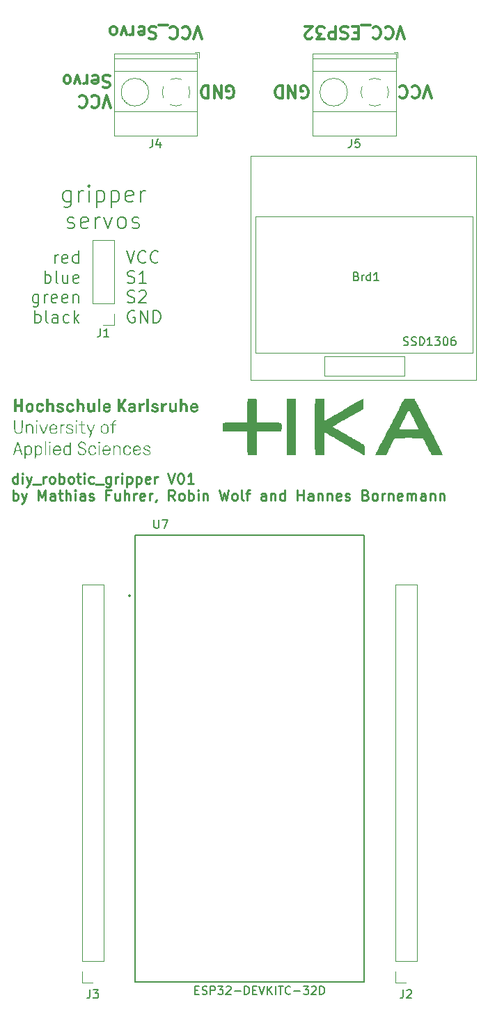
<source format=gbr>
%TF.GenerationSoftware,KiCad,Pcbnew,7.0.9*%
%TF.CreationDate,2024-01-03T21:17:43+01:00*%
%TF.ProjectId,diy_robotics_gripper,6469795f-726f-4626-9f74-6963735f6772,rev?*%
%TF.SameCoordinates,Original*%
%TF.FileFunction,Legend,Top*%
%TF.FilePolarity,Positive*%
%FSLAX46Y46*%
G04 Gerber Fmt 4.6, Leading zero omitted, Abs format (unit mm)*
G04 Created by KiCad (PCBNEW 7.0.9) date 2024-01-03 21:17:43*
%MOMM*%
%LPD*%
G01*
G04 APERTURE LIST*
%ADD10C,0.300000*%
%ADD11C,0.200000*%
%ADD12C,0.254000*%
%ADD13C,0.150000*%
%ADD14C,0.120000*%
%ADD15C,0.127000*%
G04 APERTURE END LIST*
D10*
X40299774Y-35864171D02*
X39799774Y-34364171D01*
X39799774Y-34364171D02*
X39299774Y-35864171D01*
X37942632Y-34507028D02*
X38014060Y-34435600D01*
X38014060Y-34435600D02*
X38228346Y-34364171D01*
X38228346Y-34364171D02*
X38371203Y-34364171D01*
X38371203Y-34364171D02*
X38585489Y-34435600D01*
X38585489Y-34435600D02*
X38728346Y-34578457D01*
X38728346Y-34578457D02*
X38799775Y-34721314D01*
X38799775Y-34721314D02*
X38871203Y-35007028D01*
X38871203Y-35007028D02*
X38871203Y-35221314D01*
X38871203Y-35221314D02*
X38799775Y-35507028D01*
X38799775Y-35507028D02*
X38728346Y-35649885D01*
X38728346Y-35649885D02*
X38585489Y-35792742D01*
X38585489Y-35792742D02*
X38371203Y-35864171D01*
X38371203Y-35864171D02*
X38228346Y-35864171D01*
X38228346Y-35864171D02*
X38014060Y-35792742D01*
X38014060Y-35792742D02*
X37942632Y-35721314D01*
X36442632Y-34507028D02*
X36514060Y-34435600D01*
X36514060Y-34435600D02*
X36728346Y-34364171D01*
X36728346Y-34364171D02*
X36871203Y-34364171D01*
X36871203Y-34364171D02*
X37085489Y-34435600D01*
X37085489Y-34435600D02*
X37228346Y-34578457D01*
X37228346Y-34578457D02*
X37299775Y-34721314D01*
X37299775Y-34721314D02*
X37371203Y-35007028D01*
X37371203Y-35007028D02*
X37371203Y-35221314D01*
X37371203Y-35221314D02*
X37299775Y-35507028D01*
X37299775Y-35507028D02*
X37228346Y-35649885D01*
X37228346Y-35649885D02*
X37085489Y-35792742D01*
X37085489Y-35792742D02*
X36871203Y-35864171D01*
X36871203Y-35864171D02*
X36728346Y-35864171D01*
X36728346Y-35864171D02*
X36514060Y-35792742D01*
X36514060Y-35792742D02*
X36442632Y-35721314D01*
X40156917Y-32020600D02*
X39942632Y-31949171D01*
X39942632Y-31949171D02*
X39585489Y-31949171D01*
X39585489Y-31949171D02*
X39442632Y-32020600D01*
X39442632Y-32020600D02*
X39371203Y-32092028D01*
X39371203Y-32092028D02*
X39299774Y-32234885D01*
X39299774Y-32234885D02*
X39299774Y-32377742D01*
X39299774Y-32377742D02*
X39371203Y-32520600D01*
X39371203Y-32520600D02*
X39442632Y-32592028D01*
X39442632Y-32592028D02*
X39585489Y-32663457D01*
X39585489Y-32663457D02*
X39871203Y-32734885D01*
X39871203Y-32734885D02*
X40014060Y-32806314D01*
X40014060Y-32806314D02*
X40085489Y-32877742D01*
X40085489Y-32877742D02*
X40156917Y-33020600D01*
X40156917Y-33020600D02*
X40156917Y-33163457D01*
X40156917Y-33163457D02*
X40085489Y-33306314D01*
X40085489Y-33306314D02*
X40014060Y-33377742D01*
X40014060Y-33377742D02*
X39871203Y-33449171D01*
X39871203Y-33449171D02*
X39514060Y-33449171D01*
X39514060Y-33449171D02*
X39299774Y-33377742D01*
X38085489Y-32020600D02*
X38228346Y-31949171D01*
X38228346Y-31949171D02*
X38514061Y-31949171D01*
X38514061Y-31949171D02*
X38656918Y-32020600D01*
X38656918Y-32020600D02*
X38728346Y-32163457D01*
X38728346Y-32163457D02*
X38728346Y-32734885D01*
X38728346Y-32734885D02*
X38656918Y-32877742D01*
X38656918Y-32877742D02*
X38514061Y-32949171D01*
X38514061Y-32949171D02*
X38228346Y-32949171D01*
X38228346Y-32949171D02*
X38085489Y-32877742D01*
X38085489Y-32877742D02*
X38014061Y-32734885D01*
X38014061Y-32734885D02*
X38014061Y-32592028D01*
X38014061Y-32592028D02*
X38728346Y-32449171D01*
X37371204Y-31949171D02*
X37371204Y-32949171D01*
X37371204Y-32663457D02*
X37299775Y-32806314D01*
X37299775Y-32806314D02*
X37228347Y-32877742D01*
X37228347Y-32877742D02*
X37085489Y-32949171D01*
X37085489Y-32949171D02*
X36942632Y-32949171D01*
X36585490Y-32949171D02*
X36228347Y-31949171D01*
X36228347Y-31949171D02*
X35871204Y-32949171D01*
X35085490Y-31949171D02*
X35228347Y-32020600D01*
X35228347Y-32020600D02*
X35299776Y-32092028D01*
X35299776Y-32092028D02*
X35371204Y-32234885D01*
X35371204Y-32234885D02*
X35371204Y-32663457D01*
X35371204Y-32663457D02*
X35299776Y-32806314D01*
X35299776Y-32806314D02*
X35228347Y-32877742D01*
X35228347Y-32877742D02*
X35085490Y-32949171D01*
X35085490Y-32949171D02*
X34871204Y-32949171D01*
X34871204Y-32949171D02*
X34728347Y-32877742D01*
X34728347Y-32877742D02*
X34656919Y-32806314D01*
X34656919Y-32806314D02*
X34585490Y-32663457D01*
X34585490Y-32663457D02*
X34585490Y-32234885D01*
X34585490Y-32234885D02*
X34656919Y-32092028D01*
X34656919Y-32092028D02*
X34728347Y-32020600D01*
X34728347Y-32020600D02*
X34871204Y-31949171D01*
X34871204Y-31949171D02*
X35085490Y-31949171D01*
X63429774Y-34647742D02*
X63572632Y-34719171D01*
X63572632Y-34719171D02*
X63786917Y-34719171D01*
X63786917Y-34719171D02*
X64001203Y-34647742D01*
X64001203Y-34647742D02*
X64144060Y-34504885D01*
X64144060Y-34504885D02*
X64215489Y-34362028D01*
X64215489Y-34362028D02*
X64286917Y-34076314D01*
X64286917Y-34076314D02*
X64286917Y-33862028D01*
X64286917Y-33862028D02*
X64215489Y-33576314D01*
X64215489Y-33576314D02*
X64144060Y-33433457D01*
X64144060Y-33433457D02*
X64001203Y-33290600D01*
X64001203Y-33290600D02*
X63786917Y-33219171D01*
X63786917Y-33219171D02*
X63644060Y-33219171D01*
X63644060Y-33219171D02*
X63429774Y-33290600D01*
X63429774Y-33290600D02*
X63358346Y-33362028D01*
X63358346Y-33362028D02*
X63358346Y-33862028D01*
X63358346Y-33862028D02*
X63644060Y-33862028D01*
X62715489Y-33219171D02*
X62715489Y-34719171D01*
X62715489Y-34719171D02*
X61858346Y-33219171D01*
X61858346Y-33219171D02*
X61858346Y-34719171D01*
X61144060Y-33219171D02*
X61144060Y-34719171D01*
X61144060Y-34719171D02*
X60786917Y-34719171D01*
X60786917Y-34719171D02*
X60572631Y-34647742D01*
X60572631Y-34647742D02*
X60429774Y-34504885D01*
X60429774Y-34504885D02*
X60358345Y-34362028D01*
X60358345Y-34362028D02*
X60286917Y-34076314D01*
X60286917Y-34076314D02*
X60286917Y-33862028D01*
X60286917Y-33862028D02*
X60358345Y-33576314D01*
X60358345Y-33576314D02*
X60429774Y-33433457D01*
X60429774Y-33433457D02*
X60572631Y-33290600D01*
X60572631Y-33290600D02*
X60786917Y-33219171D01*
X60786917Y-33219171D02*
X61144060Y-33219171D01*
X54425939Y-34647742D02*
X54568797Y-34719171D01*
X54568797Y-34719171D02*
X54783082Y-34719171D01*
X54783082Y-34719171D02*
X54997368Y-34647742D01*
X54997368Y-34647742D02*
X55140225Y-34504885D01*
X55140225Y-34504885D02*
X55211654Y-34362028D01*
X55211654Y-34362028D02*
X55283082Y-34076314D01*
X55283082Y-34076314D02*
X55283082Y-33862028D01*
X55283082Y-33862028D02*
X55211654Y-33576314D01*
X55211654Y-33576314D02*
X55140225Y-33433457D01*
X55140225Y-33433457D02*
X54997368Y-33290600D01*
X54997368Y-33290600D02*
X54783082Y-33219171D01*
X54783082Y-33219171D02*
X54640225Y-33219171D01*
X54640225Y-33219171D02*
X54425939Y-33290600D01*
X54425939Y-33290600D02*
X54354511Y-33362028D01*
X54354511Y-33362028D02*
X54354511Y-33862028D01*
X54354511Y-33862028D02*
X54640225Y-33862028D01*
X53711654Y-33219171D02*
X53711654Y-34719171D01*
X53711654Y-34719171D02*
X52854511Y-33219171D01*
X52854511Y-33219171D02*
X52854511Y-34719171D01*
X52140225Y-33219171D02*
X52140225Y-34719171D01*
X52140225Y-34719171D02*
X51783082Y-34719171D01*
X51783082Y-34719171D02*
X51568796Y-34647742D01*
X51568796Y-34647742D02*
X51425939Y-34504885D01*
X51425939Y-34504885D02*
X51354510Y-34362028D01*
X51354510Y-34362028D02*
X51283082Y-34076314D01*
X51283082Y-34076314D02*
X51283082Y-33862028D01*
X51283082Y-33862028D02*
X51354510Y-33576314D01*
X51354510Y-33576314D02*
X51425939Y-33433457D01*
X51425939Y-33433457D02*
X51568796Y-33290600D01*
X51568796Y-33290600D02*
X51783082Y-33219171D01*
X51783082Y-33219171D02*
X52140225Y-33219171D01*
X79270224Y-34719171D02*
X78770224Y-33219171D01*
X78770224Y-33219171D02*
X78270224Y-34719171D01*
X76913082Y-33362028D02*
X76984510Y-33290600D01*
X76984510Y-33290600D02*
X77198796Y-33219171D01*
X77198796Y-33219171D02*
X77341653Y-33219171D01*
X77341653Y-33219171D02*
X77555939Y-33290600D01*
X77555939Y-33290600D02*
X77698796Y-33433457D01*
X77698796Y-33433457D02*
X77770225Y-33576314D01*
X77770225Y-33576314D02*
X77841653Y-33862028D01*
X77841653Y-33862028D02*
X77841653Y-34076314D01*
X77841653Y-34076314D02*
X77770225Y-34362028D01*
X77770225Y-34362028D02*
X77698796Y-34504885D01*
X77698796Y-34504885D02*
X77555939Y-34647742D01*
X77555939Y-34647742D02*
X77341653Y-34719171D01*
X77341653Y-34719171D02*
X77198796Y-34719171D01*
X77198796Y-34719171D02*
X76984510Y-34647742D01*
X76984510Y-34647742D02*
X76913082Y-34576314D01*
X75413082Y-33362028D02*
X75484510Y-33290600D01*
X75484510Y-33290600D02*
X75698796Y-33219171D01*
X75698796Y-33219171D02*
X75841653Y-33219171D01*
X75841653Y-33219171D02*
X76055939Y-33290600D01*
X76055939Y-33290600D02*
X76198796Y-33433457D01*
X76198796Y-33433457D02*
X76270225Y-33576314D01*
X76270225Y-33576314D02*
X76341653Y-33862028D01*
X76341653Y-33862028D02*
X76341653Y-34076314D01*
X76341653Y-34076314D02*
X76270225Y-34362028D01*
X76270225Y-34362028D02*
X76198796Y-34504885D01*
X76198796Y-34504885D02*
X76055939Y-34647742D01*
X76055939Y-34647742D02*
X75841653Y-34719171D01*
X75841653Y-34719171D02*
X75698796Y-34719171D01*
X75698796Y-34719171D02*
X75484510Y-34647742D01*
X75484510Y-34647742D02*
X75413082Y-34576314D01*
D11*
X33484136Y-54791028D02*
X33484136Y-53791028D01*
X33484136Y-54076742D02*
X33555565Y-53933885D01*
X33555565Y-53933885D02*
X33626994Y-53862457D01*
X33626994Y-53862457D02*
X33769851Y-53791028D01*
X33769851Y-53791028D02*
X33912708Y-53791028D01*
X34984136Y-54719600D02*
X34841279Y-54791028D01*
X34841279Y-54791028D02*
X34555565Y-54791028D01*
X34555565Y-54791028D02*
X34412707Y-54719600D01*
X34412707Y-54719600D02*
X34341279Y-54576742D01*
X34341279Y-54576742D02*
X34341279Y-54005314D01*
X34341279Y-54005314D02*
X34412707Y-53862457D01*
X34412707Y-53862457D02*
X34555565Y-53791028D01*
X34555565Y-53791028D02*
X34841279Y-53791028D01*
X34841279Y-53791028D02*
X34984136Y-53862457D01*
X34984136Y-53862457D02*
X35055565Y-54005314D01*
X35055565Y-54005314D02*
X35055565Y-54148171D01*
X35055565Y-54148171D02*
X34341279Y-54291028D01*
X36341279Y-54791028D02*
X36341279Y-53291028D01*
X36341279Y-54719600D02*
X36198421Y-54791028D01*
X36198421Y-54791028D02*
X35912707Y-54791028D01*
X35912707Y-54791028D02*
X35769850Y-54719600D01*
X35769850Y-54719600D02*
X35698421Y-54648171D01*
X35698421Y-54648171D02*
X35626993Y-54505314D01*
X35626993Y-54505314D02*
X35626993Y-54076742D01*
X35626993Y-54076742D02*
X35698421Y-53933885D01*
X35698421Y-53933885D02*
X35769850Y-53862457D01*
X35769850Y-53862457D02*
X35912707Y-53791028D01*
X35912707Y-53791028D02*
X36198421Y-53791028D01*
X36198421Y-53791028D02*
X36341279Y-53862457D01*
X32269850Y-57206028D02*
X32269850Y-55706028D01*
X32269850Y-56277457D02*
X32412708Y-56206028D01*
X32412708Y-56206028D02*
X32698422Y-56206028D01*
X32698422Y-56206028D02*
X32841279Y-56277457D01*
X32841279Y-56277457D02*
X32912708Y-56348885D01*
X32912708Y-56348885D02*
X32984136Y-56491742D01*
X32984136Y-56491742D02*
X32984136Y-56920314D01*
X32984136Y-56920314D02*
X32912708Y-57063171D01*
X32912708Y-57063171D02*
X32841279Y-57134600D01*
X32841279Y-57134600D02*
X32698422Y-57206028D01*
X32698422Y-57206028D02*
X32412708Y-57206028D01*
X32412708Y-57206028D02*
X32269850Y-57134600D01*
X33841279Y-57206028D02*
X33698422Y-57134600D01*
X33698422Y-57134600D02*
X33626993Y-56991742D01*
X33626993Y-56991742D02*
X33626993Y-55706028D01*
X35055565Y-56206028D02*
X35055565Y-57206028D01*
X34412707Y-56206028D02*
X34412707Y-56991742D01*
X34412707Y-56991742D02*
X34484136Y-57134600D01*
X34484136Y-57134600D02*
X34626993Y-57206028D01*
X34626993Y-57206028D02*
X34841279Y-57206028D01*
X34841279Y-57206028D02*
X34984136Y-57134600D01*
X34984136Y-57134600D02*
X35055565Y-57063171D01*
X36341279Y-57134600D02*
X36198422Y-57206028D01*
X36198422Y-57206028D02*
X35912708Y-57206028D01*
X35912708Y-57206028D02*
X35769850Y-57134600D01*
X35769850Y-57134600D02*
X35698422Y-56991742D01*
X35698422Y-56991742D02*
X35698422Y-56420314D01*
X35698422Y-56420314D02*
X35769850Y-56277457D01*
X35769850Y-56277457D02*
X35912708Y-56206028D01*
X35912708Y-56206028D02*
X36198422Y-56206028D01*
X36198422Y-56206028D02*
X36341279Y-56277457D01*
X36341279Y-56277457D02*
X36412708Y-56420314D01*
X36412708Y-56420314D02*
X36412708Y-56563171D01*
X36412708Y-56563171D02*
X35698422Y-56706028D01*
X31484137Y-58621028D02*
X31484137Y-59835314D01*
X31484137Y-59835314D02*
X31412708Y-59978171D01*
X31412708Y-59978171D02*
X31341279Y-60049600D01*
X31341279Y-60049600D02*
X31198422Y-60121028D01*
X31198422Y-60121028D02*
X30984137Y-60121028D01*
X30984137Y-60121028D02*
X30841279Y-60049600D01*
X31484137Y-59549600D02*
X31341279Y-59621028D01*
X31341279Y-59621028D02*
X31055565Y-59621028D01*
X31055565Y-59621028D02*
X30912708Y-59549600D01*
X30912708Y-59549600D02*
X30841279Y-59478171D01*
X30841279Y-59478171D02*
X30769851Y-59335314D01*
X30769851Y-59335314D02*
X30769851Y-58906742D01*
X30769851Y-58906742D02*
X30841279Y-58763885D01*
X30841279Y-58763885D02*
X30912708Y-58692457D01*
X30912708Y-58692457D02*
X31055565Y-58621028D01*
X31055565Y-58621028D02*
X31341279Y-58621028D01*
X31341279Y-58621028D02*
X31484137Y-58692457D01*
X32198422Y-59621028D02*
X32198422Y-58621028D01*
X32198422Y-58906742D02*
X32269851Y-58763885D01*
X32269851Y-58763885D02*
X32341280Y-58692457D01*
X32341280Y-58692457D02*
X32484137Y-58621028D01*
X32484137Y-58621028D02*
X32626994Y-58621028D01*
X33698422Y-59549600D02*
X33555565Y-59621028D01*
X33555565Y-59621028D02*
X33269851Y-59621028D01*
X33269851Y-59621028D02*
X33126993Y-59549600D01*
X33126993Y-59549600D02*
X33055565Y-59406742D01*
X33055565Y-59406742D02*
X33055565Y-58835314D01*
X33055565Y-58835314D02*
X33126993Y-58692457D01*
X33126993Y-58692457D02*
X33269851Y-58621028D01*
X33269851Y-58621028D02*
X33555565Y-58621028D01*
X33555565Y-58621028D02*
X33698422Y-58692457D01*
X33698422Y-58692457D02*
X33769851Y-58835314D01*
X33769851Y-58835314D02*
X33769851Y-58978171D01*
X33769851Y-58978171D02*
X33055565Y-59121028D01*
X34984136Y-59549600D02*
X34841279Y-59621028D01*
X34841279Y-59621028D02*
X34555565Y-59621028D01*
X34555565Y-59621028D02*
X34412707Y-59549600D01*
X34412707Y-59549600D02*
X34341279Y-59406742D01*
X34341279Y-59406742D02*
X34341279Y-58835314D01*
X34341279Y-58835314D02*
X34412707Y-58692457D01*
X34412707Y-58692457D02*
X34555565Y-58621028D01*
X34555565Y-58621028D02*
X34841279Y-58621028D01*
X34841279Y-58621028D02*
X34984136Y-58692457D01*
X34984136Y-58692457D02*
X35055565Y-58835314D01*
X35055565Y-58835314D02*
X35055565Y-58978171D01*
X35055565Y-58978171D02*
X34341279Y-59121028D01*
X35698421Y-58621028D02*
X35698421Y-59621028D01*
X35698421Y-58763885D02*
X35769850Y-58692457D01*
X35769850Y-58692457D02*
X35912707Y-58621028D01*
X35912707Y-58621028D02*
X36126993Y-58621028D01*
X36126993Y-58621028D02*
X36269850Y-58692457D01*
X36269850Y-58692457D02*
X36341279Y-58835314D01*
X36341279Y-58835314D02*
X36341279Y-59621028D01*
X31055564Y-62036028D02*
X31055564Y-60536028D01*
X31055564Y-61107457D02*
X31198422Y-61036028D01*
X31198422Y-61036028D02*
X31484136Y-61036028D01*
X31484136Y-61036028D02*
X31626993Y-61107457D01*
X31626993Y-61107457D02*
X31698422Y-61178885D01*
X31698422Y-61178885D02*
X31769850Y-61321742D01*
X31769850Y-61321742D02*
X31769850Y-61750314D01*
X31769850Y-61750314D02*
X31698422Y-61893171D01*
X31698422Y-61893171D02*
X31626993Y-61964600D01*
X31626993Y-61964600D02*
X31484136Y-62036028D01*
X31484136Y-62036028D02*
X31198422Y-62036028D01*
X31198422Y-62036028D02*
X31055564Y-61964600D01*
X32626993Y-62036028D02*
X32484136Y-61964600D01*
X32484136Y-61964600D02*
X32412707Y-61821742D01*
X32412707Y-61821742D02*
X32412707Y-60536028D01*
X33841279Y-62036028D02*
X33841279Y-61250314D01*
X33841279Y-61250314D02*
X33769850Y-61107457D01*
X33769850Y-61107457D02*
X33626993Y-61036028D01*
X33626993Y-61036028D02*
X33341279Y-61036028D01*
X33341279Y-61036028D02*
X33198421Y-61107457D01*
X33841279Y-61964600D02*
X33698421Y-62036028D01*
X33698421Y-62036028D02*
X33341279Y-62036028D01*
X33341279Y-62036028D02*
X33198421Y-61964600D01*
X33198421Y-61964600D02*
X33126993Y-61821742D01*
X33126993Y-61821742D02*
X33126993Y-61678885D01*
X33126993Y-61678885D02*
X33198421Y-61536028D01*
X33198421Y-61536028D02*
X33341279Y-61464600D01*
X33341279Y-61464600D02*
X33698421Y-61464600D01*
X33698421Y-61464600D02*
X33841279Y-61393171D01*
X35198422Y-61964600D02*
X35055564Y-62036028D01*
X35055564Y-62036028D02*
X34769850Y-62036028D01*
X34769850Y-62036028D02*
X34626993Y-61964600D01*
X34626993Y-61964600D02*
X34555564Y-61893171D01*
X34555564Y-61893171D02*
X34484136Y-61750314D01*
X34484136Y-61750314D02*
X34484136Y-61321742D01*
X34484136Y-61321742D02*
X34555564Y-61178885D01*
X34555564Y-61178885D02*
X34626993Y-61107457D01*
X34626993Y-61107457D02*
X34769850Y-61036028D01*
X34769850Y-61036028D02*
X35055564Y-61036028D01*
X35055564Y-61036028D02*
X35198422Y-61107457D01*
X35841278Y-62036028D02*
X35841278Y-60536028D01*
X35984136Y-61464600D02*
X36412707Y-62036028D01*
X36412707Y-61036028D02*
X35841278Y-61607457D01*
D12*
X28953771Y-81606668D02*
X28953771Y-80336668D01*
X28953771Y-81546192D02*
X28832819Y-81606668D01*
X28832819Y-81606668D02*
X28590914Y-81606668D01*
X28590914Y-81606668D02*
X28469962Y-81546192D01*
X28469962Y-81546192D02*
X28409485Y-81485715D01*
X28409485Y-81485715D02*
X28349009Y-81364763D01*
X28349009Y-81364763D02*
X28349009Y-81001906D01*
X28349009Y-81001906D02*
X28409485Y-80880953D01*
X28409485Y-80880953D02*
X28469962Y-80820477D01*
X28469962Y-80820477D02*
X28590914Y-80760001D01*
X28590914Y-80760001D02*
X28832819Y-80760001D01*
X28832819Y-80760001D02*
X28953771Y-80820477D01*
X29558533Y-81606668D02*
X29558533Y-80760001D01*
X29558533Y-80336668D02*
X29498057Y-80397144D01*
X29498057Y-80397144D02*
X29558533Y-80457620D01*
X29558533Y-80457620D02*
X29619010Y-80397144D01*
X29619010Y-80397144D02*
X29558533Y-80336668D01*
X29558533Y-80336668D02*
X29558533Y-80457620D01*
X30042343Y-80760001D02*
X30344724Y-81606668D01*
X30647105Y-80760001D02*
X30344724Y-81606668D01*
X30344724Y-81606668D02*
X30223772Y-81909049D01*
X30223772Y-81909049D02*
X30163295Y-81969525D01*
X30163295Y-81969525D02*
X30042343Y-82030001D01*
X30828534Y-81727620D02*
X31796153Y-81727620D01*
X32098533Y-81606668D02*
X32098533Y-80760001D01*
X32098533Y-81001906D02*
X32159010Y-80880953D01*
X32159010Y-80880953D02*
X32219486Y-80820477D01*
X32219486Y-80820477D02*
X32340438Y-80760001D01*
X32340438Y-80760001D02*
X32461391Y-80760001D01*
X33066152Y-81606668D02*
X32945200Y-81546192D01*
X32945200Y-81546192D02*
X32884723Y-81485715D01*
X32884723Y-81485715D02*
X32824247Y-81364763D01*
X32824247Y-81364763D02*
X32824247Y-81001906D01*
X32824247Y-81001906D02*
X32884723Y-80880953D01*
X32884723Y-80880953D02*
X32945200Y-80820477D01*
X32945200Y-80820477D02*
X33066152Y-80760001D01*
X33066152Y-80760001D02*
X33247581Y-80760001D01*
X33247581Y-80760001D02*
X33368533Y-80820477D01*
X33368533Y-80820477D02*
X33429009Y-80880953D01*
X33429009Y-80880953D02*
X33489485Y-81001906D01*
X33489485Y-81001906D02*
X33489485Y-81364763D01*
X33489485Y-81364763D02*
X33429009Y-81485715D01*
X33429009Y-81485715D02*
X33368533Y-81546192D01*
X33368533Y-81546192D02*
X33247581Y-81606668D01*
X33247581Y-81606668D02*
X33066152Y-81606668D01*
X34033771Y-81606668D02*
X34033771Y-80336668D01*
X34033771Y-80820477D02*
X34154724Y-80760001D01*
X34154724Y-80760001D02*
X34396629Y-80760001D01*
X34396629Y-80760001D02*
X34517581Y-80820477D01*
X34517581Y-80820477D02*
X34578057Y-80880953D01*
X34578057Y-80880953D02*
X34638533Y-81001906D01*
X34638533Y-81001906D02*
X34638533Y-81364763D01*
X34638533Y-81364763D02*
X34578057Y-81485715D01*
X34578057Y-81485715D02*
X34517581Y-81546192D01*
X34517581Y-81546192D02*
X34396629Y-81606668D01*
X34396629Y-81606668D02*
X34154724Y-81606668D01*
X34154724Y-81606668D02*
X34033771Y-81546192D01*
X35364248Y-81606668D02*
X35243296Y-81546192D01*
X35243296Y-81546192D02*
X35182819Y-81485715D01*
X35182819Y-81485715D02*
X35122343Y-81364763D01*
X35122343Y-81364763D02*
X35122343Y-81001906D01*
X35122343Y-81001906D02*
X35182819Y-80880953D01*
X35182819Y-80880953D02*
X35243296Y-80820477D01*
X35243296Y-80820477D02*
X35364248Y-80760001D01*
X35364248Y-80760001D02*
X35545677Y-80760001D01*
X35545677Y-80760001D02*
X35666629Y-80820477D01*
X35666629Y-80820477D02*
X35727105Y-80880953D01*
X35727105Y-80880953D02*
X35787581Y-81001906D01*
X35787581Y-81001906D02*
X35787581Y-81364763D01*
X35787581Y-81364763D02*
X35727105Y-81485715D01*
X35727105Y-81485715D02*
X35666629Y-81546192D01*
X35666629Y-81546192D02*
X35545677Y-81606668D01*
X35545677Y-81606668D02*
X35364248Y-81606668D01*
X36150439Y-80760001D02*
X36634248Y-80760001D01*
X36331867Y-80336668D02*
X36331867Y-81425239D01*
X36331867Y-81425239D02*
X36392344Y-81546192D01*
X36392344Y-81546192D02*
X36513296Y-81606668D01*
X36513296Y-81606668D02*
X36634248Y-81606668D01*
X37057581Y-81606668D02*
X37057581Y-80760001D01*
X37057581Y-80336668D02*
X36997105Y-80397144D01*
X36997105Y-80397144D02*
X37057581Y-80457620D01*
X37057581Y-80457620D02*
X37118058Y-80397144D01*
X37118058Y-80397144D02*
X37057581Y-80336668D01*
X37057581Y-80336668D02*
X37057581Y-80457620D01*
X38206629Y-81546192D02*
X38085677Y-81606668D01*
X38085677Y-81606668D02*
X37843772Y-81606668D01*
X37843772Y-81606668D02*
X37722820Y-81546192D01*
X37722820Y-81546192D02*
X37662343Y-81485715D01*
X37662343Y-81485715D02*
X37601867Y-81364763D01*
X37601867Y-81364763D02*
X37601867Y-81001906D01*
X37601867Y-81001906D02*
X37662343Y-80880953D01*
X37662343Y-80880953D02*
X37722820Y-80820477D01*
X37722820Y-80820477D02*
X37843772Y-80760001D01*
X37843772Y-80760001D02*
X38085677Y-80760001D01*
X38085677Y-80760001D02*
X38206629Y-80820477D01*
X38448534Y-81727620D02*
X39416153Y-81727620D01*
X40262819Y-80760001D02*
X40262819Y-81788096D01*
X40262819Y-81788096D02*
X40202343Y-81909049D01*
X40202343Y-81909049D02*
X40141867Y-81969525D01*
X40141867Y-81969525D02*
X40020914Y-82030001D01*
X40020914Y-82030001D02*
X39839486Y-82030001D01*
X39839486Y-82030001D02*
X39718533Y-81969525D01*
X40262819Y-81546192D02*
X40141867Y-81606668D01*
X40141867Y-81606668D02*
X39899962Y-81606668D01*
X39899962Y-81606668D02*
X39779010Y-81546192D01*
X39779010Y-81546192D02*
X39718533Y-81485715D01*
X39718533Y-81485715D02*
X39658057Y-81364763D01*
X39658057Y-81364763D02*
X39658057Y-81001906D01*
X39658057Y-81001906D02*
X39718533Y-80880953D01*
X39718533Y-80880953D02*
X39779010Y-80820477D01*
X39779010Y-80820477D02*
X39899962Y-80760001D01*
X39899962Y-80760001D02*
X40141867Y-80760001D01*
X40141867Y-80760001D02*
X40262819Y-80820477D01*
X40867581Y-81606668D02*
X40867581Y-80760001D01*
X40867581Y-81001906D02*
X40928058Y-80880953D01*
X40928058Y-80880953D02*
X40988534Y-80820477D01*
X40988534Y-80820477D02*
X41109486Y-80760001D01*
X41109486Y-80760001D02*
X41230439Y-80760001D01*
X41653771Y-81606668D02*
X41653771Y-80760001D01*
X41653771Y-80336668D02*
X41593295Y-80397144D01*
X41593295Y-80397144D02*
X41653771Y-80457620D01*
X41653771Y-80457620D02*
X41714248Y-80397144D01*
X41714248Y-80397144D02*
X41653771Y-80336668D01*
X41653771Y-80336668D02*
X41653771Y-80457620D01*
X42258533Y-80760001D02*
X42258533Y-82030001D01*
X42258533Y-80820477D02*
X42379486Y-80760001D01*
X42379486Y-80760001D02*
X42621391Y-80760001D01*
X42621391Y-80760001D02*
X42742343Y-80820477D01*
X42742343Y-80820477D02*
X42802819Y-80880953D01*
X42802819Y-80880953D02*
X42863295Y-81001906D01*
X42863295Y-81001906D02*
X42863295Y-81364763D01*
X42863295Y-81364763D02*
X42802819Y-81485715D01*
X42802819Y-81485715D02*
X42742343Y-81546192D01*
X42742343Y-81546192D02*
X42621391Y-81606668D01*
X42621391Y-81606668D02*
X42379486Y-81606668D01*
X42379486Y-81606668D02*
X42258533Y-81546192D01*
X43407581Y-80760001D02*
X43407581Y-82030001D01*
X43407581Y-80820477D02*
X43528534Y-80760001D01*
X43528534Y-80760001D02*
X43770439Y-80760001D01*
X43770439Y-80760001D02*
X43891391Y-80820477D01*
X43891391Y-80820477D02*
X43951867Y-80880953D01*
X43951867Y-80880953D02*
X44012343Y-81001906D01*
X44012343Y-81001906D02*
X44012343Y-81364763D01*
X44012343Y-81364763D02*
X43951867Y-81485715D01*
X43951867Y-81485715D02*
X43891391Y-81546192D01*
X43891391Y-81546192D02*
X43770439Y-81606668D01*
X43770439Y-81606668D02*
X43528534Y-81606668D01*
X43528534Y-81606668D02*
X43407581Y-81546192D01*
X45040439Y-81546192D02*
X44919487Y-81606668D01*
X44919487Y-81606668D02*
X44677582Y-81606668D01*
X44677582Y-81606668D02*
X44556629Y-81546192D01*
X44556629Y-81546192D02*
X44496153Y-81425239D01*
X44496153Y-81425239D02*
X44496153Y-80941430D01*
X44496153Y-80941430D02*
X44556629Y-80820477D01*
X44556629Y-80820477D02*
X44677582Y-80760001D01*
X44677582Y-80760001D02*
X44919487Y-80760001D01*
X44919487Y-80760001D02*
X45040439Y-80820477D01*
X45040439Y-80820477D02*
X45100915Y-80941430D01*
X45100915Y-80941430D02*
X45100915Y-81062382D01*
X45100915Y-81062382D02*
X44496153Y-81183334D01*
X45645200Y-81606668D02*
X45645200Y-80760001D01*
X45645200Y-81001906D02*
X45705677Y-80880953D01*
X45705677Y-80880953D02*
X45766153Y-80820477D01*
X45766153Y-80820477D02*
X45887105Y-80760001D01*
X45887105Y-80760001D02*
X46008058Y-80760001D01*
X47217581Y-80336668D02*
X47640914Y-81606668D01*
X47640914Y-81606668D02*
X48064248Y-80336668D01*
X48729485Y-80336668D02*
X48850438Y-80336668D01*
X48850438Y-80336668D02*
X48971390Y-80397144D01*
X48971390Y-80397144D02*
X49031866Y-80457620D01*
X49031866Y-80457620D02*
X49092342Y-80578572D01*
X49092342Y-80578572D02*
X49152819Y-80820477D01*
X49152819Y-80820477D02*
X49152819Y-81122858D01*
X49152819Y-81122858D02*
X49092342Y-81364763D01*
X49092342Y-81364763D02*
X49031866Y-81485715D01*
X49031866Y-81485715D02*
X48971390Y-81546192D01*
X48971390Y-81546192D02*
X48850438Y-81606668D01*
X48850438Y-81606668D02*
X48729485Y-81606668D01*
X48729485Y-81606668D02*
X48608533Y-81546192D01*
X48608533Y-81546192D02*
X48548057Y-81485715D01*
X48548057Y-81485715D02*
X48487580Y-81364763D01*
X48487580Y-81364763D02*
X48427104Y-81122858D01*
X48427104Y-81122858D02*
X48427104Y-80820477D01*
X48427104Y-80820477D02*
X48487580Y-80578572D01*
X48487580Y-80578572D02*
X48548057Y-80457620D01*
X48548057Y-80457620D02*
X48608533Y-80397144D01*
X48608533Y-80397144D02*
X48729485Y-80336668D01*
X50362343Y-81606668D02*
X49636628Y-81606668D01*
X49999485Y-81606668D02*
X49999485Y-80336668D01*
X49999485Y-80336668D02*
X49878533Y-80518096D01*
X49878533Y-80518096D02*
X49757581Y-80639049D01*
X49757581Y-80639049D02*
X49636628Y-80699525D01*
X28409485Y-83651368D02*
X28409485Y-82381368D01*
X28409485Y-82865177D02*
X28530438Y-82804701D01*
X28530438Y-82804701D02*
X28772343Y-82804701D01*
X28772343Y-82804701D02*
X28893295Y-82865177D01*
X28893295Y-82865177D02*
X28953771Y-82925653D01*
X28953771Y-82925653D02*
X29014247Y-83046606D01*
X29014247Y-83046606D02*
X29014247Y-83409463D01*
X29014247Y-83409463D02*
X28953771Y-83530415D01*
X28953771Y-83530415D02*
X28893295Y-83590892D01*
X28893295Y-83590892D02*
X28772343Y-83651368D01*
X28772343Y-83651368D02*
X28530438Y-83651368D01*
X28530438Y-83651368D02*
X28409485Y-83590892D01*
X29437581Y-82804701D02*
X29739962Y-83651368D01*
X30042343Y-82804701D02*
X29739962Y-83651368D01*
X29739962Y-83651368D02*
X29619010Y-83953749D01*
X29619010Y-83953749D02*
X29558533Y-84014225D01*
X29558533Y-84014225D02*
X29437581Y-84074701D01*
X31493771Y-83651368D02*
X31493771Y-82381368D01*
X31493771Y-82381368D02*
X31917105Y-83288511D01*
X31917105Y-83288511D02*
X32340438Y-82381368D01*
X32340438Y-82381368D02*
X32340438Y-83651368D01*
X33489486Y-83651368D02*
X33489486Y-82986130D01*
X33489486Y-82986130D02*
X33429010Y-82865177D01*
X33429010Y-82865177D02*
X33308058Y-82804701D01*
X33308058Y-82804701D02*
X33066153Y-82804701D01*
X33066153Y-82804701D02*
X32945200Y-82865177D01*
X33489486Y-83590892D02*
X33368534Y-83651368D01*
X33368534Y-83651368D02*
X33066153Y-83651368D01*
X33066153Y-83651368D02*
X32945200Y-83590892D01*
X32945200Y-83590892D02*
X32884724Y-83469939D01*
X32884724Y-83469939D02*
X32884724Y-83348987D01*
X32884724Y-83348987D02*
X32945200Y-83228034D01*
X32945200Y-83228034D02*
X33066153Y-83167558D01*
X33066153Y-83167558D02*
X33368534Y-83167558D01*
X33368534Y-83167558D02*
X33489486Y-83107082D01*
X33912820Y-82804701D02*
X34396629Y-82804701D01*
X34094248Y-82381368D02*
X34094248Y-83469939D01*
X34094248Y-83469939D02*
X34154725Y-83590892D01*
X34154725Y-83590892D02*
X34275677Y-83651368D01*
X34275677Y-83651368D02*
X34396629Y-83651368D01*
X34819962Y-83651368D02*
X34819962Y-82381368D01*
X35364248Y-83651368D02*
X35364248Y-82986130D01*
X35364248Y-82986130D02*
X35303772Y-82865177D01*
X35303772Y-82865177D02*
X35182820Y-82804701D01*
X35182820Y-82804701D02*
X35001391Y-82804701D01*
X35001391Y-82804701D02*
X34880439Y-82865177D01*
X34880439Y-82865177D02*
X34819962Y-82925653D01*
X35969010Y-83651368D02*
X35969010Y-82804701D01*
X35969010Y-82381368D02*
X35908534Y-82441844D01*
X35908534Y-82441844D02*
X35969010Y-82502320D01*
X35969010Y-82502320D02*
X36029487Y-82441844D01*
X36029487Y-82441844D02*
X35969010Y-82381368D01*
X35969010Y-82381368D02*
X35969010Y-82502320D01*
X37118058Y-83651368D02*
X37118058Y-82986130D01*
X37118058Y-82986130D02*
X37057582Y-82865177D01*
X37057582Y-82865177D02*
X36936630Y-82804701D01*
X36936630Y-82804701D02*
X36694725Y-82804701D01*
X36694725Y-82804701D02*
X36573772Y-82865177D01*
X37118058Y-83590892D02*
X36997106Y-83651368D01*
X36997106Y-83651368D02*
X36694725Y-83651368D01*
X36694725Y-83651368D02*
X36573772Y-83590892D01*
X36573772Y-83590892D02*
X36513296Y-83469939D01*
X36513296Y-83469939D02*
X36513296Y-83348987D01*
X36513296Y-83348987D02*
X36573772Y-83228034D01*
X36573772Y-83228034D02*
X36694725Y-83167558D01*
X36694725Y-83167558D02*
X36997106Y-83167558D01*
X36997106Y-83167558D02*
X37118058Y-83107082D01*
X37662344Y-83590892D02*
X37783297Y-83651368D01*
X37783297Y-83651368D02*
X38025201Y-83651368D01*
X38025201Y-83651368D02*
X38146154Y-83590892D01*
X38146154Y-83590892D02*
X38206630Y-83469939D01*
X38206630Y-83469939D02*
X38206630Y-83409463D01*
X38206630Y-83409463D02*
X38146154Y-83288511D01*
X38146154Y-83288511D02*
X38025201Y-83228034D01*
X38025201Y-83228034D02*
X37843773Y-83228034D01*
X37843773Y-83228034D02*
X37722820Y-83167558D01*
X37722820Y-83167558D02*
X37662344Y-83046606D01*
X37662344Y-83046606D02*
X37662344Y-82986130D01*
X37662344Y-82986130D02*
X37722820Y-82865177D01*
X37722820Y-82865177D02*
X37843773Y-82804701D01*
X37843773Y-82804701D02*
X38025201Y-82804701D01*
X38025201Y-82804701D02*
X38146154Y-82865177D01*
X40141868Y-82986130D02*
X39718534Y-82986130D01*
X39718534Y-83651368D02*
X39718534Y-82381368D01*
X39718534Y-82381368D02*
X40323296Y-82381368D01*
X41351391Y-82804701D02*
X41351391Y-83651368D01*
X40807105Y-82804701D02*
X40807105Y-83469939D01*
X40807105Y-83469939D02*
X40867582Y-83590892D01*
X40867582Y-83590892D02*
X40988534Y-83651368D01*
X40988534Y-83651368D02*
X41169963Y-83651368D01*
X41169963Y-83651368D02*
X41290915Y-83590892D01*
X41290915Y-83590892D02*
X41351391Y-83530415D01*
X41956153Y-83651368D02*
X41956153Y-82381368D01*
X42500439Y-83651368D02*
X42500439Y-82986130D01*
X42500439Y-82986130D02*
X42439963Y-82865177D01*
X42439963Y-82865177D02*
X42319011Y-82804701D01*
X42319011Y-82804701D02*
X42137582Y-82804701D01*
X42137582Y-82804701D02*
X42016630Y-82865177D01*
X42016630Y-82865177D02*
X41956153Y-82925653D01*
X43105201Y-83651368D02*
X43105201Y-82804701D01*
X43105201Y-83046606D02*
X43165678Y-82925653D01*
X43165678Y-82925653D02*
X43226154Y-82865177D01*
X43226154Y-82865177D02*
X43347106Y-82804701D01*
X43347106Y-82804701D02*
X43468059Y-82804701D01*
X44375201Y-83590892D02*
X44254249Y-83651368D01*
X44254249Y-83651368D02*
X44012344Y-83651368D01*
X44012344Y-83651368D02*
X43891391Y-83590892D01*
X43891391Y-83590892D02*
X43830915Y-83469939D01*
X43830915Y-83469939D02*
X43830915Y-82986130D01*
X43830915Y-82986130D02*
X43891391Y-82865177D01*
X43891391Y-82865177D02*
X44012344Y-82804701D01*
X44012344Y-82804701D02*
X44254249Y-82804701D01*
X44254249Y-82804701D02*
X44375201Y-82865177D01*
X44375201Y-82865177D02*
X44435677Y-82986130D01*
X44435677Y-82986130D02*
X44435677Y-83107082D01*
X44435677Y-83107082D02*
X43830915Y-83228034D01*
X44979962Y-83651368D02*
X44979962Y-82804701D01*
X44979962Y-83046606D02*
X45040439Y-82925653D01*
X45040439Y-82925653D02*
X45100915Y-82865177D01*
X45100915Y-82865177D02*
X45221867Y-82804701D01*
X45221867Y-82804701D02*
X45342820Y-82804701D01*
X45826629Y-83590892D02*
X45826629Y-83651368D01*
X45826629Y-83651368D02*
X45766152Y-83772320D01*
X45766152Y-83772320D02*
X45705676Y-83832796D01*
X48064248Y-83651368D02*
X47640914Y-83046606D01*
X47338533Y-83651368D02*
X47338533Y-82381368D01*
X47338533Y-82381368D02*
X47822343Y-82381368D01*
X47822343Y-82381368D02*
X47943295Y-82441844D01*
X47943295Y-82441844D02*
X48003772Y-82502320D01*
X48003772Y-82502320D02*
X48064248Y-82623272D01*
X48064248Y-82623272D02*
X48064248Y-82804701D01*
X48064248Y-82804701D02*
X48003772Y-82925653D01*
X48003772Y-82925653D02*
X47943295Y-82986130D01*
X47943295Y-82986130D02*
X47822343Y-83046606D01*
X47822343Y-83046606D02*
X47338533Y-83046606D01*
X48789962Y-83651368D02*
X48669010Y-83590892D01*
X48669010Y-83590892D02*
X48608533Y-83530415D01*
X48608533Y-83530415D02*
X48548057Y-83409463D01*
X48548057Y-83409463D02*
X48548057Y-83046606D01*
X48548057Y-83046606D02*
X48608533Y-82925653D01*
X48608533Y-82925653D02*
X48669010Y-82865177D01*
X48669010Y-82865177D02*
X48789962Y-82804701D01*
X48789962Y-82804701D02*
X48971391Y-82804701D01*
X48971391Y-82804701D02*
X49092343Y-82865177D01*
X49092343Y-82865177D02*
X49152819Y-82925653D01*
X49152819Y-82925653D02*
X49213295Y-83046606D01*
X49213295Y-83046606D02*
X49213295Y-83409463D01*
X49213295Y-83409463D02*
X49152819Y-83530415D01*
X49152819Y-83530415D02*
X49092343Y-83590892D01*
X49092343Y-83590892D02*
X48971391Y-83651368D01*
X48971391Y-83651368D02*
X48789962Y-83651368D01*
X49757581Y-83651368D02*
X49757581Y-82381368D01*
X49757581Y-82865177D02*
X49878534Y-82804701D01*
X49878534Y-82804701D02*
X50120439Y-82804701D01*
X50120439Y-82804701D02*
X50241391Y-82865177D01*
X50241391Y-82865177D02*
X50301867Y-82925653D01*
X50301867Y-82925653D02*
X50362343Y-83046606D01*
X50362343Y-83046606D02*
X50362343Y-83409463D01*
X50362343Y-83409463D02*
X50301867Y-83530415D01*
X50301867Y-83530415D02*
X50241391Y-83590892D01*
X50241391Y-83590892D02*
X50120439Y-83651368D01*
X50120439Y-83651368D02*
X49878534Y-83651368D01*
X49878534Y-83651368D02*
X49757581Y-83590892D01*
X50906629Y-83651368D02*
X50906629Y-82804701D01*
X50906629Y-82381368D02*
X50846153Y-82441844D01*
X50846153Y-82441844D02*
X50906629Y-82502320D01*
X50906629Y-82502320D02*
X50967106Y-82441844D01*
X50967106Y-82441844D02*
X50906629Y-82381368D01*
X50906629Y-82381368D02*
X50906629Y-82502320D01*
X51511391Y-82804701D02*
X51511391Y-83651368D01*
X51511391Y-82925653D02*
X51571868Y-82865177D01*
X51571868Y-82865177D02*
X51692820Y-82804701D01*
X51692820Y-82804701D02*
X51874249Y-82804701D01*
X51874249Y-82804701D02*
X51995201Y-82865177D01*
X51995201Y-82865177D02*
X52055677Y-82986130D01*
X52055677Y-82986130D02*
X52055677Y-83651368D01*
X53507106Y-82381368D02*
X53809487Y-83651368D01*
X53809487Y-83651368D02*
X54051392Y-82744225D01*
X54051392Y-82744225D02*
X54293297Y-83651368D01*
X54293297Y-83651368D02*
X54595678Y-82381368D01*
X55260916Y-83651368D02*
X55139964Y-83590892D01*
X55139964Y-83590892D02*
X55079487Y-83530415D01*
X55079487Y-83530415D02*
X55019011Y-83409463D01*
X55019011Y-83409463D02*
X55019011Y-83046606D01*
X55019011Y-83046606D02*
X55079487Y-82925653D01*
X55079487Y-82925653D02*
X55139964Y-82865177D01*
X55139964Y-82865177D02*
X55260916Y-82804701D01*
X55260916Y-82804701D02*
X55442345Y-82804701D01*
X55442345Y-82804701D02*
X55563297Y-82865177D01*
X55563297Y-82865177D02*
X55623773Y-82925653D01*
X55623773Y-82925653D02*
X55684249Y-83046606D01*
X55684249Y-83046606D02*
X55684249Y-83409463D01*
X55684249Y-83409463D02*
X55623773Y-83530415D01*
X55623773Y-83530415D02*
X55563297Y-83590892D01*
X55563297Y-83590892D02*
X55442345Y-83651368D01*
X55442345Y-83651368D02*
X55260916Y-83651368D01*
X56409964Y-83651368D02*
X56289012Y-83590892D01*
X56289012Y-83590892D02*
X56228535Y-83469939D01*
X56228535Y-83469939D02*
X56228535Y-82381368D01*
X56712345Y-82804701D02*
X57196154Y-82804701D01*
X56893773Y-83651368D02*
X56893773Y-82562796D01*
X56893773Y-82562796D02*
X56954250Y-82441844D01*
X56954250Y-82441844D02*
X57075202Y-82381368D01*
X57075202Y-82381368D02*
X57196154Y-82381368D01*
X59131392Y-83651368D02*
X59131392Y-82986130D01*
X59131392Y-82986130D02*
X59070916Y-82865177D01*
X59070916Y-82865177D02*
X58949964Y-82804701D01*
X58949964Y-82804701D02*
X58708059Y-82804701D01*
X58708059Y-82804701D02*
X58587106Y-82865177D01*
X59131392Y-83590892D02*
X59010440Y-83651368D01*
X59010440Y-83651368D02*
X58708059Y-83651368D01*
X58708059Y-83651368D02*
X58587106Y-83590892D01*
X58587106Y-83590892D02*
X58526630Y-83469939D01*
X58526630Y-83469939D02*
X58526630Y-83348987D01*
X58526630Y-83348987D02*
X58587106Y-83228034D01*
X58587106Y-83228034D02*
X58708059Y-83167558D01*
X58708059Y-83167558D02*
X59010440Y-83167558D01*
X59010440Y-83167558D02*
X59131392Y-83107082D01*
X59736154Y-82804701D02*
X59736154Y-83651368D01*
X59736154Y-82925653D02*
X59796631Y-82865177D01*
X59796631Y-82865177D02*
X59917583Y-82804701D01*
X59917583Y-82804701D02*
X60099012Y-82804701D01*
X60099012Y-82804701D02*
X60219964Y-82865177D01*
X60219964Y-82865177D02*
X60280440Y-82986130D01*
X60280440Y-82986130D02*
X60280440Y-83651368D01*
X61429488Y-83651368D02*
X61429488Y-82381368D01*
X61429488Y-83590892D02*
X61308536Y-83651368D01*
X61308536Y-83651368D02*
X61066631Y-83651368D01*
X61066631Y-83651368D02*
X60945679Y-83590892D01*
X60945679Y-83590892D02*
X60885202Y-83530415D01*
X60885202Y-83530415D02*
X60824726Y-83409463D01*
X60824726Y-83409463D02*
X60824726Y-83046606D01*
X60824726Y-83046606D02*
X60885202Y-82925653D01*
X60885202Y-82925653D02*
X60945679Y-82865177D01*
X60945679Y-82865177D02*
X61066631Y-82804701D01*
X61066631Y-82804701D02*
X61308536Y-82804701D01*
X61308536Y-82804701D02*
X61429488Y-82865177D01*
X63001869Y-83651368D02*
X63001869Y-82381368D01*
X63001869Y-82986130D02*
X63727584Y-82986130D01*
X63727584Y-83651368D02*
X63727584Y-82381368D01*
X64876631Y-83651368D02*
X64876631Y-82986130D01*
X64876631Y-82986130D02*
X64816155Y-82865177D01*
X64816155Y-82865177D02*
X64695203Y-82804701D01*
X64695203Y-82804701D02*
X64453298Y-82804701D01*
X64453298Y-82804701D02*
X64332345Y-82865177D01*
X64876631Y-83590892D02*
X64755679Y-83651368D01*
X64755679Y-83651368D02*
X64453298Y-83651368D01*
X64453298Y-83651368D02*
X64332345Y-83590892D01*
X64332345Y-83590892D02*
X64271869Y-83469939D01*
X64271869Y-83469939D02*
X64271869Y-83348987D01*
X64271869Y-83348987D02*
X64332345Y-83228034D01*
X64332345Y-83228034D02*
X64453298Y-83167558D01*
X64453298Y-83167558D02*
X64755679Y-83167558D01*
X64755679Y-83167558D02*
X64876631Y-83107082D01*
X65481393Y-82804701D02*
X65481393Y-83651368D01*
X65481393Y-82925653D02*
X65541870Y-82865177D01*
X65541870Y-82865177D02*
X65662822Y-82804701D01*
X65662822Y-82804701D02*
X65844251Y-82804701D01*
X65844251Y-82804701D02*
X65965203Y-82865177D01*
X65965203Y-82865177D02*
X66025679Y-82986130D01*
X66025679Y-82986130D02*
X66025679Y-83651368D01*
X66630441Y-82804701D02*
X66630441Y-83651368D01*
X66630441Y-82925653D02*
X66690918Y-82865177D01*
X66690918Y-82865177D02*
X66811870Y-82804701D01*
X66811870Y-82804701D02*
X66993299Y-82804701D01*
X66993299Y-82804701D02*
X67114251Y-82865177D01*
X67114251Y-82865177D02*
X67174727Y-82986130D01*
X67174727Y-82986130D02*
X67174727Y-83651368D01*
X68263299Y-83590892D02*
X68142347Y-83651368D01*
X68142347Y-83651368D02*
X67900442Y-83651368D01*
X67900442Y-83651368D02*
X67779489Y-83590892D01*
X67779489Y-83590892D02*
X67719013Y-83469939D01*
X67719013Y-83469939D02*
X67719013Y-82986130D01*
X67719013Y-82986130D02*
X67779489Y-82865177D01*
X67779489Y-82865177D02*
X67900442Y-82804701D01*
X67900442Y-82804701D02*
X68142347Y-82804701D01*
X68142347Y-82804701D02*
X68263299Y-82865177D01*
X68263299Y-82865177D02*
X68323775Y-82986130D01*
X68323775Y-82986130D02*
X68323775Y-83107082D01*
X68323775Y-83107082D02*
X67719013Y-83228034D01*
X68807584Y-83590892D02*
X68928537Y-83651368D01*
X68928537Y-83651368D02*
X69170441Y-83651368D01*
X69170441Y-83651368D02*
X69291394Y-83590892D01*
X69291394Y-83590892D02*
X69351870Y-83469939D01*
X69351870Y-83469939D02*
X69351870Y-83409463D01*
X69351870Y-83409463D02*
X69291394Y-83288511D01*
X69291394Y-83288511D02*
X69170441Y-83228034D01*
X69170441Y-83228034D02*
X68989013Y-83228034D01*
X68989013Y-83228034D02*
X68868060Y-83167558D01*
X68868060Y-83167558D02*
X68807584Y-83046606D01*
X68807584Y-83046606D02*
X68807584Y-82986130D01*
X68807584Y-82986130D02*
X68868060Y-82865177D01*
X68868060Y-82865177D02*
X68989013Y-82804701D01*
X68989013Y-82804701D02*
X69170441Y-82804701D01*
X69170441Y-82804701D02*
X69291394Y-82865177D01*
X71287108Y-82986130D02*
X71468536Y-83046606D01*
X71468536Y-83046606D02*
X71529013Y-83107082D01*
X71529013Y-83107082D02*
X71589489Y-83228034D01*
X71589489Y-83228034D02*
X71589489Y-83409463D01*
X71589489Y-83409463D02*
X71529013Y-83530415D01*
X71529013Y-83530415D02*
X71468536Y-83590892D01*
X71468536Y-83590892D02*
X71347584Y-83651368D01*
X71347584Y-83651368D02*
X70863774Y-83651368D01*
X70863774Y-83651368D02*
X70863774Y-82381368D01*
X70863774Y-82381368D02*
X71287108Y-82381368D01*
X71287108Y-82381368D02*
X71408060Y-82441844D01*
X71408060Y-82441844D02*
X71468536Y-82502320D01*
X71468536Y-82502320D02*
X71529013Y-82623272D01*
X71529013Y-82623272D02*
X71529013Y-82744225D01*
X71529013Y-82744225D02*
X71468536Y-82865177D01*
X71468536Y-82865177D02*
X71408060Y-82925653D01*
X71408060Y-82925653D02*
X71287108Y-82986130D01*
X71287108Y-82986130D02*
X70863774Y-82986130D01*
X72315203Y-83651368D02*
X72194251Y-83590892D01*
X72194251Y-83590892D02*
X72133774Y-83530415D01*
X72133774Y-83530415D02*
X72073298Y-83409463D01*
X72073298Y-83409463D02*
X72073298Y-83046606D01*
X72073298Y-83046606D02*
X72133774Y-82925653D01*
X72133774Y-82925653D02*
X72194251Y-82865177D01*
X72194251Y-82865177D02*
X72315203Y-82804701D01*
X72315203Y-82804701D02*
X72496632Y-82804701D01*
X72496632Y-82804701D02*
X72617584Y-82865177D01*
X72617584Y-82865177D02*
X72678060Y-82925653D01*
X72678060Y-82925653D02*
X72738536Y-83046606D01*
X72738536Y-83046606D02*
X72738536Y-83409463D01*
X72738536Y-83409463D02*
X72678060Y-83530415D01*
X72678060Y-83530415D02*
X72617584Y-83590892D01*
X72617584Y-83590892D02*
X72496632Y-83651368D01*
X72496632Y-83651368D02*
X72315203Y-83651368D01*
X73282822Y-83651368D02*
X73282822Y-82804701D01*
X73282822Y-83046606D02*
X73343299Y-82925653D01*
X73343299Y-82925653D02*
X73403775Y-82865177D01*
X73403775Y-82865177D02*
X73524727Y-82804701D01*
X73524727Y-82804701D02*
X73645680Y-82804701D01*
X74069012Y-82804701D02*
X74069012Y-83651368D01*
X74069012Y-82925653D02*
X74129489Y-82865177D01*
X74129489Y-82865177D02*
X74250441Y-82804701D01*
X74250441Y-82804701D02*
X74431870Y-82804701D01*
X74431870Y-82804701D02*
X74552822Y-82865177D01*
X74552822Y-82865177D02*
X74613298Y-82986130D01*
X74613298Y-82986130D02*
X74613298Y-83651368D01*
X75701870Y-83590892D02*
X75580918Y-83651368D01*
X75580918Y-83651368D02*
X75339013Y-83651368D01*
X75339013Y-83651368D02*
X75218060Y-83590892D01*
X75218060Y-83590892D02*
X75157584Y-83469939D01*
X75157584Y-83469939D02*
X75157584Y-82986130D01*
X75157584Y-82986130D02*
X75218060Y-82865177D01*
X75218060Y-82865177D02*
X75339013Y-82804701D01*
X75339013Y-82804701D02*
X75580918Y-82804701D01*
X75580918Y-82804701D02*
X75701870Y-82865177D01*
X75701870Y-82865177D02*
X75762346Y-82986130D01*
X75762346Y-82986130D02*
X75762346Y-83107082D01*
X75762346Y-83107082D02*
X75157584Y-83228034D01*
X76306631Y-83651368D02*
X76306631Y-82804701D01*
X76306631Y-82925653D02*
X76367108Y-82865177D01*
X76367108Y-82865177D02*
X76488060Y-82804701D01*
X76488060Y-82804701D02*
X76669489Y-82804701D01*
X76669489Y-82804701D02*
X76790441Y-82865177D01*
X76790441Y-82865177D02*
X76850917Y-82986130D01*
X76850917Y-82986130D02*
X76850917Y-83651368D01*
X76850917Y-82986130D02*
X76911393Y-82865177D01*
X76911393Y-82865177D02*
X77032346Y-82804701D01*
X77032346Y-82804701D02*
X77213774Y-82804701D01*
X77213774Y-82804701D02*
X77334727Y-82865177D01*
X77334727Y-82865177D02*
X77395203Y-82986130D01*
X77395203Y-82986130D02*
X77395203Y-83651368D01*
X78544250Y-83651368D02*
X78544250Y-82986130D01*
X78544250Y-82986130D02*
X78483774Y-82865177D01*
X78483774Y-82865177D02*
X78362822Y-82804701D01*
X78362822Y-82804701D02*
X78120917Y-82804701D01*
X78120917Y-82804701D02*
X77999964Y-82865177D01*
X78544250Y-83590892D02*
X78423298Y-83651368D01*
X78423298Y-83651368D02*
X78120917Y-83651368D01*
X78120917Y-83651368D02*
X77999964Y-83590892D01*
X77999964Y-83590892D02*
X77939488Y-83469939D01*
X77939488Y-83469939D02*
X77939488Y-83348987D01*
X77939488Y-83348987D02*
X77999964Y-83228034D01*
X77999964Y-83228034D02*
X78120917Y-83167558D01*
X78120917Y-83167558D02*
X78423298Y-83167558D01*
X78423298Y-83167558D02*
X78544250Y-83107082D01*
X79149012Y-82804701D02*
X79149012Y-83651368D01*
X79149012Y-82925653D02*
X79209489Y-82865177D01*
X79209489Y-82865177D02*
X79330441Y-82804701D01*
X79330441Y-82804701D02*
X79511870Y-82804701D01*
X79511870Y-82804701D02*
X79632822Y-82865177D01*
X79632822Y-82865177D02*
X79693298Y-82986130D01*
X79693298Y-82986130D02*
X79693298Y-83651368D01*
X80298060Y-82804701D02*
X80298060Y-83651368D01*
X80298060Y-82925653D02*
X80358537Y-82865177D01*
X80358537Y-82865177D02*
X80479489Y-82804701D01*
X80479489Y-82804701D02*
X80660918Y-82804701D01*
X80660918Y-82804701D02*
X80781870Y-82865177D01*
X80781870Y-82865177D02*
X80842346Y-82986130D01*
X80842346Y-82986130D02*
X80842346Y-83651368D01*
D11*
X42184435Y-53291028D02*
X42684435Y-54791028D01*
X42684435Y-54791028D02*
X43184435Y-53291028D01*
X44541577Y-54648171D02*
X44470149Y-54719600D01*
X44470149Y-54719600D02*
X44255863Y-54791028D01*
X44255863Y-54791028D02*
X44113006Y-54791028D01*
X44113006Y-54791028D02*
X43898720Y-54719600D01*
X43898720Y-54719600D02*
X43755863Y-54576742D01*
X43755863Y-54576742D02*
X43684434Y-54433885D01*
X43684434Y-54433885D02*
X43613006Y-54148171D01*
X43613006Y-54148171D02*
X43613006Y-53933885D01*
X43613006Y-53933885D02*
X43684434Y-53648171D01*
X43684434Y-53648171D02*
X43755863Y-53505314D01*
X43755863Y-53505314D02*
X43898720Y-53362457D01*
X43898720Y-53362457D02*
X44113006Y-53291028D01*
X44113006Y-53291028D02*
X44255863Y-53291028D01*
X44255863Y-53291028D02*
X44470149Y-53362457D01*
X44470149Y-53362457D02*
X44541577Y-53433885D01*
X46041577Y-54648171D02*
X45970149Y-54719600D01*
X45970149Y-54719600D02*
X45755863Y-54791028D01*
X45755863Y-54791028D02*
X45613006Y-54791028D01*
X45613006Y-54791028D02*
X45398720Y-54719600D01*
X45398720Y-54719600D02*
X45255863Y-54576742D01*
X45255863Y-54576742D02*
X45184434Y-54433885D01*
X45184434Y-54433885D02*
X45113006Y-54148171D01*
X45113006Y-54148171D02*
X45113006Y-53933885D01*
X45113006Y-53933885D02*
X45184434Y-53648171D01*
X45184434Y-53648171D02*
X45255863Y-53505314D01*
X45255863Y-53505314D02*
X45398720Y-53362457D01*
X45398720Y-53362457D02*
X45613006Y-53291028D01*
X45613006Y-53291028D02*
X45755863Y-53291028D01*
X45755863Y-53291028D02*
X45970149Y-53362457D01*
X45970149Y-53362457D02*
X46041577Y-53433885D01*
X42327292Y-57134600D02*
X42541578Y-57206028D01*
X42541578Y-57206028D02*
X42898720Y-57206028D01*
X42898720Y-57206028D02*
X43041578Y-57134600D01*
X43041578Y-57134600D02*
X43113006Y-57063171D01*
X43113006Y-57063171D02*
X43184435Y-56920314D01*
X43184435Y-56920314D02*
X43184435Y-56777457D01*
X43184435Y-56777457D02*
X43113006Y-56634600D01*
X43113006Y-56634600D02*
X43041578Y-56563171D01*
X43041578Y-56563171D02*
X42898720Y-56491742D01*
X42898720Y-56491742D02*
X42613006Y-56420314D01*
X42613006Y-56420314D02*
X42470149Y-56348885D01*
X42470149Y-56348885D02*
X42398720Y-56277457D01*
X42398720Y-56277457D02*
X42327292Y-56134600D01*
X42327292Y-56134600D02*
X42327292Y-55991742D01*
X42327292Y-55991742D02*
X42398720Y-55848885D01*
X42398720Y-55848885D02*
X42470149Y-55777457D01*
X42470149Y-55777457D02*
X42613006Y-55706028D01*
X42613006Y-55706028D02*
X42970149Y-55706028D01*
X42970149Y-55706028D02*
X43184435Y-55777457D01*
X44613006Y-57206028D02*
X43755863Y-57206028D01*
X44184434Y-57206028D02*
X44184434Y-55706028D01*
X44184434Y-55706028D02*
X44041577Y-55920314D01*
X44041577Y-55920314D02*
X43898720Y-56063171D01*
X43898720Y-56063171D02*
X43755863Y-56134600D01*
X42327292Y-59549600D02*
X42541578Y-59621028D01*
X42541578Y-59621028D02*
X42898720Y-59621028D01*
X42898720Y-59621028D02*
X43041578Y-59549600D01*
X43041578Y-59549600D02*
X43113006Y-59478171D01*
X43113006Y-59478171D02*
X43184435Y-59335314D01*
X43184435Y-59335314D02*
X43184435Y-59192457D01*
X43184435Y-59192457D02*
X43113006Y-59049600D01*
X43113006Y-59049600D02*
X43041578Y-58978171D01*
X43041578Y-58978171D02*
X42898720Y-58906742D01*
X42898720Y-58906742D02*
X42613006Y-58835314D01*
X42613006Y-58835314D02*
X42470149Y-58763885D01*
X42470149Y-58763885D02*
X42398720Y-58692457D01*
X42398720Y-58692457D02*
X42327292Y-58549600D01*
X42327292Y-58549600D02*
X42327292Y-58406742D01*
X42327292Y-58406742D02*
X42398720Y-58263885D01*
X42398720Y-58263885D02*
X42470149Y-58192457D01*
X42470149Y-58192457D02*
X42613006Y-58121028D01*
X42613006Y-58121028D02*
X42970149Y-58121028D01*
X42970149Y-58121028D02*
X43184435Y-58192457D01*
X43755863Y-58263885D02*
X43827291Y-58192457D01*
X43827291Y-58192457D02*
X43970149Y-58121028D01*
X43970149Y-58121028D02*
X44327291Y-58121028D01*
X44327291Y-58121028D02*
X44470149Y-58192457D01*
X44470149Y-58192457D02*
X44541577Y-58263885D01*
X44541577Y-58263885D02*
X44613006Y-58406742D01*
X44613006Y-58406742D02*
X44613006Y-58549600D01*
X44613006Y-58549600D02*
X44541577Y-58763885D01*
X44541577Y-58763885D02*
X43684434Y-59621028D01*
X43684434Y-59621028D02*
X44613006Y-59621028D01*
X43184435Y-60607457D02*
X43041578Y-60536028D01*
X43041578Y-60536028D02*
X42827292Y-60536028D01*
X42827292Y-60536028D02*
X42613006Y-60607457D01*
X42613006Y-60607457D02*
X42470149Y-60750314D01*
X42470149Y-60750314D02*
X42398720Y-60893171D01*
X42398720Y-60893171D02*
X42327292Y-61178885D01*
X42327292Y-61178885D02*
X42327292Y-61393171D01*
X42327292Y-61393171D02*
X42398720Y-61678885D01*
X42398720Y-61678885D02*
X42470149Y-61821742D01*
X42470149Y-61821742D02*
X42613006Y-61964600D01*
X42613006Y-61964600D02*
X42827292Y-62036028D01*
X42827292Y-62036028D02*
X42970149Y-62036028D01*
X42970149Y-62036028D02*
X43184435Y-61964600D01*
X43184435Y-61964600D02*
X43255863Y-61893171D01*
X43255863Y-61893171D02*
X43255863Y-61393171D01*
X43255863Y-61393171D02*
X42970149Y-61393171D01*
X43898720Y-62036028D02*
X43898720Y-60536028D01*
X43898720Y-60536028D02*
X44755863Y-62036028D01*
X44755863Y-62036028D02*
X44755863Y-60536028D01*
X45470149Y-62036028D02*
X45470149Y-60536028D01*
X45470149Y-60536028D02*
X45827292Y-60536028D01*
X45827292Y-60536028D02*
X46041578Y-60607457D01*
X46041578Y-60607457D02*
X46184435Y-60750314D01*
X46184435Y-60750314D02*
X46255864Y-60893171D01*
X46255864Y-60893171D02*
X46327292Y-61178885D01*
X46327292Y-61178885D02*
X46327292Y-61393171D01*
X46327292Y-61393171D02*
X46255864Y-61678885D01*
X46255864Y-61678885D02*
X46184435Y-61821742D01*
X46184435Y-61821742D02*
X46041578Y-61964600D01*
X46041578Y-61964600D02*
X45827292Y-62036028D01*
X45827292Y-62036028D02*
X45470149Y-62036028D01*
X35417619Y-45991504D02*
X35417619Y-47610552D01*
X35417619Y-47610552D02*
X35322381Y-47801028D01*
X35322381Y-47801028D02*
X35227143Y-47896266D01*
X35227143Y-47896266D02*
X35036666Y-47991504D01*
X35036666Y-47991504D02*
X34750952Y-47991504D01*
X34750952Y-47991504D02*
X34560476Y-47896266D01*
X35417619Y-47229600D02*
X35227143Y-47324838D01*
X35227143Y-47324838D02*
X34846190Y-47324838D01*
X34846190Y-47324838D02*
X34655714Y-47229600D01*
X34655714Y-47229600D02*
X34560476Y-47134361D01*
X34560476Y-47134361D02*
X34465238Y-46943885D01*
X34465238Y-46943885D02*
X34465238Y-46372457D01*
X34465238Y-46372457D02*
X34560476Y-46181980D01*
X34560476Y-46181980D02*
X34655714Y-46086742D01*
X34655714Y-46086742D02*
X34846190Y-45991504D01*
X34846190Y-45991504D02*
X35227143Y-45991504D01*
X35227143Y-45991504D02*
X35417619Y-46086742D01*
X36370000Y-47324838D02*
X36370000Y-45991504D01*
X36370000Y-46372457D02*
X36465238Y-46181980D01*
X36465238Y-46181980D02*
X36560476Y-46086742D01*
X36560476Y-46086742D02*
X36750952Y-45991504D01*
X36750952Y-45991504D02*
X36941429Y-45991504D01*
X37608095Y-47324838D02*
X37608095Y-45991504D01*
X37608095Y-45324838D02*
X37512857Y-45420076D01*
X37512857Y-45420076D02*
X37608095Y-45515314D01*
X37608095Y-45515314D02*
X37703333Y-45420076D01*
X37703333Y-45420076D02*
X37608095Y-45324838D01*
X37608095Y-45324838D02*
X37608095Y-45515314D01*
X38560476Y-45991504D02*
X38560476Y-47991504D01*
X38560476Y-46086742D02*
X38750952Y-45991504D01*
X38750952Y-45991504D02*
X39131905Y-45991504D01*
X39131905Y-45991504D02*
X39322381Y-46086742D01*
X39322381Y-46086742D02*
X39417619Y-46181980D01*
X39417619Y-46181980D02*
X39512857Y-46372457D01*
X39512857Y-46372457D02*
X39512857Y-46943885D01*
X39512857Y-46943885D02*
X39417619Y-47134361D01*
X39417619Y-47134361D02*
X39322381Y-47229600D01*
X39322381Y-47229600D02*
X39131905Y-47324838D01*
X39131905Y-47324838D02*
X38750952Y-47324838D01*
X38750952Y-47324838D02*
X38560476Y-47229600D01*
X40370000Y-45991504D02*
X40370000Y-47991504D01*
X40370000Y-46086742D02*
X40560476Y-45991504D01*
X40560476Y-45991504D02*
X40941429Y-45991504D01*
X40941429Y-45991504D02*
X41131905Y-46086742D01*
X41131905Y-46086742D02*
X41227143Y-46181980D01*
X41227143Y-46181980D02*
X41322381Y-46372457D01*
X41322381Y-46372457D02*
X41322381Y-46943885D01*
X41322381Y-46943885D02*
X41227143Y-47134361D01*
X41227143Y-47134361D02*
X41131905Y-47229600D01*
X41131905Y-47229600D02*
X40941429Y-47324838D01*
X40941429Y-47324838D02*
X40560476Y-47324838D01*
X40560476Y-47324838D02*
X40370000Y-47229600D01*
X42941429Y-47229600D02*
X42750953Y-47324838D01*
X42750953Y-47324838D02*
X42370000Y-47324838D01*
X42370000Y-47324838D02*
X42179524Y-47229600D01*
X42179524Y-47229600D02*
X42084286Y-47039123D01*
X42084286Y-47039123D02*
X42084286Y-46277219D01*
X42084286Y-46277219D02*
X42179524Y-46086742D01*
X42179524Y-46086742D02*
X42370000Y-45991504D01*
X42370000Y-45991504D02*
X42750953Y-45991504D01*
X42750953Y-45991504D02*
X42941429Y-46086742D01*
X42941429Y-46086742D02*
X43036667Y-46277219D01*
X43036667Y-46277219D02*
X43036667Y-46467695D01*
X43036667Y-46467695D02*
X42084286Y-46658171D01*
X43893810Y-47324838D02*
X43893810Y-45991504D01*
X43893810Y-46372457D02*
X43989048Y-46181980D01*
X43989048Y-46181980D02*
X44084286Y-46086742D01*
X44084286Y-46086742D02*
X44274762Y-45991504D01*
X44274762Y-45991504D02*
X44465239Y-45991504D01*
X34989047Y-50449600D02*
X35179523Y-50544838D01*
X35179523Y-50544838D02*
X35560475Y-50544838D01*
X35560475Y-50544838D02*
X35750952Y-50449600D01*
X35750952Y-50449600D02*
X35846190Y-50259123D01*
X35846190Y-50259123D02*
X35846190Y-50163885D01*
X35846190Y-50163885D02*
X35750952Y-49973409D01*
X35750952Y-49973409D02*
X35560475Y-49878171D01*
X35560475Y-49878171D02*
X35274761Y-49878171D01*
X35274761Y-49878171D02*
X35084285Y-49782933D01*
X35084285Y-49782933D02*
X34989047Y-49592457D01*
X34989047Y-49592457D02*
X34989047Y-49497219D01*
X34989047Y-49497219D02*
X35084285Y-49306742D01*
X35084285Y-49306742D02*
X35274761Y-49211504D01*
X35274761Y-49211504D02*
X35560475Y-49211504D01*
X35560475Y-49211504D02*
X35750952Y-49306742D01*
X37465238Y-50449600D02*
X37274762Y-50544838D01*
X37274762Y-50544838D02*
X36893809Y-50544838D01*
X36893809Y-50544838D02*
X36703333Y-50449600D01*
X36703333Y-50449600D02*
X36608095Y-50259123D01*
X36608095Y-50259123D02*
X36608095Y-49497219D01*
X36608095Y-49497219D02*
X36703333Y-49306742D01*
X36703333Y-49306742D02*
X36893809Y-49211504D01*
X36893809Y-49211504D02*
X37274762Y-49211504D01*
X37274762Y-49211504D02*
X37465238Y-49306742D01*
X37465238Y-49306742D02*
X37560476Y-49497219D01*
X37560476Y-49497219D02*
X37560476Y-49687695D01*
X37560476Y-49687695D02*
X36608095Y-49878171D01*
X38417619Y-50544838D02*
X38417619Y-49211504D01*
X38417619Y-49592457D02*
X38512857Y-49401980D01*
X38512857Y-49401980D02*
X38608095Y-49306742D01*
X38608095Y-49306742D02*
X38798571Y-49211504D01*
X38798571Y-49211504D02*
X38989048Y-49211504D01*
X39465238Y-49211504D02*
X39941428Y-50544838D01*
X39941428Y-50544838D02*
X40417619Y-49211504D01*
X41465238Y-50544838D02*
X41274762Y-50449600D01*
X41274762Y-50449600D02*
X41179524Y-50354361D01*
X41179524Y-50354361D02*
X41084286Y-50163885D01*
X41084286Y-50163885D02*
X41084286Y-49592457D01*
X41084286Y-49592457D02*
X41179524Y-49401980D01*
X41179524Y-49401980D02*
X41274762Y-49306742D01*
X41274762Y-49306742D02*
X41465238Y-49211504D01*
X41465238Y-49211504D02*
X41750953Y-49211504D01*
X41750953Y-49211504D02*
X41941429Y-49306742D01*
X41941429Y-49306742D02*
X42036667Y-49401980D01*
X42036667Y-49401980D02*
X42131905Y-49592457D01*
X42131905Y-49592457D02*
X42131905Y-50163885D01*
X42131905Y-50163885D02*
X42036667Y-50354361D01*
X42036667Y-50354361D02*
X41941429Y-50449600D01*
X41941429Y-50449600D02*
X41750953Y-50544838D01*
X41750953Y-50544838D02*
X41465238Y-50544838D01*
X42893810Y-50449600D02*
X43084286Y-50544838D01*
X43084286Y-50544838D02*
X43465238Y-50544838D01*
X43465238Y-50544838D02*
X43655715Y-50449600D01*
X43655715Y-50449600D02*
X43750953Y-50259123D01*
X43750953Y-50259123D02*
X43750953Y-50163885D01*
X43750953Y-50163885D02*
X43655715Y-49973409D01*
X43655715Y-49973409D02*
X43465238Y-49878171D01*
X43465238Y-49878171D02*
X43179524Y-49878171D01*
X43179524Y-49878171D02*
X42989048Y-49782933D01*
X42989048Y-49782933D02*
X42893810Y-49592457D01*
X42893810Y-49592457D02*
X42893810Y-49497219D01*
X42893810Y-49497219D02*
X42989048Y-49306742D01*
X42989048Y-49306742D02*
X43179524Y-49211504D01*
X43179524Y-49211504D02*
X43465238Y-49211504D01*
X43465238Y-49211504D02*
X43655715Y-49306742D01*
D13*
X69556666Y-39699819D02*
X69556666Y-40414104D01*
X69556666Y-40414104D02*
X69509047Y-40556961D01*
X69509047Y-40556961D02*
X69413809Y-40652200D01*
X69413809Y-40652200D02*
X69270952Y-40699819D01*
X69270952Y-40699819D02*
X69175714Y-40699819D01*
X70509047Y-39699819D02*
X70032857Y-39699819D01*
X70032857Y-39699819D02*
X69985238Y-40176009D01*
X69985238Y-40176009D02*
X70032857Y-40128390D01*
X70032857Y-40128390D02*
X70128095Y-40080771D01*
X70128095Y-40080771D02*
X70366190Y-40080771D01*
X70366190Y-40080771D02*
X70461428Y-40128390D01*
X70461428Y-40128390D02*
X70509047Y-40176009D01*
X70509047Y-40176009D02*
X70556666Y-40271247D01*
X70556666Y-40271247D02*
X70556666Y-40509342D01*
X70556666Y-40509342D02*
X70509047Y-40604580D01*
X70509047Y-40604580D02*
X70461428Y-40652200D01*
X70461428Y-40652200D02*
X70366190Y-40699819D01*
X70366190Y-40699819D02*
X70128095Y-40699819D01*
X70128095Y-40699819D02*
X70032857Y-40652200D01*
X70032857Y-40652200D02*
X69985238Y-40604580D01*
D10*
X76032855Y-27491671D02*
X75532855Y-25991671D01*
X75532855Y-25991671D02*
X75032855Y-27491671D01*
X73675713Y-26134528D02*
X73747141Y-26063100D01*
X73747141Y-26063100D02*
X73961427Y-25991671D01*
X73961427Y-25991671D02*
X74104284Y-25991671D01*
X74104284Y-25991671D02*
X74318570Y-26063100D01*
X74318570Y-26063100D02*
X74461427Y-26205957D01*
X74461427Y-26205957D02*
X74532856Y-26348814D01*
X74532856Y-26348814D02*
X74604284Y-26634528D01*
X74604284Y-26634528D02*
X74604284Y-26848814D01*
X74604284Y-26848814D02*
X74532856Y-27134528D01*
X74532856Y-27134528D02*
X74461427Y-27277385D01*
X74461427Y-27277385D02*
X74318570Y-27420242D01*
X74318570Y-27420242D02*
X74104284Y-27491671D01*
X74104284Y-27491671D02*
X73961427Y-27491671D01*
X73961427Y-27491671D02*
X73747141Y-27420242D01*
X73747141Y-27420242D02*
X73675713Y-27348814D01*
X72175713Y-26134528D02*
X72247141Y-26063100D01*
X72247141Y-26063100D02*
X72461427Y-25991671D01*
X72461427Y-25991671D02*
X72604284Y-25991671D01*
X72604284Y-25991671D02*
X72818570Y-26063100D01*
X72818570Y-26063100D02*
X72961427Y-26205957D01*
X72961427Y-26205957D02*
X73032856Y-26348814D01*
X73032856Y-26348814D02*
X73104284Y-26634528D01*
X73104284Y-26634528D02*
X73104284Y-26848814D01*
X73104284Y-26848814D02*
X73032856Y-27134528D01*
X73032856Y-27134528D02*
X72961427Y-27277385D01*
X72961427Y-27277385D02*
X72818570Y-27420242D01*
X72818570Y-27420242D02*
X72604284Y-27491671D01*
X72604284Y-27491671D02*
X72461427Y-27491671D01*
X72461427Y-27491671D02*
X72247141Y-27420242D01*
X72247141Y-27420242D02*
X72175713Y-27348814D01*
X71889999Y-25848814D02*
X70747141Y-25848814D01*
X70389999Y-26777385D02*
X69889999Y-26777385D01*
X69675713Y-25991671D02*
X70389999Y-25991671D01*
X70389999Y-25991671D02*
X70389999Y-27491671D01*
X70389999Y-27491671D02*
X69675713Y-27491671D01*
X69104284Y-26063100D02*
X68889999Y-25991671D01*
X68889999Y-25991671D02*
X68532856Y-25991671D01*
X68532856Y-25991671D02*
X68389999Y-26063100D01*
X68389999Y-26063100D02*
X68318570Y-26134528D01*
X68318570Y-26134528D02*
X68247141Y-26277385D01*
X68247141Y-26277385D02*
X68247141Y-26420242D01*
X68247141Y-26420242D02*
X68318570Y-26563100D01*
X68318570Y-26563100D02*
X68389999Y-26634528D01*
X68389999Y-26634528D02*
X68532856Y-26705957D01*
X68532856Y-26705957D02*
X68818570Y-26777385D01*
X68818570Y-26777385D02*
X68961427Y-26848814D01*
X68961427Y-26848814D02*
X69032856Y-26920242D01*
X69032856Y-26920242D02*
X69104284Y-27063100D01*
X69104284Y-27063100D02*
X69104284Y-27205957D01*
X69104284Y-27205957D02*
X69032856Y-27348814D01*
X69032856Y-27348814D02*
X68961427Y-27420242D01*
X68961427Y-27420242D02*
X68818570Y-27491671D01*
X68818570Y-27491671D02*
X68461427Y-27491671D01*
X68461427Y-27491671D02*
X68247141Y-27420242D01*
X67604285Y-25991671D02*
X67604285Y-27491671D01*
X67604285Y-27491671D02*
X67032856Y-27491671D01*
X67032856Y-27491671D02*
X66889999Y-27420242D01*
X66889999Y-27420242D02*
X66818570Y-27348814D01*
X66818570Y-27348814D02*
X66747142Y-27205957D01*
X66747142Y-27205957D02*
X66747142Y-26991671D01*
X66747142Y-26991671D02*
X66818570Y-26848814D01*
X66818570Y-26848814D02*
X66889999Y-26777385D01*
X66889999Y-26777385D02*
X67032856Y-26705957D01*
X67032856Y-26705957D02*
X67604285Y-26705957D01*
X66247142Y-27491671D02*
X65318570Y-27491671D01*
X65318570Y-27491671D02*
X65818570Y-26920242D01*
X65818570Y-26920242D02*
X65604285Y-26920242D01*
X65604285Y-26920242D02*
X65461428Y-26848814D01*
X65461428Y-26848814D02*
X65389999Y-26777385D01*
X65389999Y-26777385D02*
X65318570Y-26634528D01*
X65318570Y-26634528D02*
X65318570Y-26277385D01*
X65318570Y-26277385D02*
X65389999Y-26134528D01*
X65389999Y-26134528D02*
X65461428Y-26063100D01*
X65461428Y-26063100D02*
X65604285Y-25991671D01*
X65604285Y-25991671D02*
X66032856Y-25991671D01*
X66032856Y-25991671D02*
X66175713Y-26063100D01*
X66175713Y-26063100D02*
X66247142Y-26134528D01*
X64747142Y-27348814D02*
X64675714Y-27420242D01*
X64675714Y-27420242D02*
X64532857Y-27491671D01*
X64532857Y-27491671D02*
X64175714Y-27491671D01*
X64175714Y-27491671D02*
X64032857Y-27420242D01*
X64032857Y-27420242D02*
X63961428Y-27348814D01*
X63961428Y-27348814D02*
X63889999Y-27205957D01*
X63889999Y-27205957D02*
X63889999Y-27063100D01*
X63889999Y-27063100D02*
X63961428Y-26848814D01*
X63961428Y-26848814D02*
X64818571Y-25991671D01*
X64818571Y-25991671D02*
X63889999Y-25991671D01*
D13*
X45386666Y-39699819D02*
X45386666Y-40414104D01*
X45386666Y-40414104D02*
X45339047Y-40556961D01*
X45339047Y-40556961D02*
X45243809Y-40652200D01*
X45243809Y-40652200D02*
X45100952Y-40699819D01*
X45100952Y-40699819D02*
X45005714Y-40699819D01*
X46291428Y-40033152D02*
X46291428Y-40699819D01*
X46053333Y-39652200D02*
X45815238Y-40366485D01*
X45815238Y-40366485D02*
X46434285Y-40366485D01*
D10*
X51362855Y-27491671D02*
X50862855Y-25991671D01*
X50862855Y-25991671D02*
X50362855Y-27491671D01*
X49005713Y-26134528D02*
X49077141Y-26063100D01*
X49077141Y-26063100D02*
X49291427Y-25991671D01*
X49291427Y-25991671D02*
X49434284Y-25991671D01*
X49434284Y-25991671D02*
X49648570Y-26063100D01*
X49648570Y-26063100D02*
X49791427Y-26205957D01*
X49791427Y-26205957D02*
X49862856Y-26348814D01*
X49862856Y-26348814D02*
X49934284Y-26634528D01*
X49934284Y-26634528D02*
X49934284Y-26848814D01*
X49934284Y-26848814D02*
X49862856Y-27134528D01*
X49862856Y-27134528D02*
X49791427Y-27277385D01*
X49791427Y-27277385D02*
X49648570Y-27420242D01*
X49648570Y-27420242D02*
X49434284Y-27491671D01*
X49434284Y-27491671D02*
X49291427Y-27491671D01*
X49291427Y-27491671D02*
X49077141Y-27420242D01*
X49077141Y-27420242D02*
X49005713Y-27348814D01*
X47505713Y-26134528D02*
X47577141Y-26063100D01*
X47577141Y-26063100D02*
X47791427Y-25991671D01*
X47791427Y-25991671D02*
X47934284Y-25991671D01*
X47934284Y-25991671D02*
X48148570Y-26063100D01*
X48148570Y-26063100D02*
X48291427Y-26205957D01*
X48291427Y-26205957D02*
X48362856Y-26348814D01*
X48362856Y-26348814D02*
X48434284Y-26634528D01*
X48434284Y-26634528D02*
X48434284Y-26848814D01*
X48434284Y-26848814D02*
X48362856Y-27134528D01*
X48362856Y-27134528D02*
X48291427Y-27277385D01*
X48291427Y-27277385D02*
X48148570Y-27420242D01*
X48148570Y-27420242D02*
X47934284Y-27491671D01*
X47934284Y-27491671D02*
X47791427Y-27491671D01*
X47791427Y-27491671D02*
X47577141Y-27420242D01*
X47577141Y-27420242D02*
X47505713Y-27348814D01*
X47219999Y-25848814D02*
X46077141Y-25848814D01*
X45791427Y-26063100D02*
X45577142Y-25991671D01*
X45577142Y-25991671D02*
X45219999Y-25991671D01*
X45219999Y-25991671D02*
X45077142Y-26063100D01*
X45077142Y-26063100D02*
X45005713Y-26134528D01*
X45005713Y-26134528D02*
X44934284Y-26277385D01*
X44934284Y-26277385D02*
X44934284Y-26420242D01*
X44934284Y-26420242D02*
X45005713Y-26563100D01*
X45005713Y-26563100D02*
X45077142Y-26634528D01*
X45077142Y-26634528D02*
X45219999Y-26705957D01*
X45219999Y-26705957D02*
X45505713Y-26777385D01*
X45505713Y-26777385D02*
X45648570Y-26848814D01*
X45648570Y-26848814D02*
X45719999Y-26920242D01*
X45719999Y-26920242D02*
X45791427Y-27063100D01*
X45791427Y-27063100D02*
X45791427Y-27205957D01*
X45791427Y-27205957D02*
X45719999Y-27348814D01*
X45719999Y-27348814D02*
X45648570Y-27420242D01*
X45648570Y-27420242D02*
X45505713Y-27491671D01*
X45505713Y-27491671D02*
X45148570Y-27491671D01*
X45148570Y-27491671D02*
X44934284Y-27420242D01*
X43719999Y-26063100D02*
X43862856Y-25991671D01*
X43862856Y-25991671D02*
X44148571Y-25991671D01*
X44148571Y-25991671D02*
X44291428Y-26063100D01*
X44291428Y-26063100D02*
X44362856Y-26205957D01*
X44362856Y-26205957D02*
X44362856Y-26777385D01*
X44362856Y-26777385D02*
X44291428Y-26920242D01*
X44291428Y-26920242D02*
X44148571Y-26991671D01*
X44148571Y-26991671D02*
X43862856Y-26991671D01*
X43862856Y-26991671D02*
X43719999Y-26920242D01*
X43719999Y-26920242D02*
X43648571Y-26777385D01*
X43648571Y-26777385D02*
X43648571Y-26634528D01*
X43648571Y-26634528D02*
X44362856Y-26491671D01*
X43005714Y-25991671D02*
X43005714Y-26991671D01*
X43005714Y-26705957D02*
X42934285Y-26848814D01*
X42934285Y-26848814D02*
X42862857Y-26920242D01*
X42862857Y-26920242D02*
X42719999Y-26991671D01*
X42719999Y-26991671D02*
X42577142Y-26991671D01*
X42220000Y-26991671D02*
X41862857Y-25991671D01*
X41862857Y-25991671D02*
X41505714Y-26991671D01*
X40720000Y-25991671D02*
X40862857Y-26063100D01*
X40862857Y-26063100D02*
X40934286Y-26134528D01*
X40934286Y-26134528D02*
X41005714Y-26277385D01*
X41005714Y-26277385D02*
X41005714Y-26705957D01*
X41005714Y-26705957D02*
X40934286Y-26848814D01*
X40934286Y-26848814D02*
X40862857Y-26920242D01*
X40862857Y-26920242D02*
X40720000Y-26991671D01*
X40720000Y-26991671D02*
X40505714Y-26991671D01*
X40505714Y-26991671D02*
X40362857Y-26920242D01*
X40362857Y-26920242D02*
X40291429Y-26848814D01*
X40291429Y-26848814D02*
X40220000Y-26705957D01*
X40220000Y-26705957D02*
X40220000Y-26277385D01*
X40220000Y-26277385D02*
X40291429Y-26134528D01*
X40291429Y-26134528D02*
X40362857Y-26063100D01*
X40362857Y-26063100D02*
X40505714Y-25991671D01*
X40505714Y-25991671D02*
X40720000Y-25991671D01*
D13*
X39036666Y-62744819D02*
X39036666Y-63459104D01*
X39036666Y-63459104D02*
X38989047Y-63601961D01*
X38989047Y-63601961D02*
X38893809Y-63697200D01*
X38893809Y-63697200D02*
X38750952Y-63744819D01*
X38750952Y-63744819D02*
X38655714Y-63744819D01*
X40036666Y-63744819D02*
X39465238Y-63744819D01*
X39750952Y-63744819D02*
X39750952Y-62744819D01*
X39750952Y-62744819D02*
X39655714Y-62887676D01*
X39655714Y-62887676D02*
X39560476Y-62982914D01*
X39560476Y-62982914D02*
X39465238Y-63030533D01*
X75866666Y-143194819D02*
X75866666Y-143909104D01*
X75866666Y-143909104D02*
X75819047Y-144051961D01*
X75819047Y-144051961D02*
X75723809Y-144147200D01*
X75723809Y-144147200D02*
X75580952Y-144194819D01*
X75580952Y-144194819D02*
X75485714Y-144194819D01*
X76295238Y-143290057D02*
X76342857Y-143242438D01*
X76342857Y-143242438D02*
X76438095Y-143194819D01*
X76438095Y-143194819D02*
X76676190Y-143194819D01*
X76676190Y-143194819D02*
X76771428Y-143242438D01*
X76771428Y-143242438D02*
X76819047Y-143290057D01*
X76819047Y-143290057D02*
X76866666Y-143385295D01*
X76866666Y-143385295D02*
X76866666Y-143480533D01*
X76866666Y-143480533D02*
X76819047Y-143623390D01*
X76819047Y-143623390D02*
X76247619Y-144194819D01*
X76247619Y-144194819D02*
X76866666Y-144194819D01*
X70143333Y-56387009D02*
X70286190Y-56434628D01*
X70286190Y-56434628D02*
X70333809Y-56482247D01*
X70333809Y-56482247D02*
X70381428Y-56577485D01*
X70381428Y-56577485D02*
X70381428Y-56720342D01*
X70381428Y-56720342D02*
X70333809Y-56815580D01*
X70333809Y-56815580D02*
X70286190Y-56863200D01*
X70286190Y-56863200D02*
X70190952Y-56910819D01*
X70190952Y-56910819D02*
X69810000Y-56910819D01*
X69810000Y-56910819D02*
X69810000Y-55910819D01*
X69810000Y-55910819D02*
X70143333Y-55910819D01*
X70143333Y-55910819D02*
X70238571Y-55958438D01*
X70238571Y-55958438D02*
X70286190Y-56006057D01*
X70286190Y-56006057D02*
X70333809Y-56101295D01*
X70333809Y-56101295D02*
X70333809Y-56196533D01*
X70333809Y-56196533D02*
X70286190Y-56291771D01*
X70286190Y-56291771D02*
X70238571Y-56339390D01*
X70238571Y-56339390D02*
X70143333Y-56387009D01*
X70143333Y-56387009D02*
X69810000Y-56387009D01*
X70810000Y-56910819D02*
X70810000Y-56244152D01*
X70810000Y-56434628D02*
X70857619Y-56339390D01*
X70857619Y-56339390D02*
X70905238Y-56291771D01*
X70905238Y-56291771D02*
X71000476Y-56244152D01*
X71000476Y-56244152D02*
X71095714Y-56244152D01*
X71857619Y-56910819D02*
X71857619Y-55910819D01*
X71857619Y-56863200D02*
X71762381Y-56910819D01*
X71762381Y-56910819D02*
X71571905Y-56910819D01*
X71571905Y-56910819D02*
X71476667Y-56863200D01*
X71476667Y-56863200D02*
X71429048Y-56815580D01*
X71429048Y-56815580D02*
X71381429Y-56720342D01*
X71381429Y-56720342D02*
X71381429Y-56434628D01*
X71381429Y-56434628D02*
X71429048Y-56339390D01*
X71429048Y-56339390D02*
X71476667Y-56291771D01*
X71476667Y-56291771D02*
X71571905Y-56244152D01*
X71571905Y-56244152D02*
X71762381Y-56244152D01*
X71762381Y-56244152D02*
X71857619Y-56291771D01*
X72857619Y-56910819D02*
X72286191Y-56910819D01*
X72571905Y-56910819D02*
X72571905Y-55910819D01*
X72571905Y-55910819D02*
X72476667Y-56053676D01*
X72476667Y-56053676D02*
X72381429Y-56148914D01*
X72381429Y-56148914D02*
X72286191Y-56196533D01*
X75890333Y-64737200D02*
X76033190Y-64784819D01*
X76033190Y-64784819D02*
X76271285Y-64784819D01*
X76271285Y-64784819D02*
X76366523Y-64737200D01*
X76366523Y-64737200D02*
X76414142Y-64689580D01*
X76414142Y-64689580D02*
X76461761Y-64594342D01*
X76461761Y-64594342D02*
X76461761Y-64499104D01*
X76461761Y-64499104D02*
X76414142Y-64403866D01*
X76414142Y-64403866D02*
X76366523Y-64356247D01*
X76366523Y-64356247D02*
X76271285Y-64308628D01*
X76271285Y-64308628D02*
X76080809Y-64261009D01*
X76080809Y-64261009D02*
X75985571Y-64213390D01*
X75985571Y-64213390D02*
X75937952Y-64165771D01*
X75937952Y-64165771D02*
X75890333Y-64070533D01*
X75890333Y-64070533D02*
X75890333Y-63975295D01*
X75890333Y-63975295D02*
X75937952Y-63880057D01*
X75937952Y-63880057D02*
X75985571Y-63832438D01*
X75985571Y-63832438D02*
X76080809Y-63784819D01*
X76080809Y-63784819D02*
X76318904Y-63784819D01*
X76318904Y-63784819D02*
X76461761Y-63832438D01*
X76842714Y-64737200D02*
X76985571Y-64784819D01*
X76985571Y-64784819D02*
X77223666Y-64784819D01*
X77223666Y-64784819D02*
X77318904Y-64737200D01*
X77318904Y-64737200D02*
X77366523Y-64689580D01*
X77366523Y-64689580D02*
X77414142Y-64594342D01*
X77414142Y-64594342D02*
X77414142Y-64499104D01*
X77414142Y-64499104D02*
X77366523Y-64403866D01*
X77366523Y-64403866D02*
X77318904Y-64356247D01*
X77318904Y-64356247D02*
X77223666Y-64308628D01*
X77223666Y-64308628D02*
X77033190Y-64261009D01*
X77033190Y-64261009D02*
X76937952Y-64213390D01*
X76937952Y-64213390D02*
X76890333Y-64165771D01*
X76890333Y-64165771D02*
X76842714Y-64070533D01*
X76842714Y-64070533D02*
X76842714Y-63975295D01*
X76842714Y-63975295D02*
X76890333Y-63880057D01*
X76890333Y-63880057D02*
X76937952Y-63832438D01*
X76937952Y-63832438D02*
X77033190Y-63784819D01*
X77033190Y-63784819D02*
X77271285Y-63784819D01*
X77271285Y-63784819D02*
X77414142Y-63832438D01*
X77842714Y-64784819D02*
X77842714Y-63784819D01*
X77842714Y-63784819D02*
X78080809Y-63784819D01*
X78080809Y-63784819D02*
X78223666Y-63832438D01*
X78223666Y-63832438D02*
X78318904Y-63927676D01*
X78318904Y-63927676D02*
X78366523Y-64022914D01*
X78366523Y-64022914D02*
X78414142Y-64213390D01*
X78414142Y-64213390D02*
X78414142Y-64356247D01*
X78414142Y-64356247D02*
X78366523Y-64546723D01*
X78366523Y-64546723D02*
X78318904Y-64641961D01*
X78318904Y-64641961D02*
X78223666Y-64737200D01*
X78223666Y-64737200D02*
X78080809Y-64784819D01*
X78080809Y-64784819D02*
X77842714Y-64784819D01*
X79366523Y-64784819D02*
X78795095Y-64784819D01*
X79080809Y-64784819D02*
X79080809Y-63784819D01*
X79080809Y-63784819D02*
X78985571Y-63927676D01*
X78985571Y-63927676D02*
X78890333Y-64022914D01*
X78890333Y-64022914D02*
X78795095Y-64070533D01*
X79699857Y-63784819D02*
X80318904Y-63784819D01*
X80318904Y-63784819D02*
X79985571Y-64165771D01*
X79985571Y-64165771D02*
X80128428Y-64165771D01*
X80128428Y-64165771D02*
X80223666Y-64213390D01*
X80223666Y-64213390D02*
X80271285Y-64261009D01*
X80271285Y-64261009D02*
X80318904Y-64356247D01*
X80318904Y-64356247D02*
X80318904Y-64594342D01*
X80318904Y-64594342D02*
X80271285Y-64689580D01*
X80271285Y-64689580D02*
X80223666Y-64737200D01*
X80223666Y-64737200D02*
X80128428Y-64784819D01*
X80128428Y-64784819D02*
X79842714Y-64784819D01*
X79842714Y-64784819D02*
X79747476Y-64737200D01*
X79747476Y-64737200D02*
X79699857Y-64689580D01*
X80937952Y-63784819D02*
X81033190Y-63784819D01*
X81033190Y-63784819D02*
X81128428Y-63832438D01*
X81128428Y-63832438D02*
X81176047Y-63880057D01*
X81176047Y-63880057D02*
X81223666Y-63975295D01*
X81223666Y-63975295D02*
X81271285Y-64165771D01*
X81271285Y-64165771D02*
X81271285Y-64403866D01*
X81271285Y-64403866D02*
X81223666Y-64594342D01*
X81223666Y-64594342D02*
X81176047Y-64689580D01*
X81176047Y-64689580D02*
X81128428Y-64737200D01*
X81128428Y-64737200D02*
X81033190Y-64784819D01*
X81033190Y-64784819D02*
X80937952Y-64784819D01*
X80937952Y-64784819D02*
X80842714Y-64737200D01*
X80842714Y-64737200D02*
X80795095Y-64689580D01*
X80795095Y-64689580D02*
X80747476Y-64594342D01*
X80747476Y-64594342D02*
X80699857Y-64403866D01*
X80699857Y-64403866D02*
X80699857Y-64165771D01*
X80699857Y-64165771D02*
X80747476Y-63975295D01*
X80747476Y-63975295D02*
X80795095Y-63880057D01*
X80795095Y-63880057D02*
X80842714Y-63832438D01*
X80842714Y-63832438D02*
X80937952Y-63784819D01*
X82128428Y-63784819D02*
X81937952Y-63784819D01*
X81937952Y-63784819D02*
X81842714Y-63832438D01*
X81842714Y-63832438D02*
X81795095Y-63880057D01*
X81795095Y-63880057D02*
X81699857Y-64022914D01*
X81699857Y-64022914D02*
X81652238Y-64213390D01*
X81652238Y-64213390D02*
X81652238Y-64594342D01*
X81652238Y-64594342D02*
X81699857Y-64689580D01*
X81699857Y-64689580D02*
X81747476Y-64737200D01*
X81747476Y-64737200D02*
X81842714Y-64784819D01*
X81842714Y-64784819D02*
X82033190Y-64784819D01*
X82033190Y-64784819D02*
X82128428Y-64737200D01*
X82128428Y-64737200D02*
X82176047Y-64689580D01*
X82176047Y-64689580D02*
X82223666Y-64594342D01*
X82223666Y-64594342D02*
X82223666Y-64356247D01*
X82223666Y-64356247D02*
X82176047Y-64261009D01*
X82176047Y-64261009D02*
X82128428Y-64213390D01*
X82128428Y-64213390D02*
X82033190Y-64165771D01*
X82033190Y-64165771D02*
X81842714Y-64165771D01*
X81842714Y-64165771D02*
X81747476Y-64213390D01*
X81747476Y-64213390D02*
X81699857Y-64261009D01*
X81699857Y-64261009D02*
X81652238Y-64356247D01*
X45558626Y-86018567D02*
X45558626Y-86828403D01*
X45558626Y-86828403D02*
X45606263Y-86923678D01*
X45606263Y-86923678D02*
X45653901Y-86971316D01*
X45653901Y-86971316D02*
X45749175Y-87018953D01*
X45749175Y-87018953D02*
X45939725Y-87018953D01*
X45939725Y-87018953D02*
X46035000Y-86971316D01*
X46035000Y-86971316D02*
X46082637Y-86923678D01*
X46082637Y-86923678D02*
X46130275Y-86828403D01*
X46130275Y-86828403D02*
X46130275Y-86018567D01*
X46511374Y-86018567D02*
X47178298Y-86018567D01*
X47178298Y-86018567D02*
X46749561Y-87018953D01*
X50549825Y-143235480D02*
X50883507Y-143235480D01*
X51026514Y-143759838D02*
X50549825Y-143759838D01*
X50549825Y-143759838D02*
X50549825Y-142758791D01*
X50549825Y-142758791D02*
X51026514Y-142758791D01*
X51407865Y-143712170D02*
X51550872Y-143759838D01*
X51550872Y-143759838D02*
X51789216Y-143759838D01*
X51789216Y-143759838D02*
X51884554Y-143712170D01*
X51884554Y-143712170D02*
X51932223Y-143664501D01*
X51932223Y-143664501D02*
X51979892Y-143569163D01*
X51979892Y-143569163D02*
X51979892Y-143473825D01*
X51979892Y-143473825D02*
X51932223Y-143378487D01*
X51932223Y-143378487D02*
X51884554Y-143330818D01*
X51884554Y-143330818D02*
X51789216Y-143283149D01*
X51789216Y-143283149D02*
X51598541Y-143235480D01*
X51598541Y-143235480D02*
X51503203Y-143187812D01*
X51503203Y-143187812D02*
X51455534Y-143140143D01*
X51455534Y-143140143D02*
X51407865Y-143044805D01*
X51407865Y-143044805D02*
X51407865Y-142949467D01*
X51407865Y-142949467D02*
X51455534Y-142854129D01*
X51455534Y-142854129D02*
X51503203Y-142806460D01*
X51503203Y-142806460D02*
X51598541Y-142758791D01*
X51598541Y-142758791D02*
X51836885Y-142758791D01*
X51836885Y-142758791D02*
X51979892Y-142806460D01*
X52408912Y-143759838D02*
X52408912Y-142758791D01*
X52408912Y-142758791D02*
X52790263Y-142758791D01*
X52790263Y-142758791D02*
X52885601Y-142806460D01*
X52885601Y-142806460D02*
X52933270Y-142854129D01*
X52933270Y-142854129D02*
X52980939Y-142949467D01*
X52980939Y-142949467D02*
X52980939Y-143092474D01*
X52980939Y-143092474D02*
X52933270Y-143187812D01*
X52933270Y-143187812D02*
X52885601Y-143235480D01*
X52885601Y-143235480D02*
X52790263Y-143283149D01*
X52790263Y-143283149D02*
X52408912Y-143283149D01*
X53314621Y-142758791D02*
X53934317Y-142758791D01*
X53934317Y-142758791D02*
X53600635Y-143140143D01*
X53600635Y-143140143D02*
X53743641Y-143140143D01*
X53743641Y-143140143D02*
X53838979Y-143187812D01*
X53838979Y-143187812D02*
X53886648Y-143235480D01*
X53886648Y-143235480D02*
X53934317Y-143330818D01*
X53934317Y-143330818D02*
X53934317Y-143569163D01*
X53934317Y-143569163D02*
X53886648Y-143664501D01*
X53886648Y-143664501D02*
X53838979Y-143712170D01*
X53838979Y-143712170D02*
X53743641Y-143759838D01*
X53743641Y-143759838D02*
X53457628Y-143759838D01*
X53457628Y-143759838D02*
X53362290Y-143712170D01*
X53362290Y-143712170D02*
X53314621Y-143664501D01*
X54315668Y-142854129D02*
X54363337Y-142806460D01*
X54363337Y-142806460D02*
X54458675Y-142758791D01*
X54458675Y-142758791D02*
X54697019Y-142758791D01*
X54697019Y-142758791D02*
X54792357Y-142806460D01*
X54792357Y-142806460D02*
X54840026Y-142854129D01*
X54840026Y-142854129D02*
X54887695Y-142949467D01*
X54887695Y-142949467D02*
X54887695Y-143044805D01*
X54887695Y-143044805D02*
X54840026Y-143187812D01*
X54840026Y-143187812D02*
X54267999Y-143759838D01*
X54267999Y-143759838D02*
X54887695Y-143759838D01*
X55316715Y-143378487D02*
X56079418Y-143378487D01*
X56556107Y-143759838D02*
X56556107Y-142758791D01*
X56556107Y-142758791D02*
X56794452Y-142758791D01*
X56794452Y-142758791D02*
X56937458Y-142806460D01*
X56937458Y-142806460D02*
X57032796Y-142901798D01*
X57032796Y-142901798D02*
X57080465Y-142997136D01*
X57080465Y-142997136D02*
X57128134Y-143187812D01*
X57128134Y-143187812D02*
X57128134Y-143330818D01*
X57128134Y-143330818D02*
X57080465Y-143521494D01*
X57080465Y-143521494D02*
X57032796Y-143616832D01*
X57032796Y-143616832D02*
X56937458Y-143712170D01*
X56937458Y-143712170D02*
X56794452Y-143759838D01*
X56794452Y-143759838D02*
X56556107Y-143759838D01*
X57557154Y-143235480D02*
X57890836Y-143235480D01*
X58033843Y-143759838D02*
X57557154Y-143759838D01*
X57557154Y-143759838D02*
X57557154Y-142758791D01*
X57557154Y-142758791D02*
X58033843Y-142758791D01*
X58319856Y-142758791D02*
X58653539Y-143759838D01*
X58653539Y-143759838D02*
X58987221Y-142758791D01*
X59320903Y-143759838D02*
X59320903Y-142758791D01*
X59892930Y-143759838D02*
X59463910Y-143187812D01*
X59892930Y-142758791D02*
X59320903Y-143330818D01*
X60321950Y-143759838D02*
X60321950Y-142758791D01*
X60655632Y-142758791D02*
X61227659Y-142758791D01*
X60941646Y-143759838D02*
X60941646Y-142758791D01*
X62133368Y-143664501D02*
X62085699Y-143712170D01*
X62085699Y-143712170D02*
X61942692Y-143759838D01*
X61942692Y-143759838D02*
X61847354Y-143759838D01*
X61847354Y-143759838D02*
X61704348Y-143712170D01*
X61704348Y-143712170D02*
X61609010Y-143616832D01*
X61609010Y-143616832D02*
X61561341Y-143521494D01*
X61561341Y-143521494D02*
X61513672Y-143330818D01*
X61513672Y-143330818D02*
X61513672Y-143187812D01*
X61513672Y-143187812D02*
X61561341Y-142997136D01*
X61561341Y-142997136D02*
X61609010Y-142901798D01*
X61609010Y-142901798D02*
X61704348Y-142806460D01*
X61704348Y-142806460D02*
X61847354Y-142758791D01*
X61847354Y-142758791D02*
X61942692Y-142758791D01*
X61942692Y-142758791D02*
X62085699Y-142806460D01*
X62085699Y-142806460D02*
X62133368Y-142854129D01*
X62562388Y-143378487D02*
X63325091Y-143378487D01*
X63706442Y-142758791D02*
X64326138Y-142758791D01*
X64326138Y-142758791D02*
X63992456Y-143140143D01*
X63992456Y-143140143D02*
X64135462Y-143140143D01*
X64135462Y-143140143D02*
X64230800Y-143187812D01*
X64230800Y-143187812D02*
X64278469Y-143235480D01*
X64278469Y-143235480D02*
X64326138Y-143330818D01*
X64326138Y-143330818D02*
X64326138Y-143569163D01*
X64326138Y-143569163D02*
X64278469Y-143664501D01*
X64278469Y-143664501D02*
X64230800Y-143712170D01*
X64230800Y-143712170D02*
X64135462Y-143759838D01*
X64135462Y-143759838D02*
X63849449Y-143759838D01*
X63849449Y-143759838D02*
X63754111Y-143712170D01*
X63754111Y-143712170D02*
X63706442Y-143664501D01*
X64707489Y-142854129D02*
X64755158Y-142806460D01*
X64755158Y-142806460D02*
X64850496Y-142758791D01*
X64850496Y-142758791D02*
X65088840Y-142758791D01*
X65088840Y-142758791D02*
X65184178Y-142806460D01*
X65184178Y-142806460D02*
X65231847Y-142854129D01*
X65231847Y-142854129D02*
X65279516Y-142949467D01*
X65279516Y-142949467D02*
X65279516Y-143044805D01*
X65279516Y-143044805D02*
X65231847Y-143187812D01*
X65231847Y-143187812D02*
X64659820Y-143759838D01*
X64659820Y-143759838D02*
X65279516Y-143759838D01*
X65708536Y-143759838D02*
X65708536Y-142758791D01*
X65708536Y-142758791D02*
X65946881Y-142758791D01*
X65946881Y-142758791D02*
X66089887Y-142806460D01*
X66089887Y-142806460D02*
X66185225Y-142901798D01*
X66185225Y-142901798D02*
X66232894Y-142997136D01*
X66232894Y-142997136D02*
X66280563Y-143187812D01*
X66280563Y-143187812D02*
X66280563Y-143330818D01*
X66280563Y-143330818D02*
X66232894Y-143521494D01*
X66232894Y-143521494D02*
X66185225Y-143616832D01*
X66185225Y-143616832D02*
X66089887Y-143712170D01*
X66089887Y-143712170D02*
X65946881Y-143759838D01*
X65946881Y-143759838D02*
X65708536Y-143759838D01*
X37766666Y-143194819D02*
X37766666Y-143909104D01*
X37766666Y-143909104D02*
X37719047Y-144051961D01*
X37719047Y-144051961D02*
X37623809Y-144147200D01*
X37623809Y-144147200D02*
X37480952Y-144194819D01*
X37480952Y-144194819D02*
X37385714Y-144194819D01*
X38147619Y-143194819D02*
X38766666Y-143194819D01*
X38766666Y-143194819D02*
X38433333Y-143575771D01*
X38433333Y-143575771D02*
X38576190Y-143575771D01*
X38576190Y-143575771D02*
X38671428Y-143623390D01*
X38671428Y-143623390D02*
X38719047Y-143671009D01*
X38719047Y-143671009D02*
X38766666Y-143766247D01*
X38766666Y-143766247D02*
X38766666Y-144004342D01*
X38766666Y-144004342D02*
X38719047Y-144099580D01*
X38719047Y-144099580D02*
X38671428Y-144147200D01*
X38671428Y-144147200D02*
X38576190Y-144194819D01*
X38576190Y-144194819D02*
X38290476Y-144194819D01*
X38290476Y-144194819D02*
X38195238Y-144147200D01*
X38195238Y-144147200D02*
X38147619Y-144099580D01*
D14*
%TO.C,J5*%
X74950000Y-39246000D02*
X64830000Y-39246000D01*
X75190000Y-29085000D02*
X74690000Y-29085000D01*
X74950000Y-29325000D02*
X64830000Y-29325000D01*
X68617000Y-32962000D02*
X68664000Y-32916000D01*
X74950000Y-31385000D02*
X64830000Y-31385000D01*
X68424000Y-32746000D02*
X68459000Y-32711000D01*
X75190000Y-29825000D02*
X75190000Y-29085000D01*
X74950000Y-39246000D02*
X74950000Y-29325000D01*
X64830000Y-39246000D02*
X64830000Y-29325000D01*
X66115000Y-35054000D02*
X66162000Y-35008000D01*
X66320000Y-35260000D02*
X66355000Y-35224000D01*
X74950000Y-36286000D02*
X64830000Y-36286000D01*
X74950000Y-29885000D02*
X64830000Y-29885000D01*
X70855000Y-33301000D02*
G75*
G03*
X70854574Y-34668042I1535000J-684000D01*
G01*
X73074000Y-32450001D02*
G75*
G03*
X72361195Y-32304748I-683999J-1535000D01*
G01*
X72390000Y-32305001D02*
G75*
G03*
X71706682Y-32450245I0J-1679999D01*
G01*
X73924999Y-34668999D02*
G75*
G03*
X73925426Y-33301958I-1534992J684000D01*
G01*
X71706001Y-35519999D02*
G75*
G03*
X73073042Y-35520426I684000J1534992D01*
G01*
X69070000Y-33985000D02*
G75*
G03*
X69070000Y-33985000I-1680000J0D01*
G01*
%TO.C,J4*%
X50780000Y-39246000D02*
X40660000Y-39246000D01*
X51020000Y-29085000D02*
X50520000Y-29085000D01*
X50780000Y-29325000D02*
X40660000Y-29325000D01*
X44447000Y-32962000D02*
X44494000Y-32916000D01*
X50780000Y-31385000D02*
X40660000Y-31385000D01*
X44254000Y-32746000D02*
X44289000Y-32711000D01*
X51020000Y-29825000D02*
X51020000Y-29085000D01*
X50780000Y-39246000D02*
X50780000Y-29325000D01*
X40660000Y-39246000D02*
X40660000Y-29325000D01*
X41945000Y-35054000D02*
X41992000Y-35008000D01*
X42150000Y-35260000D02*
X42185000Y-35224000D01*
X50780000Y-36286000D02*
X40660000Y-36286000D01*
X50780000Y-29885000D02*
X40660000Y-29885000D01*
X46685000Y-33301000D02*
G75*
G03*
X46684574Y-34668042I1535000J-684000D01*
G01*
X48904000Y-32450001D02*
G75*
G03*
X48191195Y-32304748I-683999J-1535000D01*
G01*
X48220000Y-32305001D02*
G75*
G03*
X47536682Y-32450245I0J-1679999D01*
G01*
X49754999Y-34668999D02*
G75*
G03*
X49755426Y-33301958I-1534992J684000D01*
G01*
X47536001Y-35519999D02*
G75*
G03*
X48903042Y-35520426I684000J1534992D01*
G01*
X44900000Y-33985000D02*
G75*
G03*
X44900000Y-33985000I-1680000J0D01*
G01*
%TO.C,J1*%
X40700000Y-62290000D02*
X39370000Y-62290000D01*
X40700000Y-60960000D02*
X40700000Y-62290000D01*
X40700000Y-59690000D02*
X40700000Y-52010000D01*
X40700000Y-59690000D02*
X38040000Y-59690000D01*
X40700000Y-52010000D02*
X38040000Y-52010000D01*
X38040000Y-59690000D02*
X38040000Y-52010000D01*
%TO.C,J2*%
X77530000Y-139700000D02*
X77530000Y-93920000D01*
X77530000Y-139700000D02*
X74870000Y-139700000D01*
X77530000Y-93920000D02*
X74870000Y-93920000D01*
X76200000Y-142300000D02*
X74870000Y-142300000D01*
X74870000Y-142300000D02*
X74870000Y-140970000D01*
X74870000Y-139700000D02*
X74870000Y-93920000D01*
%TO.C,Brd1*%
X84710000Y-69010000D02*
X57310000Y-69010000D01*
X84710000Y-41710000D02*
X84710000Y-69010000D01*
X84288000Y-65715000D02*
X61188000Y-65715000D01*
X84288000Y-49115000D02*
X84288000Y-65715000D01*
X76009000Y-68521000D02*
X76009000Y-66108000D01*
X76009000Y-68521000D02*
X66230000Y-68521000D01*
X66230000Y-68521000D02*
X66230000Y-66108000D01*
X66230000Y-66108000D02*
X76009000Y-66108000D01*
X61188000Y-65715000D02*
X58102000Y-65715000D01*
X61188000Y-49115000D02*
X84288000Y-49115000D01*
X61188000Y-49115000D02*
X57848000Y-49090000D01*
X57848000Y-65727000D02*
X58102000Y-65715000D01*
X57848000Y-49090000D02*
X57848000Y-65727000D01*
X57310000Y-69010000D02*
X57310000Y-41710000D01*
X57310000Y-41710000D02*
X84710000Y-41710000D01*
%TO.C,G\u002A\u002A\u002A*%
G36*
X39006304Y-72114296D02*
G01*
X39006304Y-72935543D01*
X38859653Y-72935543D01*
X38713002Y-72935543D01*
X38713002Y-72114296D01*
X38713002Y-71293049D01*
X38859653Y-71293049D01*
X39006304Y-71293049D01*
X39006304Y-72114296D01*
G37*
G36*
X36164443Y-73910520D02*
G01*
X36187754Y-73944072D01*
X36190600Y-73991432D01*
X36183448Y-74053537D01*
X36149545Y-74076606D01*
X36101689Y-74079423D01*
X36029755Y-74065663D01*
X35995895Y-74035428D01*
X35990624Y-73962519D01*
X36034601Y-73916108D01*
X36101689Y-73903442D01*
X36164443Y-73910520D01*
G37*
G36*
X31346753Y-73908347D02*
G01*
X31375042Y-73933227D01*
X31380438Y-73991432D01*
X31374716Y-74050550D01*
X31345689Y-74074798D01*
X31277783Y-74079423D01*
X31208812Y-74074518D01*
X31180523Y-74049638D01*
X31175127Y-73991432D01*
X31180849Y-73932315D01*
X31209876Y-73908067D01*
X31277783Y-73903442D01*
X31346753Y-73908347D01*
G37*
G36*
X38941596Y-76510202D02*
G01*
X38969169Y-76550007D01*
X38971057Y-76560396D01*
X38957907Y-76629408D01*
X38901608Y-76665897D01*
X38835926Y-76666918D01*
X38786538Y-76646307D01*
X38775676Y-76595283D01*
X38777266Y-76577561D01*
X38793976Y-76521047D01*
X38838896Y-76500764D01*
X38874318Y-76499169D01*
X38941596Y-76510202D01*
G37*
G36*
X32926208Y-76508321D02*
G01*
X32953354Y-76546223D01*
X32958529Y-76576104D01*
X32953900Y-76636233D01*
X32910969Y-76663327D01*
X32894432Y-76666998D01*
X32825551Y-76670112D01*
X32787621Y-76660071D01*
X32765092Y-76617990D01*
X32763727Y-76569178D01*
X32783546Y-76517959D01*
X32835067Y-76500056D01*
X32861616Y-76499169D01*
X32926208Y-76508321D01*
G37*
G36*
X44908030Y-72017406D02*
G01*
X44909981Y-72223613D01*
X44911025Y-72414989D01*
X44911172Y-72582216D01*
X44910432Y-72715973D01*
X44908814Y-72806939D01*
X44907160Y-72840220D01*
X44898566Y-72896865D01*
X44876304Y-72924968D01*
X44824172Y-72934527D01*
X44752712Y-72935543D01*
X44607455Y-72935543D01*
X44615252Y-72121629D01*
X44623048Y-71307714D01*
X44761379Y-71298815D01*
X44899709Y-71289916D01*
X44908030Y-72017406D01*
G37*
G36*
X32854284Y-76988411D02*
G01*
X32877187Y-76993048D01*
X32894064Y-77004779D01*
X32905834Y-77031504D01*
X32913418Y-77081125D01*
X32917735Y-77161541D01*
X32919706Y-77280655D01*
X32920251Y-77446367D01*
X32920277Y-77555058D01*
X32920113Y-77748490D01*
X32919007Y-77891162D01*
X32916041Y-77990976D01*
X32910292Y-78055832D01*
X32900842Y-78093631D01*
X32886769Y-78112275D01*
X32867155Y-78119664D01*
X32854284Y-78121706D01*
X32788291Y-78131078D01*
X32788291Y-77555058D01*
X32788291Y-76979038D01*
X32854284Y-76988411D01*
G37*
G36*
X43842912Y-71817228D02*
G01*
X43882541Y-71857656D01*
X43926441Y-71923649D01*
X44044096Y-71857656D01*
X44162654Y-71810139D01*
X44282411Y-71791663D01*
X44403071Y-71791663D01*
X44403071Y-71938315D01*
X44403071Y-72084966D01*
X44302325Y-72084966D01*
X44150780Y-72106633D01*
X44031854Y-72168956D01*
X44011664Y-72187260D01*
X43990220Y-72218930D01*
X43975949Y-72270097D01*
X43967556Y-72351378D01*
X43963748Y-72473395D01*
X43963117Y-72585675D01*
X43963117Y-72935543D01*
X43816466Y-72935543D01*
X43669815Y-72935543D01*
X43669815Y-72363603D01*
X43669815Y-71791663D01*
X43754228Y-71791663D01*
X43842912Y-71817228D01*
G37*
G36*
X46567353Y-71804175D02*
G01*
X46622988Y-71839134D01*
X46632171Y-71868127D01*
X46652812Y-71903864D01*
X46712503Y-71899418D01*
X46807887Y-71855141D01*
X46819406Y-71848450D01*
X46955547Y-71799538D01*
X47033727Y-71797122D01*
X47102452Y-71805526D01*
X47134941Y-71827086D01*
X47144775Y-71878918D01*
X47145450Y-71937911D01*
X47145450Y-72069493D01*
X46984134Y-72092708D01*
X46878588Y-72111978D01*
X46803465Y-72140757D01*
X46753258Y-72188429D01*
X46722462Y-72264380D01*
X46705572Y-72377993D01*
X46697081Y-72538651D01*
X46695707Y-72584314D01*
X46685918Y-72935543D01*
X46541723Y-72935543D01*
X46397529Y-72935543D01*
X46397529Y-72363603D01*
X46397529Y-71791663D01*
X46468455Y-71791663D01*
X46567353Y-71804175D01*
G37*
G36*
X36123720Y-74404166D02*
G01*
X36138694Y-74415645D01*
X36148869Y-74444219D01*
X36154951Y-74497612D01*
X36157644Y-74583551D01*
X36157655Y-74709759D01*
X36155688Y-74883962D01*
X36154571Y-74964242D01*
X36150435Y-75175532D01*
X36144242Y-75333570D01*
X36135125Y-75443752D01*
X36122216Y-75511473D01*
X36104648Y-75542131D01*
X36081553Y-75541122D01*
X36064113Y-75526993D01*
X36057784Y-75492621D01*
X36052268Y-75409084D01*
X36047901Y-75285875D01*
X36045017Y-75132488D01*
X36043949Y-74958416D01*
X36043949Y-74954442D01*
X36044195Y-74761890D01*
X36045492Y-74620207D01*
X36048676Y-74521603D01*
X36054582Y-74458287D01*
X36064047Y-74422467D01*
X36077908Y-74406354D01*
X36097001Y-74402157D01*
X36103243Y-74402056D01*
X36123720Y-74404166D01*
G37*
G36*
X38884626Y-76989137D02*
G01*
X38897705Y-77003204D01*
X38906897Y-77038302D01*
X38912879Y-77101854D01*
X38916325Y-77201282D01*
X38917912Y-77344010D01*
X38918313Y-77537459D01*
X38918314Y-77552908D01*
X38917790Y-77752379D01*
X38915837Y-77900490D01*
X38911885Y-78004536D01*
X38905364Y-78071811D01*
X38895701Y-78109608D01*
X38882328Y-78125222D01*
X38873398Y-78126998D01*
X38824937Y-78105848D01*
X38814035Y-78089349D01*
X38809810Y-78049003D01*
X38806973Y-77960177D01*
X38805641Y-77833040D01*
X38805927Y-77677761D01*
X38807623Y-77525119D01*
X38810984Y-77336301D01*
X38815039Y-77198147D01*
X38820675Y-77102656D01*
X38828776Y-77041833D01*
X38840228Y-77007678D01*
X38855914Y-76992194D01*
X38866986Y-76988677D01*
X38884626Y-76989137D01*
G37*
G36*
X31298162Y-74419121D02*
G01*
X31313180Y-74431493D01*
X31323652Y-74461593D01*
X31330396Y-74517177D01*
X31334230Y-74606001D01*
X31335969Y-74735822D01*
X31336431Y-74914395D01*
X31336443Y-74973594D01*
X31336032Y-75168193D01*
X31334327Y-75311937D01*
X31330620Y-75412629D01*
X31324203Y-75478074D01*
X31314368Y-75516073D01*
X31300407Y-75534430D01*
X31285026Y-75540369D01*
X31234146Y-75529935D01*
X31218331Y-75510455D01*
X31213838Y-75469383D01*
X31210769Y-75379881D01*
X31209255Y-75252167D01*
X31209427Y-75096457D01*
X31211087Y-74943680D01*
X31214245Y-74756146D01*
X31217817Y-74619305D01*
X31222812Y-74525192D01*
X31230237Y-74465842D01*
X31241102Y-74433290D01*
X31256413Y-74419572D01*
X31277179Y-74416722D01*
X31277783Y-74416721D01*
X31298162Y-74419121D01*
G37*
G36*
X28835031Y-71636182D02*
G01*
X28843371Y-71952980D01*
X29056016Y-71961597D01*
X29268660Y-71970215D01*
X29268660Y-71646297D01*
X29268660Y-71322379D01*
X29429977Y-71322379D01*
X29591293Y-71322379D01*
X29591293Y-72128961D01*
X29591293Y-72935543D01*
X29429977Y-72935543D01*
X29268660Y-72935543D01*
X29268660Y-72615061D01*
X29268355Y-72467424D01*
X29262510Y-72369244D01*
X29243734Y-72311349D01*
X29204632Y-72284565D01*
X29137814Y-72279718D01*
X29035884Y-72287636D01*
X29006920Y-72290278D01*
X28937712Y-72295812D01*
X28890116Y-72304174D01*
X28859987Y-72324900D01*
X28843179Y-72367524D01*
X28835547Y-72441582D01*
X28832946Y-72556609D01*
X28831597Y-72693569D01*
X28828706Y-72935543D01*
X28666919Y-72935543D01*
X28505131Y-72935543D01*
X28512935Y-72136294D01*
X28520739Y-71337044D01*
X28673715Y-71328214D01*
X28826691Y-71319384D01*
X28835031Y-71636182D01*
G37*
G36*
X32370723Y-76490494D02*
G01*
X32382518Y-76502387D01*
X32391448Y-76532006D01*
X32397909Y-76585606D01*
X32402294Y-76669438D01*
X32404999Y-76789757D01*
X32406418Y-76952814D01*
X32406945Y-77164863D01*
X32406997Y-77303600D01*
X32406874Y-77544565D01*
X32406200Y-77733257D01*
X32404515Y-77876063D01*
X32401362Y-77979371D01*
X32396280Y-78049569D01*
X32388813Y-78093043D01*
X32378501Y-78116180D01*
X32364885Y-78125370D01*
X32347873Y-78126998D01*
X32330495Y-78125371D01*
X32316985Y-78116207D01*
X32306937Y-78093078D01*
X32299947Y-78049558D01*
X32295609Y-77979220D01*
X32293517Y-77875638D01*
X32293265Y-77732384D01*
X32294449Y-77543033D01*
X32296545Y-77313474D01*
X32299094Y-77072989D01*
X32301899Y-76884730D01*
X32305422Y-76742261D01*
X32310125Y-76639149D01*
X32316470Y-76568957D01*
X32324919Y-76525251D01*
X32335933Y-76501597D01*
X32349976Y-76491559D01*
X32355669Y-76490076D01*
X32370723Y-76490494D01*
G37*
G36*
X34226860Y-74425365D02*
G01*
X34255509Y-74462035D01*
X34287609Y-74522014D01*
X34384656Y-74462035D01*
X34469824Y-74422947D01*
X34557784Y-74403229D01*
X34633273Y-74403314D01*
X34681023Y-74423635D01*
X34689276Y-74453384D01*
X34655000Y-74496806D01*
X34606467Y-74513408D01*
X34459455Y-74552293D01*
X34350465Y-74626833D01*
X34322226Y-74661662D01*
X34299072Y-74707334D01*
X34282046Y-74772649D01*
X34269647Y-74868099D01*
X34260376Y-75004175D01*
X34254803Y-75132952D01*
X34245971Y-75311023D01*
X34234054Y-75435407D01*
X34217834Y-75511046D01*
X34196092Y-75542882D01*
X34167609Y-75535859D01*
X34157647Y-75526993D01*
X34151317Y-75492621D01*
X34145802Y-75409084D01*
X34141434Y-75285875D01*
X34138550Y-75132488D01*
X34137483Y-74958416D01*
X34137482Y-74954442D01*
X34138099Y-74758173D01*
X34140327Y-74613292D01*
X34144730Y-74512538D01*
X34151874Y-74448648D01*
X34162323Y-74414359D01*
X34176642Y-74402408D01*
X34180446Y-74402056D01*
X34226860Y-74425365D01*
G37*
G36*
X47504746Y-71797389D02*
G01*
X47644064Y-71806328D01*
X47652206Y-72206699D01*
X47657019Y-72382572D01*
X47665576Y-72508202D01*
X47681490Y-72592003D01*
X47708370Y-72642393D01*
X47749827Y-72667788D01*
X47809473Y-72676604D01*
X47854164Y-72677437D01*
X47922384Y-72672737D01*
X47971647Y-72653252D01*
X48004986Y-72610904D01*
X48025430Y-72537614D01*
X48036010Y-72425303D01*
X48039757Y-72265893D01*
X48040023Y-72182016D01*
X48040023Y-71791663D01*
X48186674Y-71791663D01*
X48333325Y-71791663D01*
X48333325Y-72363603D01*
X48333325Y-72935543D01*
X48243239Y-72935543D01*
X48163776Y-72921502D01*
X48108480Y-72890870D01*
X48073340Y-72865081D01*
X48033617Y-72869212D01*
X47967851Y-72905500D01*
X47967794Y-72905535D01*
X47832504Y-72956913D01*
X47688086Y-72957345D01*
X47553144Y-72907159D01*
X47538841Y-72898000D01*
X47477491Y-72852176D01*
X47432592Y-72803146D01*
X47401599Y-72741201D01*
X47381973Y-72656635D01*
X47371170Y-72539739D01*
X47366649Y-72380805D01*
X47365859Y-72237343D01*
X47365427Y-71788449D01*
X47504746Y-71797389D01*
G37*
G36*
X32735821Y-71549689D02*
G01*
X32740895Y-71672695D01*
X32748142Y-71747933D01*
X32760513Y-71786290D01*
X32780957Y-71798653D01*
X32802956Y-71797477D01*
X32948698Y-71777741D01*
X33051533Y-71770962D01*
X33125933Y-71777918D01*
X33186374Y-71799384D01*
X33222677Y-71820003D01*
X33287252Y-71868790D01*
X33334895Y-71928532D01*
X33368005Y-72008337D01*
X33388979Y-72117311D01*
X33400216Y-72264561D01*
X33404115Y-72459193D01*
X33404226Y-72509312D01*
X33404226Y-72935543D01*
X33257575Y-72935543D01*
X33110923Y-72935543D01*
X33110923Y-72545191D01*
X33108986Y-72361776D01*
X33101218Y-72228977D01*
X33084685Y-72138821D01*
X33056454Y-72083335D01*
X33013589Y-72054545D01*
X32953158Y-72044479D01*
X32926454Y-72043903D01*
X32853783Y-72047250D01*
X32801567Y-72062806D01*
X32766447Y-72098845D01*
X32745062Y-72163640D01*
X32734052Y-72265464D01*
X32730058Y-72412590D01*
X32729630Y-72528511D01*
X32729630Y-72935543D01*
X32582979Y-72935543D01*
X32436328Y-72935543D01*
X32436328Y-72114296D01*
X32436328Y-71293049D01*
X32581837Y-71293049D01*
X32727346Y-71293049D01*
X32735821Y-71549689D01*
G37*
G36*
X28682055Y-74563803D02*
G01*
X28682055Y-75194834D01*
X28779198Y-75300835D01*
X28851502Y-75368864D01*
X28924596Y-75404393D01*
X29027208Y-75421332D01*
X29028248Y-75421432D01*
X29117606Y-75427141D01*
X29177684Y-75416679D01*
X29232329Y-75380932D01*
X29297734Y-75318451D01*
X29415311Y-75200874D01*
X29415311Y-74566823D01*
X29415311Y-73932772D01*
X29488637Y-73932772D01*
X29561963Y-73932772D01*
X29561963Y-74546798D01*
X29560662Y-74735187D01*
X29557030Y-74907382D01*
X29551473Y-75053380D01*
X29544396Y-75163180D01*
X29536206Y-75226778D01*
X29534073Y-75234179D01*
X29485922Y-75321883D01*
X29414761Y-75411499D01*
X29340971Y-75478331D01*
X29323787Y-75488973D01*
X29206151Y-75530031D01*
X29063993Y-75548130D01*
X28928242Y-75539452D01*
X28923097Y-75538436D01*
X28805244Y-75490819D01*
X28690089Y-75405683D01*
X28598673Y-75300855D01*
X28562963Y-75233310D01*
X28554662Y-75182847D01*
X28547363Y-75083712D01*
X28541467Y-74945889D01*
X28537374Y-74779364D01*
X28535485Y-74594121D01*
X28535404Y-74546798D01*
X28535404Y-73932772D01*
X28608729Y-73932772D01*
X28682055Y-73932772D01*
X28682055Y-74563803D01*
G37*
G36*
X38236385Y-71797389D02*
G01*
X38375704Y-71806328D01*
X38375704Y-72363603D01*
X38375704Y-72920878D01*
X38292452Y-72930409D01*
X38212842Y-72922235D01*
X38159428Y-72894897D01*
X38120331Y-72868134D01*
X38080038Y-72873250D01*
X38022703Y-72907170D01*
X37918041Y-72948831D01*
X37790288Y-72962565D01*
X37669117Y-72946074D01*
X37642448Y-72936593D01*
X37553548Y-72886481D01*
X37487208Y-72815751D01*
X37441039Y-72716971D01*
X37412651Y-72582708D01*
X37399655Y-72405529D01*
X37399590Y-72181208D01*
X37407806Y-71806328D01*
X37536885Y-71797093D01*
X37630326Y-71798945D01*
X37683761Y-71818392D01*
X37688065Y-71823618D01*
X37696784Y-71865324D01*
X37704525Y-71953152D01*
X37710486Y-72074565D01*
X37713864Y-72217023D01*
X37713997Y-72228791D01*
X37717403Y-72399443D01*
X37725805Y-72520152D01*
X37742650Y-72599616D01*
X37771388Y-72646532D01*
X37815466Y-72669599D01*
X37878334Y-72677514D01*
X37892109Y-72678006D01*
X37966734Y-72672745D01*
X38021177Y-72647119D01*
X38058434Y-72593677D01*
X38081499Y-72504968D01*
X38093368Y-72373539D01*
X38097035Y-72191941D01*
X38097067Y-72168100D01*
X38097067Y-71788449D01*
X38236385Y-71797389D01*
G37*
G36*
X30647762Y-71815302D02*
G01*
X30768223Y-71906342D01*
X30853190Y-72041695D01*
X30900312Y-72219029D01*
X30909499Y-72369994D01*
X30898446Y-72545398D01*
X30865293Y-72678111D01*
X30805025Y-72781560D01*
X30727390Y-72857595D01*
X30643738Y-72914314D01*
X30556945Y-72943608D01*
X30448753Y-72954952D01*
X30348668Y-72956576D01*
X30268667Y-72951855D01*
X30236559Y-72945277D01*
X30093343Y-72856986D01*
X29991406Y-72727696D01*
X29931618Y-72558934D01*
X29914570Y-72381671D01*
X29919131Y-72325519D01*
X30214090Y-72325519D01*
X30217874Y-72441540D01*
X30232834Y-72545870D01*
X30258092Y-72617201D01*
X30263342Y-72624507D01*
X30329439Y-72663849D01*
X30419730Y-72672915D01*
X30509087Y-72653180D01*
X30572193Y-72606384D01*
X30601311Y-72529779D01*
X30615465Y-72419598D01*
X30614270Y-72299085D01*
X30597338Y-72191483D01*
X30579890Y-72143626D01*
X30545996Y-72096392D01*
X30494324Y-72075016D01*
X30412540Y-72070301D01*
X30325349Y-72076080D01*
X30275003Y-72099551D01*
X30243556Y-72143626D01*
X30222358Y-72219112D01*
X30214090Y-72325519D01*
X29919131Y-72325519D01*
X29931861Y-72168801D01*
X29985582Y-72001655D01*
X30076073Y-71879713D01*
X30203672Y-71802456D01*
X30309766Y-71775483D01*
X30494159Y-71770905D01*
X30647762Y-71815302D01*
G37*
G36*
X36346481Y-71301190D02*
G01*
X36398611Y-71325941D01*
X36399888Y-71327809D01*
X36411615Y-71374200D01*
X36420403Y-71461871D01*
X36424637Y-71573458D01*
X36424793Y-71595661D01*
X36425750Y-71710058D01*
X36430399Y-71776606D01*
X36442236Y-71806114D01*
X36464761Y-71809392D01*
X36491235Y-71800972D01*
X36558686Y-71787473D01*
X36656426Y-71779973D01*
X36711784Y-71779391D01*
X36815335Y-71787152D01*
X36887222Y-71812750D01*
X36953835Y-71865611D01*
X36954226Y-71865985D01*
X37010933Y-71931709D01*
X37051334Y-72009950D01*
X37077470Y-72110680D01*
X37091383Y-72243874D01*
X37095114Y-72419503D01*
X37093389Y-72545999D01*
X37085173Y-72920878D01*
X36945854Y-72929818D01*
X36806535Y-72938757D01*
X36806535Y-72587097D01*
X36803907Y-72402077D01*
X36794519Y-72266506D01*
X36776118Y-72171347D01*
X36746449Y-72107561D01*
X36703258Y-72066110D01*
X36672408Y-72049323D01*
X36601658Y-72029750D01*
X36533866Y-72049459D01*
X36517835Y-72058063D01*
X36486941Y-72077083D01*
X36465145Y-72100353D01*
X36450397Y-72137903D01*
X36440648Y-72199766D01*
X36433848Y-72295975D01*
X36427947Y-72436561D01*
X36425242Y-72511301D01*
X36410577Y-72920878D01*
X36256126Y-72929760D01*
X36101676Y-72938641D01*
X36109475Y-72123178D01*
X36117274Y-71307714D01*
X36246354Y-71298479D01*
X36346481Y-71301190D01*
G37*
G36*
X40905764Y-73912914D02*
G01*
X40909424Y-73942577D01*
X40908232Y-73949343D01*
X40871329Y-73997423D01*
X40807378Y-74022249D01*
X40715636Y-74047559D01*
X40662371Y-74087509D01*
X40627509Y-74160329D01*
X40616294Y-74195774D01*
X40593465Y-74298572D01*
X40605343Y-74361075D01*
X40659213Y-74392473D01*
X40762361Y-74401954D01*
X40779864Y-74402056D01*
X40873412Y-74404573D01*
X40922267Y-74415468D01*
X40940297Y-74439756D01*
X40942101Y-74460716D01*
X40935655Y-74493530D01*
X40907359Y-74511233D01*
X40843774Y-74518321D01*
X40766812Y-74519377D01*
X40591523Y-74519377D01*
X40583498Y-75022908D01*
X40578914Y-75223227D01*
X40571810Y-75370262D01*
X40561227Y-75469366D01*
X40546201Y-75525895D01*
X40525773Y-75545204D01*
X40498979Y-75532647D01*
X40492982Y-75526993D01*
X40486295Y-75492328D01*
X40480545Y-75409120D01*
X40476131Y-75287488D01*
X40473451Y-75137547D01*
X40472817Y-75014710D01*
X40472817Y-74522591D01*
X40333498Y-74513651D01*
X40241536Y-74501469D01*
X40199290Y-74478146D01*
X40194180Y-74460716D01*
X40218362Y-74427516D01*
X40294177Y-74406258D01*
X40326166Y-74402056D01*
X40409410Y-74388361D01*
X40450563Y-74364783D01*
X40466195Y-74320979D01*
X40467119Y-74314065D01*
X40507963Y-74141772D01*
X40582820Y-74017011D01*
X40692187Y-73939176D01*
X40795538Y-73911442D01*
X40872448Y-73904098D01*
X40905764Y-73912914D01*
G37*
G36*
X31693200Y-74407363D02*
G01*
X31743594Y-74484792D01*
X31802920Y-74614674D01*
X31832552Y-74689407D01*
X31889334Y-74837057D01*
X31948525Y-74990662D01*
X32000542Y-75125364D01*
X32018798Y-75172524D01*
X32059571Y-75267717D01*
X32095988Y-75335256D01*
X32120910Y-75362152D01*
X32122918Y-75361992D01*
X32141699Y-75332874D01*
X32176820Y-75257797D01*
X32224388Y-75145864D01*
X32280509Y-75006178D01*
X32329875Y-74878114D01*
X32396448Y-74704306D01*
X32447143Y-74578288D01*
X32485813Y-74492610D01*
X32516308Y-74439819D01*
X32542481Y-74412463D01*
X32568186Y-74403091D01*
X32575646Y-74402676D01*
X32627153Y-74412307D01*
X32641639Y-74428914D01*
X32630756Y-74466962D01*
X32600989Y-74548382D01*
X32556659Y-74662673D01*
X32502092Y-74799331D01*
X32441608Y-74947855D01*
X32379532Y-75097743D01*
X32320185Y-75238492D01*
X32267892Y-75359600D01*
X32226975Y-75450565D01*
X32201756Y-75500885D01*
X32198267Y-75506060D01*
X32137535Y-75541849D01*
X32068618Y-75535895D01*
X32033243Y-75509273D01*
X32009040Y-75465088D01*
X31972199Y-75382729D01*
X31930240Y-75279114D01*
X31925694Y-75267298D01*
X31882490Y-75155645D01*
X31843333Y-75056575D01*
X31816378Y-74990712D01*
X31815497Y-74988661D01*
X31728651Y-74781799D01*
X31664007Y-74615850D01*
X31622650Y-74493930D01*
X31605668Y-74419158D01*
X31608963Y-74396441D01*
X31649177Y-74379031D01*
X31693200Y-74407363D01*
G37*
G36*
X36770133Y-73985347D02*
G01*
X36788861Y-74032716D01*
X36801555Y-74121538D01*
X36806535Y-74182349D01*
X36821201Y-74387391D01*
X36997182Y-74402056D01*
X37102173Y-74415131D01*
X37157758Y-74434269D01*
X37173164Y-74460716D01*
X37158076Y-74486888D01*
X37106055Y-74503201D01*
X37006962Y-74512572D01*
X36989850Y-74513444D01*
X36806535Y-74522176D01*
X36806535Y-74903403D01*
X36807082Y-75060043D01*
X36809918Y-75169301D01*
X36816833Y-75242455D01*
X36829619Y-75290782D01*
X36850067Y-75325558D01*
X36878528Y-75356622D01*
X36946142Y-75406336D01*
X37031554Y-75426643D01*
X37085990Y-75428615D01*
X37169122Y-75432171D01*
X37206883Y-75446391D01*
X37212322Y-75476600D01*
X37211737Y-75479943D01*
X37177317Y-75518419D01*
X37102661Y-75537389D01*
X37003850Y-75533757D01*
X36967852Y-75526879D01*
X36843826Y-75487804D01*
X36758440Y-75439123D01*
X36728672Y-75403932D01*
X36719094Y-75357940D01*
X36709058Y-75265517D01*
X36699595Y-75138876D01*
X36691736Y-74990226D01*
X36689902Y-74944666D01*
X36674549Y-74534042D01*
X36542563Y-74519377D01*
X36451022Y-74501145D01*
X36412521Y-74471595D01*
X36410577Y-74460716D01*
X36434759Y-74427516D01*
X36510574Y-74406258D01*
X36542563Y-74402056D01*
X36674549Y-74387391D01*
X36683205Y-74172851D01*
X36689528Y-74061567D01*
X36699433Y-73997775D01*
X36716114Y-73970303D01*
X36741866Y-73967808D01*
X36770133Y-73985347D01*
G37*
G36*
X38339860Y-74398475D02*
G01*
X38336389Y-74431352D01*
X38313822Y-74510227D01*
X38275265Y-74626801D01*
X38223821Y-74772775D01*
X38162594Y-74939850D01*
X38094689Y-75119727D01*
X38023210Y-75304106D01*
X37951260Y-75484688D01*
X37881945Y-75653174D01*
X37818367Y-75801265D01*
X37798792Y-75845091D01*
X37744366Y-75944890D01*
X37694559Y-75997238D01*
X37653754Y-75998262D01*
X37641358Y-75984127D01*
X37643274Y-75945639D01*
X37663302Y-75866779D01*
X37697595Y-75761573D01*
X37716848Y-75708865D01*
X37809970Y-75462134D01*
X37692602Y-75203400D01*
X37590590Y-74978241D01*
X37510699Y-74800632D01*
X37450730Y-74664743D01*
X37408484Y-74564743D01*
X37381763Y-74494801D01*
X37368368Y-74449086D01*
X37366100Y-74421766D01*
X37372760Y-74407012D01*
X37386150Y-74398991D01*
X37388871Y-74397903D01*
X37447332Y-74398352D01*
X37470616Y-74412568D01*
X37493499Y-74450044D01*
X37534514Y-74531295D01*
X37588788Y-74646133D01*
X37651448Y-74784370D01*
X37686448Y-74863768D01*
X37750088Y-75005847D01*
X37806789Y-75125511D01*
X37852116Y-75213936D01*
X37881639Y-75262302D01*
X37889806Y-75268503D01*
X37906660Y-75237808D01*
X37939323Y-75161695D01*
X37983837Y-75049971D01*
X38036242Y-74912449D01*
X38066623Y-74830382D01*
X38136454Y-74646699D01*
X38193207Y-74514701D01*
X38239876Y-74429657D01*
X38279452Y-74386836D01*
X38314929Y-74381508D01*
X38339860Y-74398475D01*
G37*
G36*
X39669263Y-74385875D02*
G01*
X39806555Y-74447909D01*
X39921274Y-74553495D01*
X39957952Y-74607467D01*
X39990079Y-74675847D01*
X40008773Y-74756981D01*
X40017020Y-74868322D01*
X40018198Y-74959331D01*
X40008442Y-75138414D01*
X39975661Y-75274135D01*
X39914585Y-75379043D01*
X39819948Y-75465683D01*
X39799631Y-75479843D01*
X39675662Y-75532417D01*
X39528767Y-75549028D01*
X39382350Y-75529690D01*
X39267282Y-75479556D01*
X39164188Y-75386100D01*
X39096011Y-75262394D01*
X39059507Y-75100383D01*
X39050934Y-74942524D01*
X39052160Y-74864072D01*
X39186911Y-74864072D01*
X39188086Y-75067460D01*
X39189281Y-75080468D01*
X39225894Y-75234947D01*
X39301061Y-75347483D01*
X39413109Y-75415607D01*
X39417380Y-75417057D01*
X39531922Y-75433541D01*
X39652005Y-75417675D01*
X39749467Y-75373556D01*
X39756991Y-75367659D01*
X39828966Y-75277664D01*
X39871319Y-75148469D01*
X39886150Y-74973438D01*
X39886212Y-74959331D01*
X39871638Y-74774567D01*
X39826493Y-74638264D01*
X39748642Y-74547578D01*
X39635954Y-74499663D01*
X39534259Y-74490047D01*
X39396578Y-74514263D01*
X39292139Y-74585793D01*
X39221922Y-74702956D01*
X39186911Y-74864072D01*
X39052160Y-74864072D01*
X39052887Y-74817593D01*
X39062547Y-74731426D01*
X39084404Y-74664213D01*
X39122950Y-74596145D01*
X39132902Y-74580919D01*
X39241217Y-74464913D01*
X39374667Y-74393993D01*
X39521325Y-74367774D01*
X39669263Y-74385875D01*
G37*
G36*
X39870300Y-76964454D02*
G01*
X40009709Y-77015799D01*
X40122521Y-77110174D01*
X40200833Y-77242572D01*
X40236744Y-77407985D01*
X40238175Y-77451234D01*
X40238175Y-77599054D01*
X39827552Y-77599054D01*
X39416928Y-77599054D01*
X39416928Y-77688501D01*
X39441243Y-77817796D01*
X39506425Y-77920178D01*
X39600825Y-77992613D01*
X39712797Y-78032066D01*
X39830694Y-78035505D01*
X39942870Y-77999895D01*
X40037677Y-77922203D01*
X40078059Y-77860705D01*
X40127620Y-77795436D01*
X40173878Y-77781607D01*
X40210589Y-77811141D01*
X40210454Y-77867768D01*
X40179820Y-77938888D01*
X40125034Y-78011903D01*
X40052445Y-78074213D01*
X40015834Y-78095319D01*
X39901720Y-78130840D01*
X39763304Y-78146228D01*
X39631871Y-78139147D01*
X39582425Y-78127718D01*
X39458494Y-78066854D01*
X39370138Y-77971485D01*
X39314534Y-77836293D01*
X39288859Y-77655957D01*
X39286335Y-77569723D01*
X39291376Y-77483594D01*
X39416928Y-77483594D01*
X39761559Y-77475331D01*
X40106189Y-77467067D01*
X40098593Y-77393742D01*
X40060601Y-77248690D01*
X39983283Y-77144275D01*
X39870646Y-77084417D01*
X39768891Y-77071109D01*
X39636473Y-77096922D01*
X39525982Y-77166963D01*
X39449019Y-77270132D01*
X39417184Y-77395329D01*
X39416928Y-77407881D01*
X39416928Y-77483594D01*
X39291376Y-77483594D01*
X39297934Y-77371555D01*
X39336879Y-77219830D01*
X39406403Y-77107516D01*
X39509740Y-77027580D01*
X39543302Y-77010888D01*
X39712197Y-76961148D01*
X39870300Y-76964454D01*
G37*
G36*
X33486677Y-74396921D02*
G01*
X33622370Y-74466326D01*
X33718753Y-74576170D01*
X33771267Y-74721680D01*
X33778849Y-74856675D01*
X33770854Y-75003326D01*
X33367563Y-75011486D01*
X32964272Y-75019647D01*
X32964272Y-75117519D01*
X32991161Y-75238462D01*
X33063567Y-75338911D01*
X33169103Y-75407750D01*
X33295380Y-75433861D01*
X33316235Y-75433357D01*
X33466046Y-75406178D01*
X33575599Y-75341311D01*
X33636823Y-75264177D01*
X33693293Y-75187906D01*
X33739089Y-75167244D01*
X33772618Y-75202853D01*
X33774330Y-75207119D01*
X33770782Y-75271092D01*
X33728023Y-75349928D01*
X33657008Y-75428085D01*
X33578856Y-75484511D01*
X33452019Y-75530814D01*
X33304696Y-75547258D01*
X33159913Y-75533794D01*
X33040697Y-75490372D01*
X33033089Y-75485689D01*
X32938354Y-75400815D01*
X32875636Y-75284129D01*
X32841850Y-75127722D01*
X32833602Y-74973996D01*
X32839219Y-74902532D01*
X32964272Y-74902532D01*
X33308903Y-74894268D01*
X33653533Y-74886005D01*
X33645833Y-74788067D01*
X33618135Y-74659815D01*
X33553249Y-74567289D01*
X33505724Y-74530586D01*
X33412703Y-74496040D01*
X33295596Y-74486229D01*
X33183917Y-74502058D01*
X33140231Y-74519389D01*
X33066438Y-74584085D01*
X33003924Y-74681161D01*
X32967936Y-74784471D01*
X32964382Y-74820943D01*
X32964272Y-74902532D01*
X32839219Y-74902532D01*
X32850196Y-74762885D01*
X32902889Y-74597809D01*
X32992109Y-74478236D01*
X33118282Y-74403636D01*
X33281835Y-74373476D01*
X33316235Y-74372726D01*
X33486677Y-74396921D01*
G37*
G36*
X35537680Y-71795915D02*
G01*
X35675276Y-71852247D01*
X35767953Y-71945363D01*
X35814899Y-72074633D01*
X35820723Y-72137377D01*
X35819791Y-72205450D01*
X35801031Y-72238341D01*
X35748610Y-72251203D01*
X35697442Y-72255393D01*
X35616537Y-72257459D01*
X35572841Y-72241217D01*
X35545401Y-72196009D01*
X35536588Y-72173569D01*
X35486120Y-72096382D01*
X35403937Y-72060520D01*
X35292918Y-72060678D01*
X35212972Y-72091916D01*
X35163018Y-72166084D01*
X35141404Y-72286864D01*
X35142036Y-72397198D01*
X35155989Y-72527879D01*
X35186065Y-72610413D01*
X35240188Y-72654735D01*
X35326283Y-72670783D01*
X35360827Y-72671571D01*
X35444397Y-72667376D01*
X35490017Y-72647459D01*
X35518209Y-72600820D01*
X35524982Y-72583580D01*
X35551611Y-72528381D01*
X35589371Y-72499774D01*
X35655599Y-72489916D01*
X35731697Y-72490047D01*
X35803868Y-72496983D01*
X35834075Y-72523695D01*
X35833248Y-72585501D01*
X35826722Y-72623232D01*
X35774687Y-72755316D01*
X35680454Y-72859116D01*
X35555332Y-72930396D01*
X35410629Y-72964919D01*
X35257651Y-72958449D01*
X35107708Y-72906748D01*
X35092350Y-72898382D01*
X34986055Y-72822226D01*
X34914885Y-72728377D01*
X34873617Y-72605331D01*
X34857025Y-72441588D01*
X34856074Y-72378268D01*
X34865713Y-72193467D01*
X34897634Y-72052562D01*
X34956341Y-71943548D01*
X35046340Y-71854420D01*
X35055169Y-71847682D01*
X35117963Y-71808334D01*
X35187157Y-71786697D01*
X35283067Y-71777998D01*
X35355978Y-71776998D01*
X35537680Y-71795915D01*
G37*
G36*
X48949261Y-71524100D02*
G01*
X48953265Y-71662553D01*
X48968778Y-71750271D01*
X49001051Y-71794842D01*
X49055336Y-71803857D01*
X49130983Y-71786736D01*
X49280391Y-71767475D01*
X49416144Y-71799833D01*
X49527866Y-71878350D01*
X49605183Y-71997570D01*
X49621320Y-72044704D01*
X49633329Y-72117283D01*
X49643260Y-72233098D01*
X49650140Y-72376735D01*
X49652997Y-72532781D01*
X49653023Y-72546917D01*
X49653187Y-72935543D01*
X49506535Y-72935543D01*
X49359884Y-72935543D01*
X49359884Y-72541714D01*
X49359532Y-72382979D01*
X49357265Y-72272216D01*
X49351265Y-72198735D01*
X49339716Y-72151847D01*
X49320800Y-72120864D01*
X49292701Y-72095096D01*
X49282603Y-72087095D01*
X49191487Y-72035187D01*
X49109144Y-72036980D01*
X49033168Y-72082350D01*
X49005233Y-72108191D01*
X48985639Y-72139782D01*
X48972541Y-72187680D01*
X48964093Y-72262440D01*
X48958452Y-72374619D01*
X48953772Y-72534772D01*
X48953715Y-72536969D01*
X48943505Y-72935543D01*
X48817535Y-72935543D01*
X48727072Y-72927542D01*
X48680684Y-72900582D01*
X48672185Y-72885041D01*
X48667275Y-72843110D01*
X48663457Y-72752381D01*
X48660699Y-72622706D01*
X48658967Y-72463937D01*
X48658227Y-72285926D01*
X48658446Y-72098525D01*
X48659591Y-71911586D01*
X48661627Y-71734961D01*
X48664521Y-71578501D01*
X48668241Y-71452059D01*
X48672752Y-71365487D01*
X48677471Y-71329776D01*
X48714769Y-71305734D01*
X48793659Y-71293691D01*
X48820412Y-71293049D01*
X48949261Y-71293049D01*
X48949261Y-71524100D01*
G37*
G36*
X31866136Y-71796521D02*
G01*
X31930121Y-71817112D01*
X32030907Y-71888541D01*
X32107646Y-71998539D01*
X32147668Y-72128125D01*
X32149542Y-72145769D01*
X32149783Y-72214471D01*
X32126216Y-72244968D01*
X32073488Y-72255905D01*
X31964342Y-72256223D01*
X31886150Y-72232308D01*
X31850667Y-72188236D01*
X31849723Y-72178264D01*
X31825309Y-72104887D01*
X31752806Y-72064226D01*
X31672421Y-72055636D01*
X31576873Y-72068777D01*
X31514675Y-72113466D01*
X31480394Y-72197598D01*
X31468596Y-72329069D01*
X31468429Y-72352054D01*
X31476996Y-72498566D01*
X31505788Y-72595346D01*
X31559437Y-72649214D01*
X31642577Y-72666988D01*
X31681631Y-72665790D01*
X31767971Y-72650792D01*
X31821238Y-72612749D01*
X31849778Y-72569165D01*
X31888527Y-72517820D01*
X31942873Y-72490342D01*
X32026685Y-72483240D01*
X32152688Y-72492893D01*
X32163944Y-72519522D01*
X32157378Y-72582551D01*
X32136685Y-72663810D01*
X32105562Y-72745130D01*
X32098373Y-72759877D01*
X32022353Y-72849363D01*
X31906679Y-72915518D01*
X31767076Y-72954356D01*
X31619268Y-72961893D01*
X31478979Y-72934143D01*
X31452310Y-72923618D01*
X31342878Y-72850284D01*
X31250696Y-72742630D01*
X31193654Y-72622698D01*
X31187741Y-72597627D01*
X31179676Y-72516822D01*
X31176783Y-72402211D01*
X31179679Y-72278474D01*
X31179736Y-72277346D01*
X31196241Y-72123343D01*
X31233257Y-72009105D01*
X31299273Y-71916983D01*
X31391009Y-71838012D01*
X31478709Y-71799614D01*
X31601260Y-71779352D01*
X31737468Y-71778047D01*
X31866136Y-71796521D01*
G37*
G36*
X42417680Y-76974735D02*
G01*
X42541407Y-77029893D01*
X42640576Y-77108903D01*
X42684525Y-77172161D01*
X42723297Y-77275657D01*
X42728394Y-77346006D01*
X42701181Y-77377455D01*
X42643024Y-77364246D01*
X42639400Y-77362348D01*
X42594092Y-77316759D01*
X42583663Y-77282721D01*
X42555917Y-77194440D01*
X42485289Y-77127131D01*
X42385288Y-77085603D01*
X42269422Y-77074667D01*
X42151200Y-77099134D01*
X42114351Y-77115601D01*
X42030747Y-77178431D01*
X41976179Y-77270324D01*
X41946972Y-77400510D01*
X41939330Y-77555058D01*
X41948854Y-77725277D01*
X41980136Y-77849491D01*
X42037239Y-77937624D01*
X42120581Y-77997737D01*
X42231034Y-78030138D01*
X42346451Y-78024558D01*
X42452617Y-77986973D01*
X42535314Y-77923358D01*
X42580326Y-77839686D01*
X42584595Y-77802730D01*
X42602664Y-77757764D01*
X42657921Y-77745705D01*
X42716587Y-77763475D01*
X42728823Y-77816861D01*
X42694638Y-77905976D01*
X42673877Y-77942090D01*
X42585431Y-78049641D01*
X42471352Y-78114587D01*
X42331666Y-78143701D01*
X42193967Y-78142381D01*
X42068727Y-78102327D01*
X42068414Y-78102181D01*
X41974494Y-78042671D01*
X41892386Y-77965769D01*
X41877768Y-77947102D01*
X41844966Y-77895197D01*
X41824212Y-77840902D01*
X41812821Y-77769273D01*
X41808110Y-77665368D01*
X41807344Y-77555058D01*
X41808764Y-77416455D01*
X41814814Y-77321536D01*
X41828177Y-77255359D01*
X41851539Y-77202979D01*
X41877768Y-77163015D01*
X41976787Y-77066585D01*
X42109183Y-76993733D01*
X42250778Y-76956712D01*
X42289365Y-76954432D01*
X42417680Y-76974735D01*
G37*
G36*
X33946335Y-76998506D02*
G01*
X34075564Y-77079108D01*
X34165267Y-77202307D01*
X34213620Y-77366196D01*
X34219766Y-77422678D01*
X34232524Y-77599054D01*
X33818375Y-77599054D01*
X33404226Y-77599054D01*
X33404226Y-77688501D01*
X33428541Y-77817796D01*
X33493722Y-77920178D01*
X33588123Y-77992613D01*
X33700095Y-78032066D01*
X33817992Y-78035505D01*
X33930168Y-77999895D01*
X34024975Y-77922203D01*
X34065357Y-77860705D01*
X34114918Y-77795436D01*
X34161176Y-77781607D01*
X34198695Y-77811342D01*
X34199260Y-77868076D01*
X34168952Y-77938941D01*
X34113849Y-78011071D01*
X34040033Y-78071599D01*
X34018308Y-78083961D01*
X33904294Y-78123082D01*
X33766527Y-78142976D01*
X33634152Y-78140821D01*
X33568602Y-78127506D01*
X33441781Y-78057766D01*
X33346126Y-77942616D01*
X33284410Y-77787977D01*
X33259407Y-77599770D01*
X33263020Y-77475131D01*
X33267499Y-77452581D01*
X33393254Y-77452581D01*
X33395151Y-77459735D01*
X33427731Y-77468449D01*
X33506773Y-77475532D01*
X33620084Y-77480211D01*
X33743255Y-77481733D01*
X34078822Y-77481733D01*
X34078822Y-77379539D01*
X34055979Y-77273274D01*
X33993237Y-77181560D01*
X33932250Y-77122297D01*
X33871747Y-77094070D01*
X33785195Y-77085948D01*
X33760746Y-77085774D01*
X33611469Y-77107761D01*
X33500921Y-77173782D01*
X33428974Y-77283924D01*
X33415483Y-77323533D01*
X33397554Y-77400665D01*
X33393254Y-77452581D01*
X33267499Y-77452581D01*
X33300447Y-77286706D01*
X33375986Y-77137750D01*
X33486009Y-77031865D01*
X33626888Y-76972653D01*
X33779403Y-76962406D01*
X33946335Y-76998506D01*
G37*
G36*
X38214169Y-76982508D02*
G01*
X38248064Y-76995362D01*
X38370067Y-77068367D01*
X38443220Y-77168406D01*
X38468786Y-77258118D01*
X38476055Y-77328573D01*
X38462251Y-77358539D01*
X38425867Y-77364412D01*
X38374129Y-77342984D01*
X38347042Y-77279462D01*
X38300350Y-77176650D01*
X38211457Y-77110599D01*
X38076689Y-77078602D01*
X38074034Y-77078342D01*
X37978328Y-77074952D01*
X37910913Y-77093051D01*
X37842995Y-77140614D01*
X37839952Y-77143165D01*
X37758997Y-77243265D01*
X37707555Y-77373081D01*
X37685040Y-77518981D01*
X37690866Y-77667336D01*
X37724447Y-77804517D01*
X37785197Y-77916893D01*
X37872531Y-77990834D01*
X37876470Y-77992752D01*
X38005304Y-78030193D01*
X38130307Y-78025527D01*
X38238310Y-77983155D01*
X38316148Y-77907477D01*
X38345905Y-77835829D01*
X38376010Y-77765584D01*
X38422030Y-77745705D01*
X38466654Y-77766087D01*
X38478468Y-77818544D01*
X38462159Y-77890042D01*
X38422416Y-77967547D01*
X38363929Y-78038024D01*
X38300305Y-78084075D01*
X38179555Y-78126513D01*
X38042750Y-78144720D01*
X37915062Y-78136894D01*
X37847759Y-78116476D01*
X37769845Y-78067659D01*
X37688034Y-77998559D01*
X37671778Y-77982065D01*
X37631765Y-77936491D01*
X37605680Y-77892542D01*
X37590008Y-77836028D01*
X37581233Y-77752756D01*
X37575839Y-77628533D01*
X37574620Y-77589867D01*
X37571371Y-77452543D01*
X37573445Y-77358389D01*
X37583470Y-77291977D01*
X37604078Y-77237878D01*
X37637898Y-77180664D01*
X37646674Y-77167192D01*
X37756127Y-77050126D01*
X37895078Y-76978070D01*
X38051701Y-76954404D01*
X38214169Y-76982508D01*
G37*
G36*
X39855156Y-71773365D02*
G01*
X40018596Y-71811327D01*
X40142771Y-71891305D01*
X40229145Y-72014940D01*
X40279178Y-72183876D01*
X40289040Y-72261112D01*
X40304983Y-72436929D01*
X39962691Y-72436929D01*
X39797289Y-72439393D01*
X39684234Y-72448904D01*
X39617338Y-72468643D01*
X39590417Y-72501788D01*
X39597282Y-72551519D01*
X39625603Y-72610177D01*
X39669547Y-72663329D01*
X39737095Y-72688889D01*
X39791667Y-72695247D01*
X39882218Y-72693878D01*
X39944622Y-72666700D01*
X39984743Y-72629254D01*
X40056637Y-72574047D01*
X40148553Y-72554779D01*
X40173498Y-72554250D01*
X40292741Y-72554250D01*
X40266158Y-72646937D01*
X40200623Y-72777490D01*
X40095106Y-72876698D01*
X39961643Y-72940332D01*
X39812268Y-72964163D01*
X39659017Y-72943962D01*
X39550549Y-72898382D01*
X39443543Y-72820294D01*
X39371200Y-72721436D01*
X39328186Y-72590613D01*
X39309171Y-72416634D01*
X39308161Y-72389515D01*
X39307108Y-72257590D01*
X39314840Y-72174242D01*
X39592910Y-72174242D01*
X39597470Y-72205158D01*
X39619471Y-72222231D01*
X39671391Y-72228506D01*
X39765710Y-72227030D01*
X39803208Y-72225569D01*
X39926394Y-72215577D01*
X40002723Y-72198316D01*
X40025351Y-72181122D01*
X40014866Y-72130216D01*
X39965907Y-72073655D01*
X39895354Y-72025202D01*
X39820087Y-71998625D01*
X39799555Y-71996975D01*
X39707649Y-72019536D01*
X39633347Y-72076825D01*
X39594823Y-72153251D01*
X39592910Y-72174242D01*
X39314840Y-72174242D01*
X39315841Y-72163453D01*
X39337676Y-72086592D01*
X39367491Y-72022436D01*
X39465888Y-71891718D01*
X39598364Y-71807123D01*
X39759461Y-71771439D01*
X39855156Y-71773365D01*
G37*
G36*
X30581307Y-74388588D02*
G01*
X30675927Y-74425561D01*
X30687808Y-74433976D01*
X30748100Y-74487647D01*
X30791818Y-74546234D01*
X30821533Y-74619953D01*
X30839819Y-74719021D01*
X30849247Y-74853654D01*
X30852389Y-75034069D01*
X30852494Y-75088129D01*
X30850746Y-75240128D01*
X30845940Y-75370421D01*
X30838731Y-75468153D01*
X30829775Y-75522470D01*
X30825810Y-75529635D01*
X30777968Y-75534753D01*
X30752485Y-75528228D01*
X30734088Y-75513533D01*
X30721152Y-75480067D01*
X30712774Y-75419087D01*
X30708052Y-75321854D01*
X30706081Y-75179625D01*
X30705843Y-75076763D01*
X30704122Y-74885345D01*
X30696901Y-74743950D01*
X30681089Y-74643988D01*
X30653596Y-74576872D01*
X30611333Y-74534012D01*
X30551210Y-74506821D01*
X30495546Y-74492218D01*
X30353540Y-74478989D01*
X30238763Y-74512837D01*
X30164697Y-74569908D01*
X30136470Y-74600615D01*
X30116379Y-74633901D01*
X30102804Y-74680013D01*
X30094125Y-74749200D01*
X30088722Y-74851709D01*
X30084977Y-74997788D01*
X30083321Y-75084827D01*
X30077755Y-75280409D01*
X30069136Y-75419587D01*
X30057261Y-75504549D01*
X30041927Y-75537485D01*
X30041267Y-75537741D01*
X29998407Y-75530905D01*
X29991138Y-75522894D01*
X29987122Y-75489036D01*
X29983082Y-75407590D01*
X29979215Y-75289629D01*
X29975718Y-75146224D01*
X29972788Y-74988447D01*
X29970621Y-74827371D01*
X29969415Y-74674068D01*
X29969367Y-74539610D01*
X29970673Y-74435069D01*
X29971368Y-74410914D01*
X29986779Y-74390800D01*
X30038467Y-74399213D01*
X30062863Y-74407248D01*
X30159042Y-74423568D01*
X30225560Y-74405722D01*
X30332424Y-74377220D01*
X30458906Y-74371992D01*
X30581307Y-74388588D01*
G37*
G36*
X34263584Y-71777054D02*
G01*
X34387020Y-71817013D01*
X34488021Y-71882022D01*
X34555225Y-71969861D01*
X34577436Y-72069269D01*
X34572115Y-72115134D01*
X34545655Y-72136864D01*
X34482317Y-72143328D01*
X34445450Y-72143626D01*
X34358851Y-72138011D01*
X34319214Y-72118724D01*
X34313464Y-72099002D01*
X34288579Y-72049023D01*
X34226806Y-72017522D01*
X34147465Y-72006194D01*
X34069877Y-72016739D01*
X34013363Y-72050852D01*
X34000959Y-72071548D01*
X34004096Y-72133411D01*
X34063874Y-72184879D01*
X34179033Y-72224953D01*
X34200310Y-72229771D01*
X34382242Y-72286164D01*
X34515973Y-72365330D01*
X34599245Y-72464322D01*
X34629797Y-72580194D01*
X34605371Y-72710000D01*
X34592104Y-72740749D01*
X34516062Y-72837395D01*
X34399884Y-72909761D01*
X34258312Y-72954291D01*
X34106088Y-72967432D01*
X33957952Y-72945629D01*
X33875595Y-72913500D01*
X33757583Y-72827807D01*
X33682597Y-72717869D01*
X33659934Y-72626666D01*
X33659947Y-72572953D01*
X33680459Y-72546100D01*
X33736533Y-72534661D01*
X33785922Y-72530928D01*
X33869202Y-72528980D01*
X33914263Y-72543570D01*
X33941092Y-72583954D01*
X33950318Y-72607070D01*
X34005707Y-72678369D01*
X34094953Y-72715647D01*
X34200480Y-72713091D01*
X34237302Y-72701980D01*
X34314299Y-72658483D01*
X34334684Y-72610339D01*
X34300028Y-72560363D01*
X34211902Y-72511369D01*
X34111648Y-72476957D01*
X33959715Y-72427825D01*
X33854562Y-72378964D01*
X33784720Y-72323700D01*
X33742020Y-72261907D01*
X33700781Y-72129466D01*
X33717033Y-72005244D01*
X33772739Y-71912093D01*
X33872291Y-71829663D01*
X33994857Y-71781159D01*
X34129075Y-71764362D01*
X34263584Y-71777054D01*
G37*
G36*
X45766687Y-71777640D02*
G01*
X45843138Y-71795993D01*
X45974523Y-71860462D01*
X46060816Y-71960014D01*
X46092776Y-72049713D01*
X46101796Y-72108670D01*
X46087916Y-72135698D01*
X46037163Y-72143256D01*
X45987460Y-72143626D01*
X45894043Y-72134291D01*
X45832057Y-72099509D01*
X45805683Y-72070301D01*
X45730015Y-72013126D01*
X45639118Y-71997423D01*
X45555142Y-72025525D01*
X45535627Y-72041819D01*
X45501786Y-72086372D01*
X45501383Y-72125057D01*
X45539707Y-72161810D01*
X45622046Y-72200565D01*
X45753688Y-72245258D01*
X45846323Y-72273010D01*
X45988841Y-72330572D01*
X46080052Y-72408401D01*
X46125661Y-72512957D01*
X46133556Y-72598245D01*
X46106697Y-72736273D01*
X46029314Y-72847796D01*
X45909597Y-72924432D01*
X45764901Y-72959557D01*
X45600061Y-72960636D01*
X45441901Y-72928772D01*
X45377184Y-72902572D01*
X45258591Y-72817683D01*
X45186153Y-72707271D01*
X45165658Y-72599702D01*
X45170304Y-72555109D01*
X45194325Y-72533009D01*
X45252841Y-72525584D01*
X45310269Y-72524920D01*
X45397934Y-72528140D01*
X45442970Y-72542320D01*
X45461261Y-72574238D01*
X45464253Y-72590638D01*
X45500721Y-72661469D01*
X45576174Y-72704562D01*
X45675043Y-72713738D01*
X45740100Y-72700075D01*
X45810644Y-72668319D01*
X45835315Y-72629003D01*
X45834591Y-72603976D01*
X45817699Y-72567893D01*
X45771638Y-72534026D01*
X45686260Y-72496477D01*
X45591736Y-72462829D01*
X45427391Y-72397751D01*
X45315193Y-72328029D01*
X45248692Y-72246270D01*
X45221438Y-72145080D01*
X45223984Y-72041225D01*
X45262920Y-71933793D01*
X45346975Y-71849633D01*
X45465832Y-71792830D01*
X45609175Y-71767470D01*
X45766687Y-71777640D01*
G37*
G36*
X50644070Y-71807832D02*
G01*
X50763034Y-71895701D01*
X50852112Y-72023177D01*
X50904023Y-72185499D01*
X50914388Y-72309319D01*
X50914388Y-72436929D01*
X50576169Y-72436929D01*
X50411719Y-72439456D01*
X50299618Y-72449178D01*
X50233691Y-72469309D01*
X50207763Y-72503061D01*
X50215658Y-72553647D01*
X50243170Y-72610177D01*
X50282449Y-72660022D01*
X50341161Y-72685368D01*
X50422370Y-72695107D01*
X50510781Y-72696271D01*
X50563400Y-72679790D01*
X50602270Y-72637833D01*
X50608109Y-72629114D01*
X50651373Y-72580323D01*
X50710602Y-72558557D01*
X50788954Y-72554250D01*
X50869404Y-72556258D01*
X50904681Y-72568765D01*
X50908268Y-72601491D01*
X50900810Y-72634908D01*
X50867100Y-72710769D01*
X50810788Y-72790404D01*
X50802307Y-72799837D01*
X50667675Y-72904497D01*
X50512846Y-72956812D01*
X50346910Y-72955266D01*
X50187170Y-72902484D01*
X50073929Y-72825682D01*
X49996524Y-72720941D01*
X49951109Y-72580091D01*
X49933835Y-72394963D01*
X49933437Y-72363603D01*
X49944466Y-72175975D01*
X49945266Y-72172957D01*
X50210462Y-72172957D01*
X50216045Y-72203888D01*
X50241189Y-72221555D01*
X50298483Y-72229585D01*
X50400519Y-72231606D01*
X50414042Y-72231617D01*
X50523172Y-72227181D01*
X50602891Y-72215319D01*
X50637560Y-72199359D01*
X50635442Y-72156052D01*
X50603350Y-72094381D01*
X50599714Y-72089370D01*
X50525232Y-72027297D01*
X50434277Y-72003154D01*
X50342385Y-72013604D01*
X50265091Y-72055311D01*
X50217930Y-72124940D01*
X50210462Y-72172957D01*
X49945266Y-72172957D01*
X49982379Y-72033005D01*
X50051587Y-71925165D01*
X50156499Y-71842927D01*
X50180684Y-71829490D01*
X50345614Y-71769964D01*
X50502503Y-71764332D01*
X50644070Y-71807832D01*
G37*
G36*
X41127624Y-76961621D02*
G01*
X41259866Y-77005817D01*
X41367406Y-77085844D01*
X41418672Y-77159100D01*
X41439707Y-77211810D01*
X41454317Y-77278699D01*
X41463542Y-77370589D01*
X41468419Y-77498305D01*
X41469986Y-77672669D01*
X41470000Y-77694377D01*
X41469578Y-77861973D01*
X41467508Y-77979676D01*
X41462643Y-78056250D01*
X41453838Y-78100460D01*
X41439947Y-78121070D01*
X41419825Y-78126845D01*
X41413450Y-78126998D01*
X41391849Y-78123473D01*
X41376252Y-78107192D01*
X41365411Y-78069593D01*
X41358075Y-78002115D01*
X41352995Y-77896198D01*
X41348923Y-77743280D01*
X41347457Y-77674775D01*
X41343457Y-77502234D01*
X41338767Y-77378513D01*
X41331868Y-77293776D01*
X41321241Y-77238189D01*
X41305367Y-77201916D01*
X41282728Y-77175121D01*
X41268295Y-77162117D01*
X41161128Y-77100967D01*
X41035735Y-77076349D01*
X40911180Y-77088201D01*
X40806526Y-77136461D01*
X40776494Y-77163721D01*
X40754822Y-77195129D01*
X40738793Y-77240825D01*
X40727078Y-77310518D01*
X40718346Y-77413916D01*
X40711267Y-77560726D01*
X40707459Y-77667672D01*
X40701115Y-77839470D01*
X40694432Y-77961279D01*
X40686152Y-78041762D01*
X40675015Y-78089582D01*
X40659760Y-78113403D01*
X40641466Y-78121483D01*
X40623826Y-78121007D01*
X40610747Y-78106925D01*
X40601555Y-78071813D01*
X40595573Y-78008248D01*
X40592126Y-77908807D01*
X40590540Y-77766065D01*
X40590139Y-77572599D01*
X40590138Y-77557209D01*
X40590538Y-77354475D01*
X40592704Y-77203777D01*
X40598084Y-77098488D01*
X40608130Y-77031983D01*
X40624289Y-76997638D01*
X40648012Y-76988828D01*
X40680747Y-76998928D01*
X40709123Y-77013339D01*
X40772639Y-77026671D01*
X40852389Y-76998674D01*
X40986519Y-76957744D01*
X41127624Y-76961621D01*
G37*
G36*
X41349358Y-71326361D02*
G01*
X41404305Y-71336534D01*
X41415436Y-71344377D01*
X41417888Y-71381661D01*
X41421087Y-71463283D01*
X41424509Y-71574935D01*
X41426168Y-71638634D01*
X41432563Y-71790819D01*
X41443490Y-71887891D01*
X41459881Y-71933284D01*
X41482664Y-71930436D01*
X41499113Y-71908135D01*
X41525554Y-71867288D01*
X41577232Y-71789899D01*
X41646201Y-71687800D01*
X41710163Y-71593826D01*
X41895335Y-71322664D01*
X42063983Y-71322521D01*
X42154585Y-71326919D01*
X42215802Y-71338454D01*
X42232632Y-71350763D01*
X42216386Y-71383549D01*
X42171698Y-71454564D01*
X42104651Y-71554606D01*
X42021324Y-71674477D01*
X41983325Y-71727976D01*
X41895050Y-71853222D01*
X41820514Y-71962276D01*
X41765789Y-72045992D01*
X41736951Y-72095225D01*
X41734018Y-72103395D01*
X41749810Y-72135735D01*
X41793308Y-72207099D01*
X41858692Y-72308372D01*
X41940143Y-72430441D01*
X41983325Y-72493872D01*
X42070642Y-72623794D01*
X42144606Y-72738570D01*
X42199353Y-72828724D01*
X42229021Y-72884784D01*
X42232632Y-72896651D01*
X42212197Y-72920692D01*
X42146148Y-72932989D01*
X42063983Y-72935491D01*
X41895335Y-72935438D01*
X41808559Y-72796172D01*
X41686742Y-72601848D01*
X41592243Y-72455734D01*
X41521976Y-72355875D01*
X41472853Y-72300315D01*
X41441788Y-72287101D01*
X41425693Y-72314276D01*
X41421481Y-72379886D01*
X41426065Y-72481976D01*
X41431561Y-72557429D01*
X41437544Y-72677210D01*
X41437155Y-72783304D01*
X41430533Y-72854415D01*
X41429564Y-72858659D01*
X41412284Y-72904692D01*
X41379244Y-72927469D01*
X41313219Y-72934996D01*
X41264175Y-72935543D01*
X41118083Y-72935543D01*
X41118083Y-72128961D01*
X41118083Y-71322379D01*
X41264734Y-71322379D01*
X41349358Y-71326361D01*
G37*
G36*
X43575315Y-76970841D02*
G01*
X43695046Y-77000965D01*
X43748322Y-77030180D01*
X43859573Y-77146320D01*
X43923718Y-77295174D01*
X43941745Y-77426852D01*
X43948452Y-77584388D01*
X43543920Y-77592557D01*
X43370310Y-77597028D01*
X43248029Y-77604660D01*
X43169751Y-77619000D01*
X43128146Y-77643598D01*
X43115884Y-77681999D01*
X43125638Y-77737752D01*
X43141154Y-77787531D01*
X43204325Y-77903345D01*
X43300165Y-77990096D01*
X43413101Y-78035305D01*
X43454988Y-78039007D01*
X43585643Y-78019026D01*
X43697977Y-77965146D01*
X43774970Y-77886469D01*
X43787988Y-77860968D01*
X43825114Y-77807815D01*
X43873440Y-77776731D01*
X43915490Y-77774153D01*
X43933783Y-77806521D01*
X43933787Y-77807265D01*
X43912866Y-77886230D01*
X43860536Y-77976097D01*
X43792450Y-78052749D01*
X43757917Y-78078271D01*
X43654551Y-78118391D01*
X43524391Y-78141471D01*
X43396008Y-78144157D01*
X43316139Y-78130151D01*
X43181627Y-78069250D01*
X43086509Y-77982701D01*
X43026408Y-77862856D01*
X42996950Y-77702066D01*
X42992201Y-77563801D01*
X43004477Y-77422902D01*
X43112309Y-77422902D01*
X43128756Y-77455037D01*
X43179453Y-77472629D01*
X43271821Y-77480059D01*
X43413279Y-77481709D01*
X43464503Y-77481733D01*
X43816466Y-77481733D01*
X43816466Y-77406950D01*
X43789911Y-77279127D01*
X43717856Y-77175116D01*
X43611716Y-77104525D01*
X43482907Y-77076963D01*
X43428123Y-77080067D01*
X43297707Y-77121437D01*
X43201691Y-77208411D01*
X43152487Y-77297476D01*
X43122693Y-77371843D01*
X43112309Y-77422902D01*
X43004477Y-77422902D01*
X43009687Y-77363098D01*
X43061230Y-77204757D01*
X43149856Y-77081361D01*
X43210014Y-77029712D01*
X43309661Y-76985194D01*
X43439141Y-76965577D01*
X43575315Y-76970841D01*
G37*
G36*
X30365430Y-76971523D02*
G01*
X30499336Y-77027857D01*
X30605901Y-77125508D01*
X30630382Y-77162299D01*
X30665938Y-77257280D01*
X30690480Y-77389840D01*
X30702468Y-77539665D01*
X30700360Y-77686445D01*
X30682614Y-77809866D01*
X30680225Y-77819030D01*
X30612814Y-77966877D01*
X30507381Y-78074317D01*
X30372668Y-78136366D01*
X30217413Y-78148037D01*
X30130941Y-78132402D01*
X30029323Y-78106474D01*
X29965708Y-78100660D01*
X29931202Y-78123755D01*
X29916910Y-78184552D01*
X29913937Y-78291847D01*
X29913926Y-78346975D01*
X29912834Y-78468196D01*
X29907760Y-78542240D01*
X29896005Y-78580578D01*
X29874869Y-78594679D01*
X29855265Y-78596282D01*
X29837939Y-78594460D01*
X29824410Y-78584690D01*
X29814209Y-78560522D01*
X29806866Y-78515503D01*
X29801912Y-78443182D01*
X29798879Y-78337105D01*
X29797296Y-78190821D01*
X29796695Y-77997877D01*
X29796605Y-77789700D01*
X29797594Y-77518300D01*
X29797806Y-77503172D01*
X29922217Y-77503172D01*
X29923411Y-77654337D01*
X29942003Y-77770965D01*
X30001051Y-77904610D01*
X30088494Y-77994891D01*
X30194909Y-78038415D01*
X30310872Y-78031789D01*
X30426961Y-77971620D01*
X30448740Y-77953423D01*
X30544526Y-77867838D01*
X30544526Y-77555058D01*
X30544526Y-77242279D01*
X30448740Y-77156694D01*
X30339051Y-77091801D01*
X30220459Y-77074791D01*
X30107614Y-77103160D01*
X30015166Y-77174408D01*
X29975184Y-77237558D01*
X29940026Y-77355389D01*
X29922217Y-77503172D01*
X29797806Y-77503172D01*
X29800598Y-77304057D01*
X29805675Y-77145504D01*
X29812881Y-77041171D01*
X29822274Y-76989588D01*
X29827863Y-76983118D01*
X29877013Y-76995974D01*
X29918142Y-77014705D01*
X29978695Y-77029921D01*
X30054704Y-77009097D01*
X30074630Y-77000040D01*
X30218942Y-76960814D01*
X30365430Y-76971523D01*
G37*
G36*
X44760813Y-76959144D02*
G01*
X44880122Y-76992700D01*
X44982229Y-77059357D01*
X45053527Y-77154952D01*
X45081900Y-77230425D01*
X45088251Y-77289033D01*
X45086499Y-77295711D01*
X45053318Y-77330012D01*
X45009334Y-77318765D01*
X44969424Y-77269162D01*
X44955707Y-77232459D01*
X44917431Y-77146745D01*
X44851493Y-77095940D01*
X44746741Y-77073609D01*
X44676103Y-77071109D01*
X44541174Y-77088345D01*
X44450273Y-77138592D01*
X44406611Y-77219663D01*
X44403071Y-77257210D01*
X44416934Y-77321511D01*
X44463656Y-77374457D01*
X44550940Y-77421172D01*
X44686487Y-77466785D01*
X44740369Y-77481733D01*
X44885635Y-77525059D01*
X44984298Y-77568094D01*
X45047809Y-77618976D01*
X45087619Y-77685844D01*
X45106219Y-77741777D01*
X45112463Y-77857690D01*
X45075931Y-77970480D01*
X45005330Y-78059461D01*
X44960346Y-78088384D01*
X44857201Y-78119992D01*
X44724704Y-78138353D01*
X44591161Y-78141005D01*
X44496478Y-78128701D01*
X44396119Y-78083821D01*
X44306562Y-78009748D01*
X44238749Y-77920443D01*
X44203623Y-77829865D01*
X44208164Y-77760897D01*
X44243086Y-77719687D01*
X44286046Y-77726892D01*
X44321714Y-77777125D01*
X44329571Y-77803572D01*
X44381776Y-77914070D01*
X44477988Y-77992874D01*
X44609580Y-78034188D01*
X44680004Y-78039007D01*
X44825939Y-78021414D01*
X44926743Y-77969489D01*
X44980621Y-77884516D01*
X44989676Y-77817578D01*
X44979448Y-77746830D01*
X44942827Y-77692561D01*
X44870908Y-77648392D01*
X44754786Y-77607942D01*
X44662942Y-77583489D01*
X44496098Y-77534021D01*
X44380398Y-77479619D01*
X44308323Y-77415343D01*
X44272357Y-77336256D01*
X44270081Y-77325378D01*
X44272713Y-77208161D01*
X44320969Y-77110377D01*
X44404378Y-77034306D01*
X44512469Y-76982225D01*
X44634771Y-76956412D01*
X44760813Y-76959144D01*
G37*
G36*
X36884086Y-76496581D02*
G01*
X37030663Y-76543093D01*
X37143716Y-76629585D01*
X37216430Y-76751487D01*
X37238990Y-76848903D01*
X37245439Y-76931170D01*
X37237000Y-76970724D01*
X37208741Y-76982664D01*
X37195125Y-76983118D01*
X37152941Y-76968409D01*
X37122142Y-76915991D01*
X37103316Y-76852792D01*
X37061251Y-76742856D01*
X36994845Y-76674093D01*
X36893377Y-76639329D01*
X36772012Y-76631155D01*
X36625166Y-76649813D01*
X36523039Y-76705313D01*
X36466523Y-76796947D01*
X36454572Y-76884052D01*
X36477451Y-76990049D01*
X36548390Y-77079255D01*
X36670842Y-77154701D01*
X36830555Y-77214137D01*
X37024489Y-77291567D01*
X37164338Y-77389978D01*
X37251110Y-77510208D01*
X37276227Y-77584388D01*
X37283690Y-77739420D01*
X37239217Y-77883131D01*
X37149526Y-78004779D01*
X37021340Y-78093621D01*
X36938522Y-78124163D01*
X36798222Y-78151251D01*
X36675219Y-78145254D01*
X36557228Y-78112247D01*
X36419829Y-78035602D01*
X36323348Y-77917081D01*
X36277637Y-77800823D01*
X36257994Y-77690607D01*
X36271988Y-77624979D01*
X36320811Y-77599661D01*
X36333753Y-77599054D01*
X36375089Y-77614257D01*
X36400675Y-77668492D01*
X36410431Y-77715511D01*
X36459764Y-77855696D01*
X36549039Y-77957257D01*
X36670182Y-78015262D01*
X36815118Y-78024784D01*
X36892954Y-78010101D01*
X37016588Y-77952362D01*
X37094769Y-77857686D01*
X37127884Y-77725544D01*
X37129168Y-77688202D01*
X37118859Y-77589388D01*
X37082241Y-77512829D01*
X37010777Y-77450240D01*
X36895933Y-77393338D01*
X36782148Y-77351428D01*
X36665050Y-77307236D01*
X36558437Y-77259512D01*
X36484701Y-77218311D01*
X36482788Y-77216967D01*
X36377712Y-77110647D01*
X36320202Y-76982199D01*
X36313098Y-76844147D01*
X36359239Y-76709012D01*
X36365291Y-76698742D01*
X36451972Y-76592739D01*
X36564091Y-76527309D01*
X36710797Y-76494619D01*
X36884086Y-76496581D01*
G37*
G36*
X35394752Y-74381922D02*
G01*
X35526523Y-74422210D01*
X35625332Y-74501640D01*
X35634319Y-74512637D01*
X35678896Y-74593854D01*
X35689568Y-74670300D01*
X35665341Y-74724572D01*
X35647051Y-74735656D01*
X35620376Y-74739490D01*
X35597514Y-74720218D01*
X35571566Y-74667229D01*
X35535635Y-74569910D01*
X35531350Y-74557682D01*
X35497771Y-74528120D01*
X35428507Y-74496397D01*
X35400234Y-74487046D01*
X35277797Y-74467912D01*
X35169886Y-74481899D01*
X35082430Y-74521291D01*
X35021354Y-74578369D01*
X34992586Y-74645415D01*
X35002053Y-74714714D01*
X35055681Y-74778545D01*
X35141988Y-74823309D01*
X35244430Y-74857560D01*
X35367643Y-74895258D01*
X35433422Y-74914007D01*
X35578945Y-74972160D01*
X35672384Y-75053810D01*
X35716656Y-75162064D01*
X35721316Y-75220732D01*
X35696998Y-75351869D01*
X35624985Y-75449895D01*
X35506686Y-75513786D01*
X35343514Y-75542521D01*
X35275486Y-75544077D01*
X35167357Y-75539244D01*
X35075708Y-75528614D01*
X35029663Y-75517519D01*
X34955319Y-75470669D01*
X34891499Y-75401260D01*
X34843250Y-75321433D01*
X34815622Y-75243333D01*
X34813664Y-75179100D01*
X34842424Y-75140878D01*
X34870739Y-75135312D01*
X34919823Y-75156115D01*
X34929399Y-75193510D01*
X34948143Y-75251145D01*
X34994894Y-75323649D01*
X35012800Y-75345050D01*
X35064060Y-75396715D01*
X35113823Y-75424739D01*
X35182611Y-75436252D01*
X35281414Y-75438392D01*
X35387265Y-75435544D01*
X35453976Y-75422932D01*
X35500953Y-75394453D01*
X35535311Y-75358542D01*
X35594332Y-75265933D01*
X35600239Y-75184956D01*
X35551743Y-75113908D01*
X35447558Y-75051088D01*
X35286395Y-74994796D01*
X35253138Y-74985726D01*
X35089758Y-74935358D01*
X34977478Y-74881211D01*
X34908782Y-74817139D01*
X34876159Y-74736994D01*
X34870739Y-74672849D01*
X34895821Y-74550668D01*
X34969719Y-74459444D01*
X35090408Y-74400871D01*
X35222740Y-74378402D01*
X35394752Y-74381922D01*
G37*
G36*
X35363190Y-76490300D02*
G01*
X35378275Y-76497519D01*
X35390165Y-76517036D01*
X35399331Y-76555356D01*
X35406247Y-76618988D01*
X35411384Y-76714438D01*
X35415214Y-76848212D01*
X35418210Y-77026818D01*
X35420842Y-77256762D01*
X35421170Y-77289519D01*
X35422360Y-77507655D01*
X35421540Y-77702662D01*
X35418876Y-77867282D01*
X35414536Y-77994258D01*
X35408688Y-78076332D01*
X35402321Y-78105762D01*
X35355797Y-78115064D01*
X35316495Y-78100773D01*
X35254668Y-78085231D01*
X35174440Y-78104149D01*
X35152971Y-78112721D01*
X35040087Y-78147891D01*
X34933924Y-78148912D01*
X34808161Y-78115757D01*
X34798536Y-78112367D01*
X34677763Y-78045736D01*
X34592554Y-77942347D01*
X34541231Y-77798314D01*
X34522117Y-77609750D01*
X34523726Y-77539315D01*
X34664819Y-77539315D01*
X34665915Y-77674318D01*
X34676639Y-77791530D01*
X34696986Y-77870870D01*
X34768676Y-77963317D01*
X34873616Y-78019106D01*
X34995947Y-78033661D01*
X35119808Y-78002406D01*
X35132036Y-77996395D01*
X35200988Y-77939222D01*
X35253856Y-77859893D01*
X35255066Y-77857076D01*
X35280595Y-77756189D01*
X35293113Y-77621503D01*
X35292613Y-77476250D01*
X35279090Y-77343657D01*
X35255233Y-77253040D01*
X35185175Y-77152874D01*
X35085819Y-77092413D01*
X34971924Y-77072629D01*
X34858245Y-77094491D01*
X34759540Y-77158971D01*
X34714270Y-77217452D01*
X34689498Y-77291894D01*
X34672847Y-77405511D01*
X34664819Y-77539315D01*
X34523726Y-77539315D01*
X34525108Y-77478789D01*
X34541062Y-77325620D01*
X34570858Y-77214110D01*
X34601162Y-77153503D01*
X34700093Y-77046180D01*
X34831684Y-76980028D01*
X34981230Y-76961607D01*
X35022208Y-76965586D01*
X35150191Y-76984659D01*
X35230889Y-76990809D01*
X35275549Y-76975019D01*
X35295415Y-76928272D01*
X35301734Y-76841552D01*
X35304530Y-76739218D01*
X35309947Y-76614820D01*
X35317844Y-76538638D01*
X35330682Y-76500226D01*
X35350922Y-76489140D01*
X35363190Y-76490300D01*
G37*
G36*
X42946184Y-71769585D02*
G01*
X43096769Y-71813676D01*
X43215982Y-71893161D01*
X43317852Y-71989236D01*
X43321603Y-72337736D01*
X43323415Y-72487775D01*
X43325458Y-72627959D01*
X43327461Y-72741178D01*
X43328936Y-72803557D01*
X43326691Y-72880377D01*
X43307434Y-72916871D01*
X43262147Y-72930824D01*
X43178799Y-72924886D01*
X43129181Y-72907270D01*
X43068706Y-72889684D01*
X43000105Y-72908942D01*
X42979574Y-72919141D01*
X42856254Y-72956158D01*
X42712389Y-72958582D01*
X42574912Y-72926266D01*
X42563175Y-72921389D01*
X42465608Y-72851241D01*
X42390259Y-72746115D01*
X42352137Y-72628780D01*
X42350173Y-72598245D01*
X42352406Y-72587783D01*
X42643256Y-72587783D01*
X42667096Y-72641605D01*
X42723153Y-72694769D01*
X42788235Y-72727366D01*
X42809189Y-72730231D01*
X42860949Y-72720390D01*
X42926720Y-72699066D01*
X43010365Y-72652789D01*
X43047880Y-72587319D01*
X43053430Y-72532252D01*
X43048698Y-72495115D01*
X43024623Y-72475331D01*
X42967365Y-72467515D01*
X42883764Y-72466259D01*
X42757400Y-72475200D01*
X42680533Y-72504286D01*
X42646439Y-72556915D01*
X42643256Y-72587783D01*
X42352406Y-72587783D01*
X42373288Y-72489953D01*
X42432357Y-72380942D01*
X42511961Y-72297810D01*
X42531698Y-72285066D01*
X42594004Y-72264113D01*
X42693930Y-72245226D01*
X42810468Y-72232323D01*
X42816931Y-72231866D01*
X42946230Y-72218304D01*
X43020973Y-72196703D01*
X43045111Y-72163238D01*
X43022596Y-72114080D01*
X42983498Y-72070579D01*
X42916115Y-72018734D01*
X42845128Y-72008031D01*
X42812683Y-72012201D01*
X42735614Y-72036514D01*
X42683300Y-72072446D01*
X42682686Y-72073238D01*
X42629320Y-72104304D01*
X42531384Y-72109440D01*
X42521370Y-72108785D01*
X42441612Y-72099034D01*
X42406587Y-72079822D01*
X42402386Y-72043201D01*
X42402706Y-72040970D01*
X42428582Y-71985769D01*
X42483352Y-71916096D01*
X42509835Y-71889213D01*
X42636353Y-71807262D01*
X42787257Y-71767416D01*
X42946184Y-71769585D01*
G37*
G36*
X31621235Y-76972632D02*
G01*
X31756511Y-77034103D01*
X31863892Y-77139942D01*
X31871312Y-77150886D01*
X31895410Y-77199614D01*
X31910981Y-77265862D01*
X31919608Y-77362008D01*
X31922876Y-77500427D01*
X31923048Y-77555058D01*
X31919503Y-77727784D01*
X31906220Y-77853947D01*
X31879229Y-77945362D01*
X31834560Y-78013845D01*
X31768244Y-78071207D01*
X31744069Y-78087664D01*
X31657748Y-78120259D01*
X31536161Y-78136567D01*
X31400736Y-78135345D01*
X31272906Y-78115353D01*
X31271691Y-78115042D01*
X31177609Y-78090832D01*
X31169036Y-78335900D01*
X31162337Y-78461642D01*
X31151505Y-78539083D01*
X31134342Y-78578551D01*
X31115036Y-78589639D01*
X31062884Y-78585951D01*
X31049043Y-78577743D01*
X31043546Y-78544028D01*
X31038604Y-78459575D01*
X31034420Y-78332303D01*
X31031201Y-78170136D01*
X31029152Y-77980992D01*
X31028475Y-77783891D01*
X31028872Y-77547058D01*
X31029240Y-77499526D01*
X31177339Y-77499526D01*
X31180107Y-77594163D01*
X31185562Y-77723146D01*
X31193776Y-77808196D01*
X31209067Y-77864018D01*
X31235752Y-77905318D01*
X31278147Y-77946802D01*
X31285578Y-77953458D01*
X31400552Y-78023420D01*
X31523150Y-78035284D01*
X31652375Y-77988977D01*
X31664918Y-77981575D01*
X31747694Y-77899854D01*
X31798082Y-77774125D01*
X31816746Y-77602091D01*
X31812717Y-77471718D01*
X31788973Y-77310455D01*
X31741184Y-77196986D01*
X31664650Y-77123727D01*
X31574786Y-77087733D01*
X31442405Y-77077141D01*
X31332199Y-77120126D01*
X31239675Y-77218147D01*
X31206810Y-77272420D01*
X31187146Y-77326800D01*
X31178162Y-77397199D01*
X31177339Y-77499526D01*
X31029240Y-77499526D01*
X31030302Y-77362456D01*
X31033126Y-77223658D01*
X31037706Y-77124240D01*
X31044401Y-77057775D01*
X31053573Y-77017837D01*
X31065582Y-76998001D01*
X31072844Y-76993581D01*
X31130517Y-76996181D01*
X31161509Y-77013318D01*
X31201535Y-77032507D01*
X31256758Y-77024122D01*
X31321439Y-76997936D01*
X31471674Y-76959315D01*
X31621235Y-76972632D01*
G37*
G36*
X62279982Y-71293080D02*
G01*
X62431529Y-71297259D01*
X62566928Y-71303562D01*
X62674304Y-71311794D01*
X62741783Y-71321762D01*
X62757944Y-71328245D01*
X62763601Y-71362707D01*
X62768806Y-71451325D01*
X62773559Y-71589598D01*
X62777861Y-71773025D01*
X62781712Y-71997104D01*
X62785112Y-72257333D01*
X62788059Y-72549209D01*
X62790556Y-72868233D01*
X62792601Y-73209900D01*
X62794195Y-73569711D01*
X62795337Y-73943163D01*
X62796027Y-74325754D01*
X62796267Y-74712983D01*
X62796055Y-75100347D01*
X62795391Y-75483346D01*
X62794276Y-75857476D01*
X62792710Y-76218238D01*
X62790692Y-76561128D01*
X62788223Y-76881645D01*
X62785302Y-77175287D01*
X62781930Y-77437553D01*
X62778107Y-77663940D01*
X62773832Y-77849947D01*
X62769105Y-77991073D01*
X62763927Y-78082814D01*
X62758298Y-78120671D01*
X62757944Y-78121132D01*
X62720575Y-78135569D01*
X62639034Y-78145714D01*
X62509172Y-78151823D01*
X62326836Y-78154149D01*
X62222667Y-78154013D01*
X62055446Y-78152414D01*
X61907565Y-78149446D01*
X61789488Y-78145442D01*
X61711675Y-78140736D01*
X61685923Y-78136904D01*
X61680115Y-78123648D01*
X61674913Y-78087040D01*
X61670287Y-78024413D01*
X61666209Y-77933097D01*
X61662650Y-77810424D01*
X61659583Y-77653725D01*
X61656977Y-77460332D01*
X61654805Y-77227576D01*
X61653037Y-76952788D01*
X61651646Y-76633301D01*
X61650602Y-76266445D01*
X61649876Y-75849551D01*
X61649441Y-75379952D01*
X61649267Y-74854979D01*
X61649261Y-74725382D01*
X61649315Y-74204209D01*
X61649508Y-73738591D01*
X61649880Y-73325426D01*
X61650473Y-72961609D01*
X61651331Y-72644036D01*
X61652496Y-72369603D01*
X61654008Y-72135206D01*
X61655911Y-71937742D01*
X61658248Y-71774105D01*
X61661058Y-71641192D01*
X61664387Y-71535899D01*
X61668274Y-71455122D01*
X61672763Y-71395756D01*
X61677895Y-71354698D01*
X61683714Y-71328843D01*
X61690260Y-71315088D01*
X61695655Y-71310852D01*
X61749816Y-71301494D01*
X61847205Y-71295232D01*
X61975945Y-71291872D01*
X62124162Y-71291220D01*
X62279982Y-71293080D01*
G37*
G36*
X29004074Y-76520660D02*
G01*
X29045358Y-76544659D01*
X29080846Y-76601059D01*
X29117243Y-76699236D01*
X29145306Y-76792472D01*
X29183431Y-76923639D01*
X29229284Y-77079814D01*
X29273709Y-77229827D01*
X29278854Y-77247091D01*
X29335786Y-77438119D01*
X29390279Y-77621291D01*
X29439434Y-77786827D01*
X29480348Y-77924949D01*
X29510122Y-78025879D01*
X29525401Y-78078247D01*
X29525904Y-78117341D01*
X29485934Y-78124014D01*
X29471505Y-78122242D01*
X29432563Y-78107919D01*
X29399612Y-78069986D01*
X29365507Y-77996987D01*
X29328092Y-77892356D01*
X29253995Y-77672379D01*
X29019451Y-77663683D01*
X28873414Y-77659437D01*
X28773861Y-77664228D01*
X28708651Y-77685064D01*
X28665641Y-77728954D01*
X28632692Y-77802908D01*
X28600149Y-77905751D01*
X28562158Y-78021194D01*
X28530877Y-78089595D01*
X28500519Y-78121225D01*
X28475495Y-78126998D01*
X28427170Y-78105472D01*
X28418083Y-78069718D01*
X28429110Y-77996320D01*
X28445220Y-77945064D01*
X28463628Y-77892018D01*
X28494299Y-77795812D01*
X28533126Y-77669616D01*
X28576001Y-77526602D01*
X28580595Y-77511063D01*
X28585330Y-77495038D01*
X28740716Y-77495038D01*
X28750818Y-77518180D01*
X28788266Y-77532071D01*
X28863771Y-77538782D01*
X28975358Y-77540393D01*
X29084327Y-77538247D01*
X29166383Y-77532544D01*
X29207645Y-77524387D01*
X29210000Y-77521752D01*
X29202216Y-77480596D01*
X29181307Y-77397511D01*
X29150936Y-77285213D01*
X29114763Y-77156420D01*
X29076453Y-77023848D01*
X29039666Y-76900213D01*
X29008066Y-76798233D01*
X28985314Y-76730624D01*
X28976253Y-76710116D01*
X28962255Y-76728773D01*
X28936929Y-76792330D01*
X28903828Y-76888944D01*
X28866506Y-77006773D01*
X28828516Y-77133975D01*
X28793412Y-77258708D01*
X28764748Y-77369130D01*
X28746077Y-77453399D01*
X28740716Y-77495038D01*
X28585330Y-77495038D01*
X28657605Y-77250424D01*
X28720060Y-77040492D01*
X28770030Y-76875714D01*
X28809584Y-76750543D01*
X28840793Y-76659427D01*
X28865726Y-76596817D01*
X28886452Y-76557162D01*
X28905041Y-76534913D01*
X28923563Y-76524520D01*
X28944088Y-76520432D01*
X28950290Y-76519684D01*
X29004074Y-76520660D01*
G37*
G36*
X57645533Y-71293161D02*
G01*
X57786784Y-71298274D01*
X57902367Y-71306519D01*
X57980246Y-71317896D01*
X58006443Y-71328245D01*
X58015080Y-71352296D01*
X58022329Y-71408128D01*
X58028278Y-71499343D01*
X58033012Y-71629542D01*
X58036620Y-71802327D01*
X58039189Y-72021299D01*
X58040806Y-72290060D01*
X58041559Y-72612211D01*
X58041639Y-72780093D01*
X58041941Y-73118377D01*
X58042915Y-73402039D01*
X58044665Y-73635113D01*
X58047297Y-73821633D01*
X58050915Y-73965634D01*
X58055622Y-74071152D01*
X58061524Y-74142220D01*
X58068724Y-74182875D01*
X58077328Y-74197149D01*
X58078302Y-74197282D01*
X58114172Y-74197368D01*
X58202855Y-74197406D01*
X58338502Y-74197400D01*
X58515267Y-74197350D01*
X58727299Y-74197259D01*
X58968753Y-74197129D01*
X59233780Y-74196963D01*
X59516532Y-74196762D01*
X59531087Y-74196751D01*
X59913209Y-74197129D01*
X60238838Y-74198874D01*
X60507605Y-74201980D01*
X60719145Y-74206440D01*
X60873089Y-74212245D01*
X60969069Y-74219389D01*
X61004932Y-74226576D01*
X61026749Y-74242085D01*
X61042267Y-74267568D01*
X61052549Y-74312110D01*
X61058658Y-74384799D01*
X61061656Y-74494721D01*
X61062609Y-74650962D01*
X61062656Y-74719855D01*
X61060733Y-74922959D01*
X61054810Y-75070854D01*
X61044651Y-75166869D01*
X61030019Y-75214334D01*
X61027459Y-75217437D01*
X61003724Y-75225906D01*
X60948480Y-75233041D01*
X60858183Y-75238926D01*
X60729287Y-75243642D01*
X60558246Y-75247273D01*
X60341515Y-75249901D01*
X60075548Y-75251608D01*
X59756800Y-75252478D01*
X59516951Y-75252633D01*
X58041639Y-75252633D01*
X58041639Y-76669285D01*
X58041256Y-77017321D01*
X58040049Y-77310304D01*
X58037931Y-77551833D01*
X58034814Y-77745511D01*
X58030611Y-77894939D01*
X58025234Y-78003719D01*
X58018597Y-78075452D01*
X58010612Y-78113740D01*
X58006443Y-78121132D01*
X57969074Y-78135569D01*
X57887533Y-78145714D01*
X57757671Y-78151823D01*
X57575335Y-78154149D01*
X57471166Y-78154013D01*
X57303944Y-78152414D01*
X57156064Y-78149446D01*
X57037987Y-78145442D01*
X56960174Y-78140736D01*
X56934422Y-78136904D01*
X56925680Y-78121228D01*
X56918340Y-78079181D01*
X56912304Y-78006758D01*
X56907468Y-77899952D01*
X56903732Y-77754761D01*
X56900995Y-77567177D01*
X56899155Y-77333197D01*
X56898110Y-77048815D01*
X56897761Y-76710026D01*
X56897759Y-76687372D01*
X56897759Y-75252633D01*
X55422448Y-75252633D01*
X55067093Y-75252269D01*
X54766849Y-75251121D01*
X54518171Y-75249108D01*
X54317512Y-75246145D01*
X54161327Y-75242151D01*
X54046071Y-75237043D01*
X53968198Y-75230739D01*
X53924162Y-75223155D01*
X53911940Y-75217437D01*
X53896626Y-75176873D01*
X53885819Y-75088252D01*
X53879284Y-74948244D01*
X53876785Y-74753519D01*
X53876743Y-74719855D01*
X53877243Y-74544680D01*
X53879438Y-74419098D01*
X53884371Y-74334042D01*
X53893087Y-74280449D01*
X53906629Y-74249252D01*
X53926040Y-74231388D01*
X53933476Y-74227106D01*
X53978231Y-74219291D01*
X54080419Y-74212594D01*
X54238822Y-74207041D01*
X54452223Y-74202655D01*
X54719405Y-74199462D01*
X55039149Y-74197485D01*
X55410238Y-74196749D01*
X55443984Y-74196744D01*
X56897759Y-74196744D01*
X56897759Y-72780093D01*
X56898142Y-72432056D01*
X56899349Y-72139074D01*
X56901468Y-71897544D01*
X56904585Y-71703866D01*
X56908788Y-71554438D01*
X56914165Y-71445658D01*
X56920802Y-71373925D01*
X56928787Y-71335638D01*
X56932956Y-71328245D01*
X56975481Y-71314569D01*
X57064548Y-71304024D01*
X57188121Y-71296611D01*
X57334167Y-71292329D01*
X57490649Y-71291179D01*
X57645533Y-71293161D01*
G37*
G36*
X76762524Y-71293754D02*
G01*
X76920721Y-71298115D01*
X77057431Y-71304938D01*
X77161423Y-71314159D01*
X77221467Y-71325715D01*
X77229340Y-71329712D01*
X77251514Y-71362593D01*
X77297183Y-71442663D01*
X77363572Y-71564662D01*
X77447910Y-71723329D01*
X77547423Y-71913402D01*
X77659339Y-72129621D01*
X77780884Y-72366724D01*
X77909285Y-72619450D01*
X77913395Y-72627576D01*
X78063568Y-72924460D01*
X78224524Y-73242536D01*
X78390415Y-73570255D01*
X78555392Y-73896067D01*
X78713607Y-74208423D01*
X78859211Y-74495773D01*
X78986356Y-74746567D01*
X79027328Y-74827345D01*
X79283459Y-75332601D01*
X79513806Y-75787796D01*
X79719406Y-76195036D01*
X79901298Y-76556429D01*
X80060518Y-76874083D01*
X80198106Y-77150104D01*
X80315098Y-77386601D01*
X80412534Y-77585680D01*
X80491449Y-77749450D01*
X80552884Y-77880016D01*
X80597875Y-77979487D01*
X80627460Y-78049971D01*
X80642677Y-78093573D01*
X80644880Y-78111757D01*
X80631661Y-78126837D01*
X80600354Y-78138171D01*
X80543773Y-78146262D01*
X80454734Y-78151615D01*
X80326050Y-78154732D01*
X80150537Y-78156118D01*
X80008992Y-78156328D01*
X79793118Y-78154848D01*
X79610899Y-78150602D01*
X79468784Y-78143883D01*
X79373221Y-78134983D01*
X79332885Y-78125650D01*
X79305446Y-78091835D01*
X79254996Y-78009524D01*
X79183907Y-77883108D01*
X79094550Y-77716974D01*
X78989298Y-77515514D01*
X78870520Y-77283116D01*
X78774290Y-77091759D01*
X78662252Y-76867702D01*
X78558552Y-76660644D01*
X78466079Y-76476329D01*
X78387724Y-76320504D01*
X78326376Y-76198915D01*
X78284925Y-76117308D01*
X78266262Y-76081428D01*
X78265551Y-76080274D01*
X78235693Y-76078770D01*
X78152350Y-76077355D01*
X78020696Y-76076052D01*
X77845907Y-76074887D01*
X77633157Y-76073885D01*
X77387622Y-76073071D01*
X77114476Y-76072470D01*
X76818895Y-76072107D01*
X76549567Y-76072003D01*
X76187940Y-76072118D01*
X75880511Y-76072544D01*
X75622815Y-76073404D01*
X75410392Y-76074822D01*
X75238776Y-76076922D01*
X75103506Y-76079826D01*
X75000118Y-76083657D01*
X74924150Y-76088540D01*
X74871138Y-76094596D01*
X74836619Y-76101950D01*
X74816131Y-76110725D01*
X74805832Y-76120166D01*
X74785005Y-76156762D01*
X74741251Y-76239693D01*
X74677735Y-76362755D01*
X74597622Y-76519744D01*
X74504079Y-76704458D01*
X74400271Y-76910694D01*
X74289976Y-77131019D01*
X74153458Y-77402812D01*
X74039860Y-77625148D01*
X73947168Y-77801670D01*
X73873370Y-77936020D01*
X73816453Y-78031840D01*
X73774404Y-78092772D01*
X73745210Y-78122458D01*
X73740621Y-78125019D01*
X73690106Y-78134914D01*
X73593405Y-78142952D01*
X73461622Y-78149086D01*
X73305858Y-78153268D01*
X73137215Y-78155453D01*
X72966796Y-78155594D01*
X72805703Y-78153645D01*
X72665038Y-78149557D01*
X72555902Y-78143286D01*
X72489398Y-78134784D01*
X72476508Y-78130328D01*
X72457844Y-78105364D01*
X72464233Y-78059862D01*
X72498140Y-77980176D01*
X72506876Y-77962128D01*
X72546916Y-77881861D01*
X72607603Y-77762232D01*
X72684086Y-77612624D01*
X72771517Y-77442418D01*
X72865046Y-77260993D01*
X72959823Y-77077730D01*
X73050999Y-76902010D01*
X73133724Y-76743215D01*
X73203148Y-76610723D01*
X73254423Y-76513918D01*
X73278350Y-76469839D01*
X73312674Y-76406378D01*
X73368180Y-76301430D01*
X73439264Y-76165695D01*
X73520319Y-76009873D01*
X73600980Y-75853903D01*
X73696594Y-75668718D01*
X73797212Y-75474253D01*
X73894230Y-75287109D01*
X73979044Y-75123889D01*
X74026599Y-75032656D01*
X74056986Y-74974458D01*
X75381001Y-74974458D01*
X75384546Y-74985447D01*
X75403817Y-74994454D01*
X75443896Y-75001668D01*
X75509868Y-75007279D01*
X75606814Y-75011478D01*
X75739819Y-75014455D01*
X75913965Y-75016399D01*
X76134336Y-75017501D01*
X76406014Y-75017951D01*
X76545148Y-75017991D01*
X76801659Y-75017460D01*
X77039428Y-75015943D01*
X77252161Y-75013557D01*
X77433562Y-75010420D01*
X77577336Y-75006648D01*
X77677188Y-75002357D01*
X77726822Y-74997665D01*
X77731144Y-74995994D01*
X77721223Y-74965914D01*
X77687973Y-74889967D01*
X77634586Y-74774606D01*
X77564254Y-74626286D01*
X77480169Y-74451464D01*
X77385522Y-74256592D01*
X77283506Y-74048127D01*
X77177311Y-73832523D01*
X77070131Y-73616236D01*
X76965155Y-73405720D01*
X76865577Y-73207430D01*
X76774588Y-73027821D01*
X76695380Y-72873348D01*
X76631144Y-72750466D01*
X76585073Y-72665629D01*
X76560358Y-72625294D01*
X76557702Y-72622855D01*
X76541161Y-72647125D01*
X76502046Y-72717671D01*
X76443567Y-72828081D01*
X76368933Y-72971941D01*
X76281354Y-73142837D01*
X76184038Y-73334355D01*
X76080196Y-73540083D01*
X75973036Y-73753605D01*
X75865767Y-73968509D01*
X75761599Y-74178380D01*
X75663741Y-74376806D01*
X75575403Y-74557372D01*
X75499793Y-74713665D01*
X75440122Y-74839271D01*
X75399597Y-74927777D01*
X75381429Y-74972768D01*
X75381001Y-74974458D01*
X74056986Y-74974458D01*
X74182941Y-74733228D01*
X74317519Y-74475257D01*
X74435800Y-74248243D01*
X74543249Y-74041687D01*
X74645332Y-73845088D01*
X74747514Y-73647946D01*
X74774684Y-73595474D01*
X74967261Y-73223749D01*
X75135267Y-72900015D01*
X75280889Y-72620065D01*
X75406317Y-72379689D01*
X75513743Y-72174680D01*
X75537780Y-72128961D01*
X75617088Y-71977190D01*
X75702157Y-71812734D01*
X75779852Y-71661043D01*
X75813772Y-71594086D01*
X75873623Y-71483692D01*
X75930895Y-71392549D01*
X75976554Y-71334486D01*
X75991003Y-71322781D01*
X76042289Y-71311058D01*
X76139470Y-71302173D01*
X76271313Y-71296062D01*
X76426590Y-71292664D01*
X76594071Y-71291916D01*
X76762524Y-71293754D01*
G37*
G36*
X70986315Y-71290623D02*
G01*
X70995392Y-71372068D01*
X71001577Y-71509146D01*
X71004925Y-71702953D01*
X71005612Y-71874541D01*
X71006484Y-72083989D01*
X71005800Y-72244394D01*
X70998607Y-72365274D01*
X70979953Y-72456148D01*
X70944886Y-72526537D01*
X70888452Y-72585958D01*
X70805701Y-72643930D01*
X70691680Y-72709972D01*
X70541435Y-72793604D01*
X70521662Y-72804750D01*
X70398463Y-72874566D01*
X70235718Y-72967070D01*
X70044783Y-73075791D01*
X69837015Y-73194260D01*
X69623770Y-73316006D01*
X69451108Y-73414706D01*
X69255346Y-73526578D01*
X69067853Y-73633531D01*
X68897126Y-73730732D01*
X68751663Y-73813349D01*
X68639961Y-73876550D01*
X68570519Y-73915502D01*
X68569767Y-73915919D01*
X68360057Y-74033060D01*
X68152773Y-74150581D01*
X67954101Y-74264817D01*
X67770228Y-74372099D01*
X67607337Y-74468761D01*
X67471617Y-74551135D01*
X67369253Y-74615555D01*
X67306430Y-74658353D01*
X67288788Y-74675296D01*
X67315400Y-74696262D01*
X67385637Y-74741796D01*
X67492162Y-74807412D01*
X67627637Y-74888628D01*
X67784727Y-74980959D01*
X67867919Y-75029219D01*
X68013812Y-75113501D01*
X68147893Y-75190991D01*
X68276171Y-75265173D01*
X68404654Y-75339528D01*
X68539351Y-75417540D01*
X68686271Y-75502693D01*
X68851422Y-75598468D01*
X69040813Y-75708350D01*
X69260453Y-75835821D01*
X69516350Y-75984363D01*
X69814513Y-76157461D01*
X69949723Y-76235960D01*
X70149571Y-76351920D01*
X70341749Y-76463300D01*
X70517887Y-76565260D01*
X70669614Y-76652959D01*
X70788561Y-76721555D01*
X70866357Y-76766208D01*
X70873626Y-76770351D01*
X70963971Y-76821028D01*
X71032425Y-76862417D01*
X71082006Y-76903234D01*
X71115735Y-76952192D01*
X71136631Y-77018004D01*
X71147716Y-77109384D01*
X71152010Y-77235046D01*
X71152531Y-77403704D01*
X71152263Y-77574269D01*
X71151964Y-77785107D01*
X71150096Y-77943655D01*
X71145202Y-78056280D01*
X71135825Y-78129354D01*
X71120508Y-78169244D01*
X71097794Y-78182320D01*
X71066226Y-78174953D01*
X71024346Y-78153510D01*
X71020277Y-78151250D01*
X70979172Y-78127389D01*
X70895541Y-78078069D01*
X70777205Y-78007932D01*
X70631986Y-77921618D01*
X70467708Y-77823768D01*
X70360346Y-77759720D01*
X70185006Y-77655200D01*
X70020915Y-77557650D01*
X69876626Y-77472134D01*
X69760693Y-77403717D01*
X69681670Y-77357463D01*
X69656420Y-77342955D01*
X69594003Y-77306802D01*
X69493783Y-77247646D01*
X69368152Y-77172845D01*
X69229498Y-77089758D01*
X69187136Y-77064268D01*
X69048608Y-76981095D01*
X68884649Y-76883079D01*
X68704318Y-76775592D01*
X68516671Y-76664007D01*
X68330766Y-76553696D01*
X68155660Y-76450030D01*
X68000410Y-76358383D01*
X67874073Y-76284127D01*
X67785707Y-76232632D01*
X67764619Y-76220521D01*
X67710572Y-76189084D01*
X67616516Y-76133721D01*
X67492814Y-76060558D01*
X67349834Y-75975725D01*
X67236674Y-75908419D01*
X66977917Y-75754511D01*
X66766178Y-75628945D01*
X66598212Y-75529822D01*
X66470772Y-75455243D01*
X66380612Y-75403308D01*
X66324485Y-75372120D01*
X66299146Y-75359780D01*
X66298230Y-75359521D01*
X66294588Y-75387011D01*
X66291296Y-75467419D01*
X66288420Y-75595000D01*
X66286026Y-75764012D01*
X66284182Y-75968713D01*
X66282953Y-76203358D01*
X66282406Y-76462206D01*
X66282559Y-76715147D01*
X66282740Y-77063734D01*
X66281834Y-77356711D01*
X66279772Y-77597119D01*
X66276487Y-77787999D01*
X66271911Y-77932392D01*
X66265976Y-78033341D01*
X66258615Y-78093885D01*
X66251344Y-78115666D01*
X66210305Y-78130660D01*
X66122438Y-78142569D01*
X65999499Y-78151336D01*
X65853243Y-78156902D01*
X65695424Y-78159210D01*
X65537798Y-78158201D01*
X65392120Y-78153818D01*
X65270145Y-78146001D01*
X65183627Y-78134694D01*
X65145427Y-78121132D01*
X65139728Y-78102075D01*
X65134623Y-78055261D01*
X65130086Y-77978212D01*
X65126090Y-77868450D01*
X65122610Y-77723499D01*
X65119621Y-77540880D01*
X65117096Y-77318117D01*
X65115011Y-77052732D01*
X65113338Y-76742248D01*
X65112052Y-76384186D01*
X65111128Y-75976071D01*
X65110540Y-75515424D01*
X65110262Y-74999769D01*
X65110231Y-74735583D01*
X65110290Y-74217366D01*
X65110496Y-73754663D01*
X65110892Y-73344327D01*
X65111521Y-72983212D01*
X65112424Y-72668171D01*
X65113646Y-72396058D01*
X65115228Y-72163725D01*
X65117213Y-71968027D01*
X65119644Y-71805817D01*
X65122564Y-71673948D01*
X65126015Y-71569274D01*
X65130040Y-71488648D01*
X65134682Y-71428923D01*
X65139983Y-71386954D01*
X65145987Y-71359593D01*
X65152735Y-71343694D01*
X65156321Y-71339139D01*
X65182877Y-71321641D01*
X65227851Y-71309086D01*
X65299842Y-71300742D01*
X65407449Y-71295874D01*
X65559273Y-71293750D01*
X65691598Y-71293498D01*
X65857662Y-71295255D01*
X66005007Y-71299830D01*
X66122833Y-71306649D01*
X66200338Y-71315141D01*
X66224780Y-71321751D01*
X66235400Y-71334749D01*
X66244200Y-71362415D01*
X66251345Y-71409721D01*
X66256998Y-71481638D01*
X66261323Y-71583137D01*
X66264485Y-71719189D01*
X66266647Y-71894766D01*
X66267972Y-72114837D01*
X66268626Y-72384376D01*
X66268776Y-72655821D01*
X66269189Y-72987823D01*
X66270488Y-73264652D01*
X66272766Y-73489789D01*
X66276112Y-73666716D01*
X66280618Y-73798915D01*
X66286374Y-73889867D01*
X66293471Y-73943053D01*
X66302001Y-73961956D01*
X66302892Y-73962095D01*
X66317275Y-73958222D01*
X66346127Y-73945183D01*
X66393170Y-73920850D01*
X66462125Y-73883096D01*
X66556716Y-73829793D01*
X66680664Y-73758814D01*
X66837692Y-73668032D01*
X67031521Y-73555319D01*
X67265874Y-73418548D01*
X67544473Y-73255592D01*
X67764619Y-73126674D01*
X67864172Y-73068359D01*
X68003877Y-72986529D01*
X68173267Y-72887314D01*
X68361877Y-72776845D01*
X68559239Y-72661253D01*
X68703187Y-72576946D01*
X68917440Y-72451436D01*
X69166689Y-72305379D01*
X69435337Y-72147920D01*
X69707787Y-71988199D01*
X69968441Y-71835359D01*
X70160375Y-71722786D01*
X70355151Y-71609105D01*
X70534250Y-71505671D01*
X70691274Y-71416093D01*
X70819829Y-71343978D01*
X70913515Y-71292935D01*
X70965938Y-71266571D01*
X70974290Y-71263719D01*
X70986315Y-71290623D01*
G37*
D15*
%TO.C,U7*%
X43200000Y-87860000D02*
X71100000Y-87860000D01*
X43200000Y-142260000D02*
X43200000Y-87860000D01*
X71100000Y-87860000D02*
X71100000Y-142260000D01*
X71100000Y-142260000D02*
X43200000Y-142260000D01*
D11*
X42650000Y-95250000D02*
G75*
G03*
X42650000Y-95250000I-100000J0D01*
G01*
D14*
%TO.C,J3*%
X39430000Y-139700000D02*
X39430000Y-93920000D01*
X39430000Y-139700000D02*
X36770000Y-139700000D01*
X39430000Y-93920000D02*
X36770000Y-93920000D01*
X38100000Y-142300000D02*
X36770000Y-142300000D01*
X36770000Y-142300000D02*
X36770000Y-140970000D01*
X36770000Y-139700000D02*
X36770000Y-93920000D01*
%TD*%
M02*

</source>
